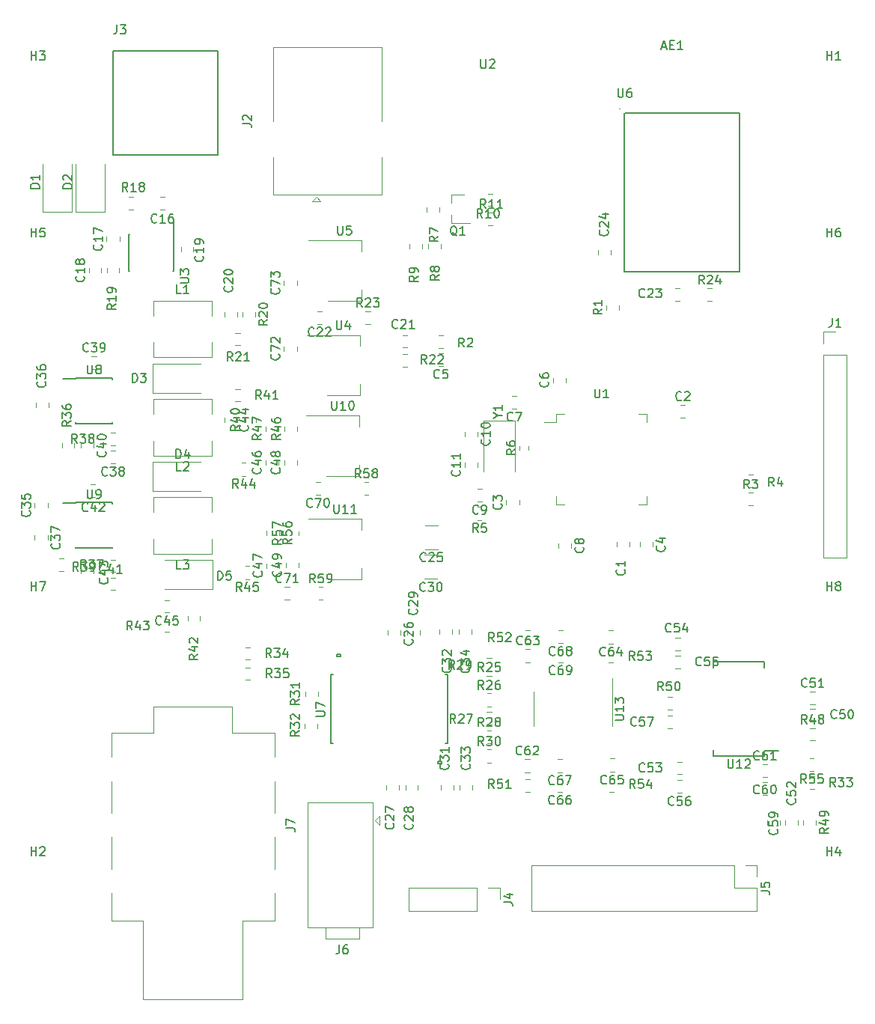
<source format=gbr>
G04 #@! TF.GenerationSoftware,KiCad,Pcbnew,5.1.9*
G04 #@! TF.CreationDate,2021-04-13T21:33:03+08:00*
G04 #@! TF.ProjectId,digital-amplifier2,64696769-7461-46c2-9d61-6d706c696669,rev?*
G04 #@! TF.SameCoordinates,Original*
G04 #@! TF.FileFunction,Legend,Top*
G04 #@! TF.FilePolarity,Positive*
%FSLAX46Y46*%
G04 Gerber Fmt 4.6, Leading zero omitted, Abs format (unit mm)*
G04 Created by KiCad (PCBNEW 5.1.9) date 2021-04-13 21:33:03*
%MOMM*%
%LPD*%
G01*
G04 APERTURE LIST*
%ADD10C,0.120000*%
%ADD11C,0.150000*%
%ADD12C,0.152400*%
G04 APERTURE END LIST*
D10*
X84301000Y-76715252D02*
X84301000Y-76192748D01*
X82831000Y-76715252D02*
X82831000Y-76192748D01*
X84301000Y-84144752D02*
X84301000Y-83622248D01*
X82831000Y-84144752D02*
X82831000Y-83622248D01*
X78150000Y-148615000D02*
X81750000Y-148615000D01*
X77000000Y-127375000D02*
X81750000Y-127375000D01*
X77000000Y-124375000D02*
X77000000Y-127375000D01*
X68100000Y-124375000D02*
X77000000Y-124375000D01*
X63310000Y-127375000D02*
X68060000Y-127375000D01*
X81750000Y-127375000D02*
X81750000Y-130095000D01*
X81750000Y-132845000D02*
X81750000Y-136445000D01*
X81750000Y-139145000D02*
X81750000Y-142745000D01*
X63310000Y-142745000D02*
X63310000Y-139145000D01*
X63310000Y-136445000D02*
X63310000Y-132845000D01*
X63310000Y-130095000D02*
X63310000Y-127375000D01*
X63310000Y-148615000D02*
X63310000Y-145495000D01*
X81750000Y-148615000D02*
X81750000Y-145495000D01*
X63310000Y-148615000D02*
X66910000Y-148615000D01*
X68060000Y-124375000D02*
X68060000Y-127375000D01*
X66910000Y-148615000D02*
X66910000Y-157465000D01*
X66910000Y-157465000D02*
X78150000Y-157465000D01*
X78150000Y-148615000D02*
X78150000Y-157465000D01*
X91635500Y-109963000D02*
X91635500Y-108703000D01*
X91635500Y-103143000D02*
X91635500Y-104403000D01*
X87875500Y-109963000D02*
X91635500Y-109963000D01*
X85625500Y-103143000D02*
X91635500Y-103143000D01*
X91381500Y-98279000D02*
X91381500Y-97019000D01*
X91381500Y-91459000D02*
X91381500Y-92719000D01*
X87621500Y-98279000D02*
X91381500Y-98279000D01*
X85371500Y-91459000D02*
X91381500Y-91459000D01*
X86767936Y-110834500D02*
X87222064Y-110834500D01*
X86767936Y-112304500D02*
X87222064Y-112304500D01*
X91911436Y-98960000D02*
X92365564Y-98960000D01*
X91911436Y-100430000D02*
X92365564Y-100430000D01*
X83021500Y-105002064D02*
X83021500Y-104547936D01*
X84491500Y-105002064D02*
X84491500Y-104547936D01*
X82332500Y-104524436D02*
X82332500Y-104978564D01*
X80862500Y-104524436D02*
X80862500Y-104978564D01*
X80735500Y-93191064D02*
X80735500Y-92736936D01*
X82205500Y-93191064D02*
X82205500Y-92736936D01*
X82894500Y-93191064D02*
X82894500Y-92736936D01*
X84364500Y-93191064D02*
X84364500Y-92736936D01*
X78903564Y-109955000D02*
X78449436Y-109955000D01*
X78903564Y-108485000D02*
X78449436Y-108485000D01*
X78522564Y-98271000D02*
X78068436Y-98271000D01*
X78522564Y-96801000D02*
X78068436Y-96801000D01*
X82923748Y-110834500D02*
X83446252Y-110834500D01*
X82923748Y-112304500D02*
X83446252Y-112304500D01*
X86938752Y-100430000D02*
X86416248Y-100430000D01*
X86938752Y-98960000D02*
X86416248Y-98960000D01*
X83021500Y-108658252D02*
X83021500Y-108135748D01*
X84491500Y-108658252D02*
X84491500Y-108135748D01*
X82894500Y-97035252D02*
X82894500Y-96512748D01*
X84364500Y-97035252D02*
X84364500Y-96512748D01*
X80862500Y-108719252D02*
X80862500Y-108196748D01*
X82332500Y-108719252D02*
X82332500Y-108196748D01*
X80735500Y-97035252D02*
X80735500Y-96512748D01*
X82205500Y-97035252D02*
X82205500Y-96512748D01*
X142784564Y-130202000D02*
X142330436Y-130202000D01*
X142784564Y-131672000D02*
X142330436Y-131672000D01*
X111103350Y-124650500D02*
X111103350Y-126600500D01*
X111103350Y-124650500D02*
X111103350Y-122700500D01*
X119973350Y-124650500D02*
X119973350Y-126600500D01*
X119973350Y-124650500D02*
X119973350Y-121200500D01*
D11*
X137177500Y-129400500D02*
X138777500Y-129400500D01*
X137177500Y-119325500D02*
X131427500Y-119325500D01*
X137177500Y-129975500D02*
X131427500Y-129975500D01*
X137177500Y-119325500D02*
X137177500Y-119975500D01*
X131427500Y-119325500D02*
X131427500Y-119975500D01*
X131427500Y-129975500D02*
X131427500Y-129325500D01*
X137177500Y-129975500D02*
X137177500Y-129400500D01*
X59266000Y-101311000D02*
X59266000Y-101361000D01*
X63416000Y-101311000D02*
X63416000Y-101456000D01*
X63416000Y-106461000D02*
X63416000Y-106316000D01*
X59266000Y-106461000D02*
X59266000Y-106316000D01*
X59266000Y-101311000D02*
X63416000Y-101311000D01*
X59266000Y-106461000D02*
X63416000Y-106461000D01*
X59266000Y-101361000D02*
X57866000Y-101361000D01*
D12*
X88138000Y-120726200D02*
X88138000Y-128574800D01*
X88138000Y-128574800D02*
X88415260Y-128574800D01*
X101346000Y-128574800D02*
X101346000Y-120726200D01*
X101346000Y-120726200D02*
X101068740Y-120726200D01*
X88415260Y-120726200D02*
X88138000Y-120726200D01*
X101068740Y-128574800D02*
X101346000Y-128574800D01*
X89217500Y-118471201D02*
X88836500Y-118471201D01*
X88836500Y-118471201D02*
X88836500Y-118725201D01*
X88836500Y-118725201D02*
X89217500Y-118725201D01*
X89217500Y-118725201D02*
X89217500Y-118471201D01*
X100647500Y-130829799D02*
X100266500Y-130829799D01*
X100266500Y-130829799D02*
X100266500Y-130575799D01*
X100266500Y-130575799D02*
X100647500Y-130575799D01*
X100647500Y-130575799D02*
X100647500Y-130829799D01*
D11*
X120850660Y-56710580D02*
X120853200Y-56713120D01*
X134348500Y-57254140D02*
X121371360Y-57254140D01*
X134348500Y-75229720D02*
X134348500Y-57254140D01*
X121356120Y-75229720D02*
X134348500Y-75229720D01*
X121356120Y-57218580D02*
X121356120Y-75229720D01*
D10*
X91572000Y-78467000D02*
X91572000Y-77207000D01*
X91572000Y-71647000D02*
X91572000Y-72907000D01*
X87812000Y-78467000D02*
X91572000Y-78467000D01*
X85562000Y-71647000D02*
X91572000Y-71647000D01*
X109459500Y-95360258D02*
X109459500Y-94885742D01*
X110504500Y-95360258D02*
X110504500Y-94885742D01*
X135408936Y-100166500D02*
X135863064Y-100166500D01*
X135408936Y-101636500D02*
X135863064Y-101636500D01*
X110811000Y-142307000D02*
X110811000Y-147507000D01*
X133731000Y-142307000D02*
X110811000Y-142307000D01*
X136331000Y-147507000D02*
X110811000Y-147507000D01*
X133731000Y-142307000D02*
X133731000Y-144907000D01*
X133731000Y-144907000D02*
X136331000Y-144907000D01*
X136331000Y-144907000D02*
X136331000Y-147507000D01*
X135001000Y-142307000D02*
X136331000Y-142307000D01*
X136331000Y-142307000D02*
X136331000Y-143637000D01*
D11*
X63492380Y-50203100D02*
X63492380Y-61965840D01*
X63492380Y-61965840D02*
X75349100Y-61965840D01*
X75349100Y-61965840D02*
X75349100Y-50208180D01*
X75349100Y-50208180D02*
X63502540Y-50208180D01*
X63500000Y-50210720D02*
X63502540Y-50208180D01*
D10*
X143831000Y-107502000D02*
X146491000Y-107502000D01*
X143831000Y-84582000D02*
X143831000Y-107502000D01*
X146491000Y-84582000D02*
X146491000Y-107502000D01*
X143831000Y-84582000D02*
X146491000Y-84582000D01*
X143831000Y-83312000D02*
X143831000Y-81982000D01*
X143831000Y-81982000D02*
X145161000Y-81982000D01*
X114370752Y-119353000D02*
X113848248Y-119353000D01*
X114370752Y-117883000D02*
X113848248Y-117883000D01*
X114370752Y-117194000D02*
X113848248Y-117194000D01*
X114370752Y-115724000D02*
X113848248Y-115724000D01*
X114307252Y-131799000D02*
X113784748Y-131799000D01*
X114307252Y-130329000D02*
X113784748Y-130329000D01*
X114307252Y-134021500D02*
X113784748Y-134021500D01*
X114307252Y-132551500D02*
X113784748Y-132551500D01*
X120212752Y-131735500D02*
X119690248Y-131735500D01*
X120212752Y-130265500D02*
X119690248Y-130265500D01*
X120085752Y-117257500D02*
X119563248Y-117257500D01*
X120085752Y-115787500D02*
X119563248Y-115787500D01*
X127832752Y-134148500D02*
X127310248Y-134148500D01*
X127832752Y-132678500D02*
X127310248Y-132678500D01*
X100152252Y-109945000D02*
X98729748Y-109945000D01*
X100152252Y-107225000D02*
X98729748Y-107225000D01*
X100215752Y-106579500D02*
X98793248Y-106579500D01*
X100215752Y-103859500D02*
X98793248Y-103859500D01*
X104748000Y-93276748D02*
X104748000Y-93799252D01*
X103278000Y-93276748D02*
X103278000Y-93799252D01*
X109106064Y-90714500D02*
X108651936Y-90714500D01*
X109106064Y-89244500D02*
X108651936Y-89244500D01*
X105226752Y-99722000D02*
X104704248Y-99722000D01*
X105226752Y-101192000D02*
X104704248Y-101192000D01*
X113882500Y-105910748D02*
X113882500Y-106433252D01*
X115352500Y-105910748D02*
X115352500Y-106433252D01*
X123090000Y-105783748D02*
X123090000Y-106306252D01*
X124560000Y-105783748D02*
X124560000Y-106306252D01*
X109447000Y-101543752D02*
X109447000Y-101021248D01*
X107977000Y-101543752D02*
X107977000Y-101021248D01*
X127691248Y-91730500D02*
X128213752Y-91730500D01*
X127691248Y-90260500D02*
X128213752Y-90260500D01*
X85244000Y-123163064D02*
X85244000Y-122708936D01*
X86714000Y-123163064D02*
X86714000Y-122708936D01*
X105817936Y-129249500D02*
X106272064Y-129249500D01*
X105817936Y-130719500D02*
X106272064Y-130719500D01*
X105817936Y-127090500D02*
X106272064Y-127090500D01*
X105817936Y-128560500D02*
X106272064Y-128560500D01*
X105817936Y-122899500D02*
X106272064Y-122899500D01*
X105817936Y-124369500D02*
X106272064Y-124369500D01*
X68074000Y-102411400D02*
X68074000Y-100711400D01*
X68074000Y-100711400D02*
X74674000Y-100711400D01*
X74674000Y-100711400D02*
X74674000Y-102411400D01*
X74674000Y-105411400D02*
X74674000Y-107111400D01*
X74674000Y-107111400D02*
X68074000Y-107111400D01*
X68074000Y-107111400D02*
X68074000Y-105411400D01*
X68074000Y-91286200D02*
X68074000Y-89586200D01*
X68074000Y-89586200D02*
X74674000Y-89586200D01*
X74674000Y-89586200D02*
X74674000Y-91286200D01*
X74674000Y-94286200D02*
X74674000Y-95986200D01*
X74674000Y-95986200D02*
X68074000Y-95986200D01*
X68074000Y-95986200D02*
X68074000Y-94286200D01*
X92848000Y-146587000D02*
X92848000Y-149387000D01*
X85548000Y-146587000D02*
X85548000Y-149387000D01*
X85548000Y-146587000D02*
X85548000Y-135187000D01*
X85548000Y-149387000D02*
X92848000Y-149387000D01*
X85548000Y-135187000D02*
X86648000Y-135187000D01*
X92848000Y-135187000D02*
X86648000Y-135187000D01*
X92848000Y-146587000D02*
X92848000Y-135187000D01*
X93148000Y-137287000D02*
X93648000Y-137787000D01*
X93648000Y-137787000D02*
X93648000Y-136787000D01*
X93648000Y-136787000D02*
X93148000Y-137287000D01*
X91313000Y-149352000D02*
X91313000Y-150622000D01*
X91313000Y-150622000D02*
X87503000Y-150622000D01*
X87503000Y-150622000D02*
X87503000Y-149352000D01*
X67974000Y-96698800D02*
X67974000Y-99998800D01*
X67974000Y-99998800D02*
X73374000Y-99998800D01*
X67974000Y-96698800D02*
X73374000Y-96698800D01*
X61079748Y-84736000D02*
X61602252Y-84736000D01*
X61079748Y-86206000D02*
X61602252Y-86206000D01*
X63761252Y-95404000D02*
X63238748Y-95404000D01*
X63761252Y-96874000D02*
X63238748Y-96874000D01*
X56107000Y-105021748D02*
X56107000Y-105544252D01*
X54637000Y-105021748D02*
X54637000Y-105544252D01*
X54637000Y-101861252D02*
X54637000Y-101338748D01*
X56107000Y-101861252D02*
X56107000Y-101338748D01*
D11*
X59266000Y-87214000D02*
X59266000Y-87264000D01*
X63416000Y-87214000D02*
X63416000Y-87359000D01*
X63416000Y-92364000D02*
X63416000Y-92219000D01*
X59266000Y-92364000D02*
X59266000Y-92219000D01*
X59266000Y-87214000D02*
X63416000Y-87214000D01*
X59266000Y-92364000D02*
X63416000Y-92364000D01*
X59266000Y-87264000D02*
X57866000Y-87264000D01*
D10*
X122905000Y-101503000D02*
X123855000Y-101503000D01*
X123855000Y-101503000D02*
X123855000Y-100553000D01*
X114585000Y-101503000D02*
X113635000Y-101503000D01*
X113635000Y-101503000D02*
X113635000Y-100553000D01*
X122905000Y-91283000D02*
X123855000Y-91283000D01*
X123855000Y-91283000D02*
X123855000Y-92233000D01*
X114585000Y-91283000D02*
X113635000Y-91283000D01*
X113635000Y-91283000D02*
X113635000Y-92233000D01*
X113635000Y-92233000D02*
X112295000Y-92233000D01*
X105192564Y-103287500D02*
X104738436Y-103287500D01*
X105192564Y-101817500D02*
X104738436Y-101817500D01*
X74674000Y-83161000D02*
X74674000Y-84861000D01*
X74674000Y-84861000D02*
X68074000Y-84861000D01*
X68074000Y-84861000D02*
X68074000Y-83161000D01*
X68074000Y-80161000D02*
X68074000Y-78461000D01*
X68074000Y-78461000D02*
X74674000Y-78461000D01*
X74674000Y-78461000D02*
X74674000Y-80161000D01*
X96968000Y-144847000D02*
X96968000Y-147507000D01*
X104648000Y-144847000D02*
X96968000Y-144847000D01*
X104648000Y-147507000D02*
X96968000Y-147507000D01*
X104648000Y-144847000D02*
X104648000Y-147507000D01*
X105918000Y-144847000D02*
X107248000Y-144847000D01*
X107248000Y-144847000D02*
X107248000Y-146177000D01*
X81577000Y-62237000D02*
X81577000Y-66497000D01*
X81577000Y-66497000D02*
X93897000Y-66497000D01*
X93897000Y-66497000D02*
X93897000Y-62237000D01*
X81577000Y-58137000D02*
X81577000Y-49777000D01*
X81577000Y-49777000D02*
X93897000Y-49777000D01*
X93897000Y-49777000D02*
X93897000Y-58137000D01*
X86487000Y-66717000D02*
X85987000Y-67217000D01*
X85987000Y-67217000D02*
X86987000Y-67217000D01*
X86987000Y-67217000D02*
X86487000Y-66717000D01*
X110165248Y-117883000D02*
X110687752Y-117883000D01*
X110165248Y-119353000D02*
X110687752Y-119353000D01*
X110101748Y-130329000D02*
X110624252Y-130329000D01*
X110101748Y-131799000D02*
X110624252Y-131799000D01*
X136962248Y-130900500D02*
X137484752Y-130900500D01*
X136962248Y-132370500D02*
X137484752Y-132370500D01*
X59844000Y-94607748D02*
X59844000Y-95130252D01*
X61314000Y-94607748D02*
X61314000Y-95130252D01*
X62765000Y-71762252D02*
X62765000Y-71239748D01*
X64235000Y-71762252D02*
X64235000Y-71239748D01*
X103278000Y-97289252D02*
X103278000Y-96766748D01*
X104748000Y-97289252D02*
X104748000Y-96766748D01*
X113247500Y-87700752D02*
X113247500Y-87178248D01*
X114717500Y-87700752D02*
X114717500Y-87178248D01*
X72592000Y-72902578D02*
X72592000Y-72385422D01*
X71172000Y-72902578D02*
X71172000Y-72385422D01*
X119772500Y-72766422D02*
X119772500Y-73283578D01*
X118352500Y-72766422D02*
X118352500Y-73283578D01*
X98182500Y-116273078D02*
X98182500Y-115755922D01*
X96762500Y-116273078D02*
X96762500Y-115755922D01*
X100572500Y-133281922D02*
X100572500Y-133799078D01*
X101992500Y-133281922D02*
X101992500Y-133799078D01*
X69854578Y-113740000D02*
X69337422Y-113740000D01*
X69854578Y-112320000D02*
X69337422Y-112320000D01*
X101865500Y-116209578D02*
X101865500Y-115692422D01*
X100445500Y-116209578D02*
X100445500Y-115692422D01*
X140981500Y-137218922D02*
X140981500Y-137736078D01*
X139561500Y-137218922D02*
X139561500Y-137736078D01*
X127830078Y-130608000D02*
X127312922Y-130608000D01*
X127830078Y-132028000D02*
X127312922Y-132028000D01*
X127639578Y-117994500D02*
X127122422Y-117994500D01*
X127639578Y-116574500D02*
X127122422Y-116574500D01*
X127639578Y-118606500D02*
X127122422Y-118606500D01*
X127639578Y-120026500D02*
X127122422Y-120026500D01*
X126750578Y-125401000D02*
X126233422Y-125401000D01*
X126750578Y-126821000D02*
X126233422Y-126821000D01*
X137529500Y-137218922D02*
X137529500Y-137736078D01*
X138949500Y-137218922D02*
X138949500Y-137736078D01*
X136964922Y-132957500D02*
X137482078Y-132957500D01*
X136964922Y-134377500D02*
X137482078Y-134377500D01*
X105786422Y-118860500D02*
X106303578Y-118860500D01*
X105786422Y-120280500D02*
X106303578Y-120280500D01*
X78481422Y-119074000D02*
X78998578Y-119074000D01*
X78481422Y-117654000D02*
X78998578Y-117654000D01*
X142298922Y-132259000D02*
X142816078Y-132259000D01*
X142298922Y-133679000D02*
X142816078Y-133679000D01*
X85205500Y-126296922D02*
X85205500Y-126814078D01*
X86625500Y-126296922D02*
X86625500Y-126814078D01*
X105786422Y-124956500D02*
X106303578Y-124956500D01*
X105786422Y-126376500D02*
X106303578Y-126376500D01*
X141593500Y-137218922D02*
X141593500Y-137736078D01*
X143013500Y-137218922D02*
X143013500Y-137736078D01*
X142362422Y-126798000D02*
X142879578Y-126798000D01*
X142362422Y-128218000D02*
X142879578Y-128218000D01*
X126750578Y-123305500D02*
X126233422Y-123305500D01*
X126750578Y-124725500D02*
X126233422Y-124725500D01*
X110152922Y-132576500D02*
X110670078Y-132576500D01*
X110152922Y-133996500D02*
X110670078Y-133996500D01*
X120146578Y-132576500D02*
X119629422Y-132576500D01*
X120146578Y-133996500D02*
X119629422Y-133996500D01*
X120083078Y-119391500D02*
X119565922Y-119391500D01*
X120083078Y-117971500D02*
X119565922Y-117971500D01*
X100842578Y-82411500D02*
X100325422Y-82411500D01*
X100842578Y-83831500D02*
X100325422Y-83831500D01*
X110167922Y-115749000D02*
X110685078Y-115749000D01*
X110167922Y-117169000D02*
X110685078Y-117169000D01*
X69854578Y-115899000D02*
X69337422Y-115899000D01*
X69854578Y-114479000D02*
X69337422Y-114479000D01*
X61472578Y-100659000D02*
X60955422Y-100659000D01*
X61472578Y-99239000D02*
X60955422Y-99239000D01*
X63758578Y-111200000D02*
X63241422Y-111200000D01*
X63758578Y-109780000D02*
X63241422Y-109780000D01*
X54789000Y-90038422D02*
X54789000Y-90555578D01*
X56209000Y-90038422D02*
X56209000Y-90555578D01*
X102604500Y-116209578D02*
X102604500Y-115692422D01*
X104024500Y-116209578D02*
X104024500Y-115692422D01*
X102731500Y-133281922D02*
X102731500Y-133799078D01*
X104151500Y-133281922D02*
X104151500Y-133799078D01*
X61289000Y-108834422D02*
X61289000Y-109351578D01*
X59869000Y-108834422D02*
X59869000Y-109351578D01*
X142362422Y-124090500D02*
X142879578Y-124090500D01*
X142362422Y-122670500D02*
X142879578Y-122670500D01*
X142362422Y-124639000D02*
X142879578Y-124639000D01*
X142362422Y-126059000D02*
X142879578Y-126059000D01*
X76125000Y-92206578D02*
X76125000Y-91689422D01*
X77545000Y-92206578D02*
X77545000Y-91689422D01*
X59246500Y-68424000D02*
X62546500Y-68424000D01*
X62546500Y-68424000D02*
X62546500Y-63024000D01*
X59246500Y-68424000D02*
X59246500Y-63024000D01*
X57710000Y-94610422D02*
X57710000Y-95127578D01*
X59130000Y-94610422D02*
X59130000Y-95127578D01*
X78481422Y-119940000D02*
X78998578Y-119940000D01*
X78481422Y-121360000D02*
X78998578Y-121360000D01*
X57916578Y-107621000D02*
X57399422Y-107621000D01*
X57916578Y-109041000D02*
X57399422Y-109041000D01*
X63758578Y-93397000D02*
X63241422Y-93397000D01*
X63758578Y-94817000D02*
X63241422Y-94817000D01*
X63758578Y-107748000D02*
X63241422Y-107748000D01*
X63758578Y-109168000D02*
X63241422Y-109168000D01*
X77855578Y-89864000D02*
X77338422Y-89864000D01*
X77855578Y-88444000D02*
X77338422Y-88444000D01*
X71934000Y-114168422D02*
X71934000Y-114685578D01*
X73354000Y-114168422D02*
X73354000Y-114685578D01*
X78284000Y-92206578D02*
X78284000Y-91689422D01*
X79704000Y-92206578D02*
X79704000Y-91689422D01*
X101729000Y-66492000D02*
X101729000Y-67422000D01*
X101729000Y-69652000D02*
X101729000Y-68722000D01*
X101729000Y-69652000D02*
X103889000Y-69652000D01*
X101729000Y-66492000D02*
X103189000Y-66492000D01*
X74774000Y-111124000D02*
X74774000Y-107824000D01*
X74774000Y-107824000D02*
X69374000Y-107824000D01*
X74774000Y-111124000D02*
X69374000Y-111124000D01*
X55563500Y-68424000D02*
X55563500Y-63024000D01*
X58863500Y-68424000D02*
X58863500Y-63024000D01*
X55563500Y-68424000D02*
X58863500Y-68424000D01*
X67974000Y-85573600D02*
X67974000Y-88873600D01*
X67974000Y-88873600D02*
X73374000Y-88873600D01*
X67974000Y-85573600D02*
X73374000Y-85573600D01*
X68829422Y-68147000D02*
X69346578Y-68147000D01*
X68829422Y-66727000D02*
X69346578Y-66727000D01*
X121931500Y-105786422D02*
X121931500Y-106303578D01*
X120511500Y-105786422D02*
X120511500Y-106303578D01*
X100842578Y-85863500D02*
X100325422Y-85863500D01*
X100842578Y-84443500D02*
X100325422Y-84443500D01*
X60758000Y-75315578D02*
X60758000Y-74798422D01*
X62178000Y-75315578D02*
X62178000Y-74798422D01*
X77545000Y-79751422D02*
X77545000Y-80268578D01*
X76125000Y-79751422D02*
X76125000Y-80268578D01*
X96778578Y-82348000D02*
X96261422Y-82348000D01*
X96778578Y-83768000D02*
X96261422Y-83768000D01*
X87126578Y-79681000D02*
X86609422Y-79681000D01*
X87126578Y-81101000D02*
X86609422Y-81101000D01*
X127576078Y-78497500D02*
X127058922Y-78497500D01*
X127576078Y-77077500D02*
X127058922Y-77077500D01*
X94603500Y-116273078D02*
X94603500Y-115755922D01*
X96023500Y-116273078D02*
X96023500Y-115755922D01*
X94413000Y-133281922D02*
X94413000Y-133799078D01*
X95833000Y-133281922D02*
X95833000Y-133799078D01*
X97992000Y-133281922D02*
X97992000Y-133799078D01*
X96572000Y-133281922D02*
X96572000Y-133799078D01*
X108988000Y-97823000D02*
X108988000Y-92073000D01*
X108988000Y-92073000D02*
X105388000Y-92073000D01*
X105388000Y-92073000D02*
X105388000Y-97823000D01*
D11*
X70343000Y-70950000D02*
X70343000Y-69550000D01*
X65243000Y-70950000D02*
X65243000Y-75100000D01*
X70393000Y-70950000D02*
X70393000Y-75100000D01*
X65243000Y-70950000D02*
X65388000Y-70950000D01*
X65243000Y-75100000D02*
X65388000Y-75100000D01*
X70393000Y-75100000D02*
X70248000Y-75100000D01*
X70393000Y-70950000D02*
X70343000Y-70950000D01*
D10*
X91445000Y-89177333D02*
X91445000Y-87917333D01*
X91445000Y-82357333D02*
X91445000Y-83617333D01*
X87685000Y-89177333D02*
X91445000Y-89177333D01*
X85435000Y-82357333D02*
X91445000Y-82357333D01*
X79577000Y-79751422D02*
X79577000Y-80268578D01*
X78157000Y-79751422D02*
X78157000Y-80268578D01*
X65790578Y-66727000D02*
X65273422Y-66727000D01*
X65790578Y-68147000D02*
X65273422Y-68147000D01*
X62790000Y-75315578D02*
X62790000Y-74798422D01*
X64210000Y-75315578D02*
X64210000Y-74798422D01*
X77855578Y-83514000D02*
X77338422Y-83514000D01*
X77855578Y-82094000D02*
X77338422Y-82094000D01*
X96778578Y-84507000D02*
X96261422Y-84507000D01*
X96778578Y-85927000D02*
X96261422Y-85927000D01*
X92070422Y-79681000D02*
X92587578Y-79681000D01*
X92070422Y-81101000D02*
X92587578Y-81101000D01*
X130741922Y-78497500D02*
X131259078Y-78497500D01*
X130741922Y-77077500D02*
X131259078Y-77077500D01*
X105786422Y-120892500D02*
X106303578Y-120892500D01*
X105786422Y-122312500D02*
X106303578Y-122312500D01*
X106430578Y-68505000D02*
X105913422Y-68505000D01*
X106430578Y-69925000D02*
X105913422Y-69925000D01*
X135377422Y-99579500D02*
X135894578Y-99579500D01*
X135377422Y-98159500D02*
X135894578Y-98159500D01*
X105913422Y-67766000D02*
X106430578Y-67766000D01*
X105913422Y-66346000D02*
X106430578Y-66346000D01*
X100595500Y-72585078D02*
X100595500Y-72067922D01*
X99175500Y-72585078D02*
X99175500Y-72067922D01*
X100405000Y-67940422D02*
X100405000Y-68457578D01*
X98985000Y-67940422D02*
X98985000Y-68457578D01*
X98436500Y-72585078D02*
X98436500Y-72067922D01*
X97016500Y-72585078D02*
X97016500Y-72067922D01*
X119305000Y-79491578D02*
X119305000Y-78974422D01*
X120725000Y-79491578D02*
X120725000Y-78974422D01*
D11*
X82243142Y-77096857D02*
X82290761Y-77144476D01*
X82338380Y-77287333D01*
X82338380Y-77382571D01*
X82290761Y-77525428D01*
X82195523Y-77620666D01*
X82100285Y-77668285D01*
X81909809Y-77715904D01*
X81766952Y-77715904D01*
X81576476Y-77668285D01*
X81481238Y-77620666D01*
X81386000Y-77525428D01*
X81338380Y-77382571D01*
X81338380Y-77287333D01*
X81386000Y-77144476D01*
X81433619Y-77096857D01*
X81338380Y-76763523D02*
X81338380Y-76096857D01*
X82338380Y-76525428D01*
X81338380Y-75811142D02*
X81338380Y-75192095D01*
X81719333Y-75525428D01*
X81719333Y-75382571D01*
X81766952Y-75287333D01*
X81814571Y-75239714D01*
X81909809Y-75192095D01*
X82147904Y-75192095D01*
X82243142Y-75239714D01*
X82290761Y-75287333D01*
X82338380Y-75382571D01*
X82338380Y-75668285D01*
X82290761Y-75763523D01*
X82243142Y-75811142D01*
X82243142Y-84526357D02*
X82290761Y-84573976D01*
X82338380Y-84716833D01*
X82338380Y-84812071D01*
X82290761Y-84954928D01*
X82195523Y-85050166D01*
X82100285Y-85097785D01*
X81909809Y-85145404D01*
X81766952Y-85145404D01*
X81576476Y-85097785D01*
X81481238Y-85050166D01*
X81386000Y-84954928D01*
X81338380Y-84812071D01*
X81338380Y-84716833D01*
X81386000Y-84573976D01*
X81433619Y-84526357D01*
X81338380Y-84193023D02*
X81338380Y-83526357D01*
X82338380Y-83954928D01*
X81433619Y-83193023D02*
X81386000Y-83145404D01*
X81338380Y-83050166D01*
X81338380Y-82812071D01*
X81386000Y-82716833D01*
X81433619Y-82669214D01*
X81528857Y-82621595D01*
X81624095Y-82621595D01*
X81766952Y-82669214D01*
X82338380Y-83240642D01*
X82338380Y-82621595D01*
X83097380Y-138128333D02*
X83811666Y-138128333D01*
X83954523Y-138175952D01*
X84049761Y-138271190D01*
X84097380Y-138414047D01*
X84097380Y-138509285D01*
X83097380Y-137747380D02*
X83097380Y-137080714D01*
X84097380Y-137509285D01*
X88487404Y-101505380D02*
X88487404Y-102314904D01*
X88535023Y-102410142D01*
X88582642Y-102457761D01*
X88677880Y-102505380D01*
X88868357Y-102505380D01*
X88963595Y-102457761D01*
X89011214Y-102410142D01*
X89058833Y-102314904D01*
X89058833Y-101505380D01*
X90058833Y-102505380D02*
X89487404Y-102505380D01*
X89773119Y-102505380D02*
X89773119Y-101505380D01*
X89677880Y-101648238D01*
X89582642Y-101743476D01*
X89487404Y-101791095D01*
X91011214Y-102505380D02*
X90439785Y-102505380D01*
X90725500Y-102505380D02*
X90725500Y-101505380D01*
X90630261Y-101648238D01*
X90535023Y-101743476D01*
X90439785Y-101791095D01*
X88233404Y-89821380D02*
X88233404Y-90630904D01*
X88281023Y-90726142D01*
X88328642Y-90773761D01*
X88423880Y-90821380D01*
X88614357Y-90821380D01*
X88709595Y-90773761D01*
X88757214Y-90726142D01*
X88804833Y-90630904D01*
X88804833Y-89821380D01*
X89804833Y-90821380D02*
X89233404Y-90821380D01*
X89519119Y-90821380D02*
X89519119Y-89821380D01*
X89423880Y-89964238D01*
X89328642Y-90059476D01*
X89233404Y-90107095D01*
X90423880Y-89821380D02*
X90519119Y-89821380D01*
X90614357Y-89869000D01*
X90661976Y-89916619D01*
X90709595Y-90011857D01*
X90757214Y-90202333D01*
X90757214Y-90440428D01*
X90709595Y-90630904D01*
X90661976Y-90726142D01*
X90614357Y-90773761D01*
X90519119Y-90821380D01*
X90423880Y-90821380D01*
X90328642Y-90773761D01*
X90281023Y-90726142D01*
X90233404Y-90630904D01*
X90185785Y-90440428D01*
X90185785Y-90202333D01*
X90233404Y-90011857D01*
X90281023Y-89916619D01*
X90328642Y-89869000D01*
X90423880Y-89821380D01*
X86352142Y-110371880D02*
X86018809Y-109895690D01*
X85780714Y-110371880D02*
X85780714Y-109371880D01*
X86161666Y-109371880D01*
X86256904Y-109419500D01*
X86304523Y-109467119D01*
X86352142Y-109562357D01*
X86352142Y-109705214D01*
X86304523Y-109800452D01*
X86256904Y-109848071D01*
X86161666Y-109895690D01*
X85780714Y-109895690D01*
X87256904Y-109371880D02*
X86780714Y-109371880D01*
X86733095Y-109848071D01*
X86780714Y-109800452D01*
X86875952Y-109752833D01*
X87114047Y-109752833D01*
X87209285Y-109800452D01*
X87256904Y-109848071D01*
X87304523Y-109943309D01*
X87304523Y-110181404D01*
X87256904Y-110276642D01*
X87209285Y-110324261D01*
X87114047Y-110371880D01*
X86875952Y-110371880D01*
X86780714Y-110324261D01*
X86733095Y-110276642D01*
X87780714Y-110371880D02*
X87971190Y-110371880D01*
X88066428Y-110324261D01*
X88114047Y-110276642D01*
X88209285Y-110133785D01*
X88256904Y-109943309D01*
X88256904Y-109562357D01*
X88209285Y-109467119D01*
X88161666Y-109419500D01*
X88066428Y-109371880D01*
X87875952Y-109371880D01*
X87780714Y-109419500D01*
X87733095Y-109467119D01*
X87685476Y-109562357D01*
X87685476Y-109800452D01*
X87733095Y-109895690D01*
X87780714Y-109943309D01*
X87875952Y-109990928D01*
X88066428Y-109990928D01*
X88161666Y-109943309D01*
X88209285Y-109895690D01*
X88256904Y-109800452D01*
X91495642Y-98497380D02*
X91162309Y-98021190D01*
X90924214Y-98497380D02*
X90924214Y-97497380D01*
X91305166Y-97497380D01*
X91400404Y-97545000D01*
X91448023Y-97592619D01*
X91495642Y-97687857D01*
X91495642Y-97830714D01*
X91448023Y-97925952D01*
X91400404Y-97973571D01*
X91305166Y-98021190D01*
X90924214Y-98021190D01*
X92400404Y-97497380D02*
X91924214Y-97497380D01*
X91876595Y-97973571D01*
X91924214Y-97925952D01*
X92019452Y-97878333D01*
X92257547Y-97878333D01*
X92352785Y-97925952D01*
X92400404Y-97973571D01*
X92448023Y-98068809D01*
X92448023Y-98306904D01*
X92400404Y-98402142D01*
X92352785Y-98449761D01*
X92257547Y-98497380D01*
X92019452Y-98497380D01*
X91924214Y-98449761D01*
X91876595Y-98402142D01*
X93019452Y-97925952D02*
X92924214Y-97878333D01*
X92876595Y-97830714D01*
X92828976Y-97735476D01*
X92828976Y-97687857D01*
X92876595Y-97592619D01*
X92924214Y-97545000D01*
X93019452Y-97497380D01*
X93209928Y-97497380D01*
X93305166Y-97545000D01*
X93352785Y-97592619D01*
X93400404Y-97687857D01*
X93400404Y-97735476D01*
X93352785Y-97830714D01*
X93305166Y-97878333D01*
X93209928Y-97925952D01*
X93019452Y-97925952D01*
X92924214Y-97973571D01*
X92876595Y-98021190D01*
X92828976Y-98116428D01*
X92828976Y-98306904D01*
X92876595Y-98402142D01*
X92924214Y-98449761D01*
X93019452Y-98497380D01*
X93209928Y-98497380D01*
X93305166Y-98449761D01*
X93352785Y-98402142D01*
X93400404Y-98306904D01*
X93400404Y-98116428D01*
X93352785Y-98021190D01*
X93305166Y-97973571D01*
X93209928Y-97925952D01*
X82558880Y-105417857D02*
X82082690Y-105751190D01*
X82558880Y-105989285D02*
X81558880Y-105989285D01*
X81558880Y-105608333D01*
X81606500Y-105513095D01*
X81654119Y-105465476D01*
X81749357Y-105417857D01*
X81892214Y-105417857D01*
X81987452Y-105465476D01*
X82035071Y-105513095D01*
X82082690Y-105608333D01*
X82082690Y-105989285D01*
X81558880Y-104513095D02*
X81558880Y-104989285D01*
X82035071Y-105036904D01*
X81987452Y-104989285D01*
X81939833Y-104894047D01*
X81939833Y-104655952D01*
X81987452Y-104560714D01*
X82035071Y-104513095D01*
X82130309Y-104465476D01*
X82368404Y-104465476D01*
X82463642Y-104513095D01*
X82511261Y-104560714D01*
X82558880Y-104655952D01*
X82558880Y-104894047D01*
X82511261Y-104989285D01*
X82463642Y-105036904D01*
X81558880Y-104132142D02*
X81558880Y-103465476D01*
X82558880Y-103894047D01*
X83699880Y-105394357D02*
X83223690Y-105727690D01*
X83699880Y-105965785D02*
X82699880Y-105965785D01*
X82699880Y-105584833D01*
X82747500Y-105489595D01*
X82795119Y-105441976D01*
X82890357Y-105394357D01*
X83033214Y-105394357D01*
X83128452Y-105441976D01*
X83176071Y-105489595D01*
X83223690Y-105584833D01*
X83223690Y-105965785D01*
X82699880Y-104489595D02*
X82699880Y-104965785D01*
X83176071Y-105013404D01*
X83128452Y-104965785D01*
X83080833Y-104870547D01*
X83080833Y-104632452D01*
X83128452Y-104537214D01*
X83176071Y-104489595D01*
X83271309Y-104441976D01*
X83509404Y-104441976D01*
X83604642Y-104489595D01*
X83652261Y-104537214D01*
X83699880Y-104632452D01*
X83699880Y-104870547D01*
X83652261Y-104965785D01*
X83604642Y-105013404D01*
X82699880Y-103584833D02*
X82699880Y-103775309D01*
X82747500Y-103870547D01*
X82795119Y-103918166D01*
X82937976Y-104013404D01*
X83128452Y-104061023D01*
X83509404Y-104061023D01*
X83604642Y-104013404D01*
X83652261Y-103965785D01*
X83699880Y-103870547D01*
X83699880Y-103680071D01*
X83652261Y-103584833D01*
X83604642Y-103537214D01*
X83509404Y-103489595D01*
X83271309Y-103489595D01*
X83176071Y-103537214D01*
X83128452Y-103584833D01*
X83080833Y-103680071D01*
X83080833Y-103870547D01*
X83128452Y-103965785D01*
X83176071Y-104013404D01*
X83271309Y-104061023D01*
X80272880Y-93606857D02*
X79796690Y-93940190D01*
X80272880Y-94178285D02*
X79272880Y-94178285D01*
X79272880Y-93797333D01*
X79320500Y-93702095D01*
X79368119Y-93654476D01*
X79463357Y-93606857D01*
X79606214Y-93606857D01*
X79701452Y-93654476D01*
X79749071Y-93702095D01*
X79796690Y-93797333D01*
X79796690Y-94178285D01*
X79606214Y-92749714D02*
X80272880Y-92749714D01*
X79225261Y-92987809D02*
X79939547Y-93225904D01*
X79939547Y-92606857D01*
X79272880Y-92321142D02*
X79272880Y-91654476D01*
X80272880Y-92083047D01*
X82431880Y-93606857D02*
X81955690Y-93940190D01*
X82431880Y-94178285D02*
X81431880Y-94178285D01*
X81431880Y-93797333D01*
X81479500Y-93702095D01*
X81527119Y-93654476D01*
X81622357Y-93606857D01*
X81765214Y-93606857D01*
X81860452Y-93654476D01*
X81908071Y-93702095D01*
X81955690Y-93797333D01*
X81955690Y-94178285D01*
X81765214Y-92749714D02*
X82431880Y-92749714D01*
X81384261Y-92987809D02*
X82098547Y-93225904D01*
X82098547Y-92606857D01*
X81431880Y-91797333D02*
X81431880Y-91987809D01*
X81479500Y-92083047D01*
X81527119Y-92130666D01*
X81669976Y-92225904D01*
X81860452Y-92273523D01*
X82241404Y-92273523D01*
X82336642Y-92225904D01*
X82384261Y-92178285D01*
X82431880Y-92083047D01*
X82431880Y-91892571D01*
X82384261Y-91797333D01*
X82336642Y-91749714D01*
X82241404Y-91702095D01*
X82003309Y-91702095D01*
X81908071Y-91749714D01*
X81860452Y-91797333D01*
X81812833Y-91892571D01*
X81812833Y-92083047D01*
X81860452Y-92178285D01*
X81908071Y-92225904D01*
X82003309Y-92273523D01*
X78033642Y-111322380D02*
X77700309Y-110846190D01*
X77462214Y-111322380D02*
X77462214Y-110322380D01*
X77843166Y-110322380D01*
X77938404Y-110370000D01*
X77986023Y-110417619D01*
X78033642Y-110512857D01*
X78033642Y-110655714D01*
X77986023Y-110750952D01*
X77938404Y-110798571D01*
X77843166Y-110846190D01*
X77462214Y-110846190D01*
X78890785Y-110655714D02*
X78890785Y-111322380D01*
X78652690Y-110274761D02*
X78414595Y-110989047D01*
X79033642Y-110989047D01*
X79890785Y-110322380D02*
X79414595Y-110322380D01*
X79366976Y-110798571D01*
X79414595Y-110750952D01*
X79509833Y-110703333D01*
X79747928Y-110703333D01*
X79843166Y-110750952D01*
X79890785Y-110798571D01*
X79938404Y-110893809D01*
X79938404Y-111131904D01*
X79890785Y-111227142D01*
X79843166Y-111274761D01*
X79747928Y-111322380D01*
X79509833Y-111322380D01*
X79414595Y-111274761D01*
X79366976Y-111227142D01*
X77652642Y-99638380D02*
X77319309Y-99162190D01*
X77081214Y-99638380D02*
X77081214Y-98638380D01*
X77462166Y-98638380D01*
X77557404Y-98686000D01*
X77605023Y-98733619D01*
X77652642Y-98828857D01*
X77652642Y-98971714D01*
X77605023Y-99066952D01*
X77557404Y-99114571D01*
X77462166Y-99162190D01*
X77081214Y-99162190D01*
X78509785Y-98971714D02*
X78509785Y-99638380D01*
X78271690Y-98590761D02*
X78033595Y-99305047D01*
X78652642Y-99305047D01*
X79462166Y-98971714D02*
X79462166Y-99638380D01*
X79224071Y-98590761D02*
X78985976Y-99305047D01*
X79605023Y-99305047D01*
X82542142Y-110246642D02*
X82494523Y-110294261D01*
X82351666Y-110341880D01*
X82256428Y-110341880D01*
X82113571Y-110294261D01*
X82018333Y-110199023D01*
X81970714Y-110103785D01*
X81923095Y-109913309D01*
X81923095Y-109770452D01*
X81970714Y-109579976D01*
X82018333Y-109484738D01*
X82113571Y-109389500D01*
X82256428Y-109341880D01*
X82351666Y-109341880D01*
X82494523Y-109389500D01*
X82542142Y-109437119D01*
X82875476Y-109341880D02*
X83542142Y-109341880D01*
X83113571Y-110341880D01*
X84446904Y-110341880D02*
X83875476Y-110341880D01*
X84161190Y-110341880D02*
X84161190Y-109341880D01*
X84065952Y-109484738D01*
X83970714Y-109579976D01*
X83875476Y-109627595D01*
X86034642Y-101732142D02*
X85987023Y-101779761D01*
X85844166Y-101827380D01*
X85748928Y-101827380D01*
X85606071Y-101779761D01*
X85510833Y-101684523D01*
X85463214Y-101589285D01*
X85415595Y-101398809D01*
X85415595Y-101255952D01*
X85463214Y-101065476D01*
X85510833Y-100970238D01*
X85606071Y-100875000D01*
X85748928Y-100827380D01*
X85844166Y-100827380D01*
X85987023Y-100875000D01*
X86034642Y-100922619D01*
X86367976Y-100827380D02*
X87034642Y-100827380D01*
X86606071Y-101827380D01*
X87606071Y-100827380D02*
X87701309Y-100827380D01*
X87796547Y-100875000D01*
X87844166Y-100922619D01*
X87891785Y-101017857D01*
X87939404Y-101208333D01*
X87939404Y-101446428D01*
X87891785Y-101636904D01*
X87844166Y-101732142D01*
X87796547Y-101779761D01*
X87701309Y-101827380D01*
X87606071Y-101827380D01*
X87510833Y-101779761D01*
X87463214Y-101732142D01*
X87415595Y-101636904D01*
X87367976Y-101446428D01*
X87367976Y-101208333D01*
X87415595Y-101017857D01*
X87463214Y-100922619D01*
X87510833Y-100875000D01*
X87606071Y-100827380D01*
X82433642Y-109039857D02*
X82481261Y-109087476D01*
X82528880Y-109230333D01*
X82528880Y-109325571D01*
X82481261Y-109468428D01*
X82386023Y-109563666D01*
X82290785Y-109611285D01*
X82100309Y-109658904D01*
X81957452Y-109658904D01*
X81766976Y-109611285D01*
X81671738Y-109563666D01*
X81576500Y-109468428D01*
X81528880Y-109325571D01*
X81528880Y-109230333D01*
X81576500Y-109087476D01*
X81624119Y-109039857D01*
X81862214Y-108182714D02*
X82528880Y-108182714D01*
X81481261Y-108420809D02*
X82195547Y-108658904D01*
X82195547Y-108039857D01*
X82528880Y-107611285D02*
X82528880Y-107420809D01*
X82481261Y-107325571D01*
X82433642Y-107277952D01*
X82290785Y-107182714D01*
X82100309Y-107135095D01*
X81719357Y-107135095D01*
X81624119Y-107182714D01*
X81576500Y-107230333D01*
X81528880Y-107325571D01*
X81528880Y-107516047D01*
X81576500Y-107611285D01*
X81624119Y-107658904D01*
X81719357Y-107706523D01*
X81957452Y-107706523D01*
X82052690Y-107658904D01*
X82100309Y-107611285D01*
X82147928Y-107516047D01*
X82147928Y-107325571D01*
X82100309Y-107230333D01*
X82052690Y-107182714D01*
X81957452Y-107135095D01*
X82306642Y-97416857D02*
X82354261Y-97464476D01*
X82401880Y-97607333D01*
X82401880Y-97702571D01*
X82354261Y-97845428D01*
X82259023Y-97940666D01*
X82163785Y-97988285D01*
X81973309Y-98035904D01*
X81830452Y-98035904D01*
X81639976Y-97988285D01*
X81544738Y-97940666D01*
X81449500Y-97845428D01*
X81401880Y-97702571D01*
X81401880Y-97607333D01*
X81449500Y-97464476D01*
X81497119Y-97416857D01*
X81735214Y-96559714D02*
X82401880Y-96559714D01*
X81354261Y-96797809D02*
X82068547Y-97035904D01*
X82068547Y-96416857D01*
X81830452Y-95893047D02*
X81782833Y-95988285D01*
X81735214Y-96035904D01*
X81639976Y-96083523D01*
X81592357Y-96083523D01*
X81497119Y-96035904D01*
X81449500Y-95988285D01*
X81401880Y-95893047D01*
X81401880Y-95702571D01*
X81449500Y-95607333D01*
X81497119Y-95559714D01*
X81592357Y-95512095D01*
X81639976Y-95512095D01*
X81735214Y-95559714D01*
X81782833Y-95607333D01*
X81830452Y-95702571D01*
X81830452Y-95893047D01*
X81878071Y-95988285D01*
X81925690Y-96035904D01*
X82020928Y-96083523D01*
X82211404Y-96083523D01*
X82306642Y-96035904D01*
X82354261Y-95988285D01*
X82401880Y-95893047D01*
X82401880Y-95702571D01*
X82354261Y-95607333D01*
X82306642Y-95559714D01*
X82211404Y-95512095D01*
X82020928Y-95512095D01*
X81925690Y-95559714D01*
X81878071Y-95607333D01*
X81830452Y-95702571D01*
X80274642Y-109100857D02*
X80322261Y-109148476D01*
X80369880Y-109291333D01*
X80369880Y-109386571D01*
X80322261Y-109529428D01*
X80227023Y-109624666D01*
X80131785Y-109672285D01*
X79941309Y-109719904D01*
X79798452Y-109719904D01*
X79607976Y-109672285D01*
X79512738Y-109624666D01*
X79417500Y-109529428D01*
X79369880Y-109386571D01*
X79369880Y-109291333D01*
X79417500Y-109148476D01*
X79465119Y-109100857D01*
X79703214Y-108243714D02*
X80369880Y-108243714D01*
X79322261Y-108481809D02*
X80036547Y-108719904D01*
X80036547Y-108100857D01*
X79369880Y-107815142D02*
X79369880Y-107148476D01*
X80369880Y-107577047D01*
X80147642Y-97416857D02*
X80195261Y-97464476D01*
X80242880Y-97607333D01*
X80242880Y-97702571D01*
X80195261Y-97845428D01*
X80100023Y-97940666D01*
X80004785Y-97988285D01*
X79814309Y-98035904D01*
X79671452Y-98035904D01*
X79480976Y-97988285D01*
X79385738Y-97940666D01*
X79290500Y-97845428D01*
X79242880Y-97702571D01*
X79242880Y-97607333D01*
X79290500Y-97464476D01*
X79338119Y-97416857D01*
X79576214Y-96559714D02*
X80242880Y-96559714D01*
X79195261Y-96797809D02*
X79909547Y-97035904D01*
X79909547Y-96416857D01*
X79242880Y-95607333D02*
X79242880Y-95797809D01*
X79290500Y-95893047D01*
X79338119Y-95940666D01*
X79480976Y-96035904D01*
X79671452Y-96083523D01*
X80052404Y-96083523D01*
X80147642Y-96035904D01*
X80195261Y-95988285D01*
X80242880Y-95893047D01*
X80242880Y-95702571D01*
X80195261Y-95607333D01*
X80147642Y-95559714D01*
X80052404Y-95512095D01*
X79814309Y-95512095D01*
X79719071Y-95559714D01*
X79671452Y-95607333D01*
X79623833Y-95702571D01*
X79623833Y-95893047D01*
X79671452Y-95988285D01*
X79719071Y-96035904D01*
X79814309Y-96083523D01*
X141914642Y-133039380D02*
X141581309Y-132563190D01*
X141343214Y-133039380D02*
X141343214Y-132039380D01*
X141724166Y-132039380D01*
X141819404Y-132087000D01*
X141867023Y-132134619D01*
X141914642Y-132229857D01*
X141914642Y-132372714D01*
X141867023Y-132467952D01*
X141819404Y-132515571D01*
X141724166Y-132563190D01*
X141343214Y-132563190D01*
X142819404Y-132039380D02*
X142343214Y-132039380D01*
X142295595Y-132515571D01*
X142343214Y-132467952D01*
X142438452Y-132420333D01*
X142676547Y-132420333D01*
X142771785Y-132467952D01*
X142819404Y-132515571D01*
X142867023Y-132610809D01*
X142867023Y-132848904D01*
X142819404Y-132944142D01*
X142771785Y-132991761D01*
X142676547Y-133039380D01*
X142438452Y-133039380D01*
X142343214Y-132991761D01*
X142295595Y-132944142D01*
X143771785Y-132039380D02*
X143295595Y-132039380D01*
X143247976Y-132515571D01*
X143295595Y-132467952D01*
X143390833Y-132420333D01*
X143628928Y-132420333D01*
X143724166Y-132467952D01*
X143771785Y-132515571D01*
X143819404Y-132610809D01*
X143819404Y-132848904D01*
X143771785Y-132944142D01*
X143724166Y-132991761D01*
X143628928Y-133039380D01*
X143390833Y-133039380D01*
X143295595Y-132991761D01*
X143247976Y-132944142D01*
X120270730Y-125888595D02*
X121080254Y-125888595D01*
X121175492Y-125840976D01*
X121223111Y-125793357D01*
X121270730Y-125698119D01*
X121270730Y-125507642D01*
X121223111Y-125412404D01*
X121175492Y-125364785D01*
X121080254Y-125317166D01*
X120270730Y-125317166D01*
X121270730Y-124317166D02*
X121270730Y-124888595D01*
X121270730Y-124602880D02*
X120270730Y-124602880D01*
X120413588Y-124698119D01*
X120508826Y-124793357D01*
X120556445Y-124888595D01*
X120270730Y-123983833D02*
X120270730Y-123364785D01*
X120651683Y-123698119D01*
X120651683Y-123555261D01*
X120699302Y-123460023D01*
X120746921Y-123412404D01*
X120842159Y-123364785D01*
X121080254Y-123364785D01*
X121175492Y-123412404D01*
X121223111Y-123460023D01*
X121270730Y-123555261D01*
X121270730Y-123840976D01*
X121223111Y-123936214D01*
X121175492Y-123983833D01*
X133064404Y-130352880D02*
X133064404Y-131162404D01*
X133112023Y-131257642D01*
X133159642Y-131305261D01*
X133254880Y-131352880D01*
X133445357Y-131352880D01*
X133540595Y-131305261D01*
X133588214Y-131257642D01*
X133635833Y-131162404D01*
X133635833Y-130352880D01*
X134635833Y-131352880D02*
X134064404Y-131352880D01*
X134350119Y-131352880D02*
X134350119Y-130352880D01*
X134254880Y-130495738D01*
X134159642Y-130590976D01*
X134064404Y-130638595D01*
X135016785Y-130448119D02*
X135064404Y-130400500D01*
X135159642Y-130352880D01*
X135397738Y-130352880D01*
X135492976Y-130400500D01*
X135540595Y-130448119D01*
X135588214Y-130543357D01*
X135588214Y-130638595D01*
X135540595Y-130781452D01*
X134969166Y-131352880D01*
X135588214Y-131352880D01*
X60579095Y-99838380D02*
X60579095Y-100647904D01*
X60626714Y-100743142D01*
X60674333Y-100790761D01*
X60769571Y-100838380D01*
X60960047Y-100838380D01*
X61055285Y-100790761D01*
X61102904Y-100743142D01*
X61150523Y-100647904D01*
X61150523Y-99838380D01*
X61674333Y-100838380D02*
X61864809Y-100838380D01*
X61960047Y-100790761D01*
X62007666Y-100743142D01*
X62102904Y-100600285D01*
X62150523Y-100409809D01*
X62150523Y-100028857D01*
X62102904Y-99933619D01*
X62055285Y-99886000D01*
X61960047Y-99838380D01*
X61769571Y-99838380D01*
X61674333Y-99886000D01*
X61626714Y-99933619D01*
X61579095Y-100028857D01*
X61579095Y-100266952D01*
X61626714Y-100362190D01*
X61674333Y-100409809D01*
X61769571Y-100457428D01*
X61960047Y-100457428D01*
X62055285Y-100409809D01*
X62102904Y-100362190D01*
X62150523Y-100266952D01*
X86452460Y-125475904D02*
X87261984Y-125475904D01*
X87357222Y-125428285D01*
X87404841Y-125380666D01*
X87452460Y-125285428D01*
X87452460Y-125094952D01*
X87404841Y-124999714D01*
X87357222Y-124952095D01*
X87261984Y-124904476D01*
X86452460Y-124904476D01*
X86452460Y-124523523D02*
X86452460Y-123856857D01*
X87452460Y-124285428D01*
X101610380Y-119710200D02*
X101848476Y-119710200D01*
X101753238Y-119948295D02*
X101848476Y-119710200D01*
X101753238Y-119472104D01*
X102038952Y-119853057D02*
X101848476Y-119710200D01*
X102038952Y-119567342D01*
X101610380Y-119710200D02*
X101848476Y-119710200D01*
X101753238Y-119948295D02*
X101848476Y-119710200D01*
X101753238Y-119472104D01*
X102038952Y-119853057D02*
X101848476Y-119710200D01*
X102038952Y-119567342D01*
X120606915Y-54468780D02*
X120606915Y-55278304D01*
X120654534Y-55373542D01*
X120702153Y-55421161D01*
X120797391Y-55468780D01*
X120987867Y-55468780D01*
X121083105Y-55421161D01*
X121130724Y-55373542D01*
X121178343Y-55278304D01*
X121178343Y-54468780D01*
X122083105Y-54468780D02*
X121892629Y-54468780D01*
X121797391Y-54516400D01*
X121749772Y-54564019D01*
X121654534Y-54706876D01*
X121606915Y-54897352D01*
X121606915Y-55278304D01*
X121654534Y-55373542D01*
X121702153Y-55421161D01*
X121797391Y-55468780D01*
X121987867Y-55468780D01*
X122083105Y-55421161D01*
X122130724Y-55373542D01*
X122178343Y-55278304D01*
X122178343Y-55040209D01*
X122130724Y-54944971D01*
X122083105Y-54897352D01*
X121987867Y-54849733D01*
X121797391Y-54849733D01*
X121702153Y-54897352D01*
X121654534Y-54944971D01*
X121606915Y-55040209D01*
X88900095Y-70009380D02*
X88900095Y-70818904D01*
X88947714Y-70914142D01*
X88995333Y-70961761D01*
X89090571Y-71009380D01*
X89281047Y-71009380D01*
X89376285Y-70961761D01*
X89423904Y-70914142D01*
X89471523Y-70818904D01*
X89471523Y-70009380D01*
X90423904Y-70009380D02*
X89947714Y-70009380D01*
X89900095Y-70485571D01*
X89947714Y-70437952D01*
X90042952Y-70390333D01*
X90281047Y-70390333D01*
X90376285Y-70437952D01*
X90423904Y-70485571D01*
X90471523Y-70580809D01*
X90471523Y-70818904D01*
X90423904Y-70914142D01*
X90376285Y-70961761D01*
X90281047Y-71009380D01*
X90042952Y-71009380D01*
X89947714Y-70961761D01*
X89900095Y-70914142D01*
X109004380Y-95289666D02*
X108528190Y-95623000D01*
X109004380Y-95861095D02*
X108004380Y-95861095D01*
X108004380Y-95480142D01*
X108052000Y-95384904D01*
X108099619Y-95337285D01*
X108194857Y-95289666D01*
X108337714Y-95289666D01*
X108432952Y-95337285D01*
X108480571Y-95384904D01*
X108528190Y-95480142D01*
X108528190Y-95861095D01*
X108004380Y-94432523D02*
X108004380Y-94623000D01*
X108052000Y-94718238D01*
X108099619Y-94765857D01*
X108242476Y-94861095D01*
X108432952Y-94908714D01*
X108813904Y-94908714D01*
X108909142Y-94861095D01*
X108956761Y-94813476D01*
X109004380Y-94718238D01*
X109004380Y-94527761D01*
X108956761Y-94432523D01*
X108909142Y-94384904D01*
X108813904Y-94337285D01*
X108575809Y-94337285D01*
X108480571Y-94384904D01*
X108432952Y-94432523D01*
X108385333Y-94527761D01*
X108385333Y-94718238D01*
X108432952Y-94813476D01*
X108480571Y-94861095D01*
X108575809Y-94908714D01*
X135469333Y-99703880D02*
X135136000Y-99227690D01*
X134897904Y-99703880D02*
X134897904Y-98703880D01*
X135278857Y-98703880D01*
X135374095Y-98751500D01*
X135421714Y-98799119D01*
X135469333Y-98894357D01*
X135469333Y-99037214D01*
X135421714Y-99132452D01*
X135374095Y-99180071D01*
X135278857Y-99227690D01*
X134897904Y-99227690D01*
X135802666Y-98703880D02*
X136421714Y-98703880D01*
X136088380Y-99084833D01*
X136231238Y-99084833D01*
X136326476Y-99132452D01*
X136374095Y-99180071D01*
X136421714Y-99275309D01*
X136421714Y-99513404D01*
X136374095Y-99608642D01*
X136326476Y-99656261D01*
X136231238Y-99703880D01*
X135945523Y-99703880D01*
X135850285Y-99656261D01*
X135802666Y-99608642D01*
X136783380Y-145240333D02*
X137497666Y-145240333D01*
X137640523Y-145287952D01*
X137735761Y-145383190D01*
X137783380Y-145526047D01*
X137783380Y-145621285D01*
X136783380Y-144287952D02*
X136783380Y-144764142D01*
X137259571Y-144811761D01*
X137211952Y-144764142D01*
X137164333Y-144668904D01*
X137164333Y-144430809D01*
X137211952Y-144335571D01*
X137259571Y-144287952D01*
X137354809Y-144240333D01*
X137592904Y-144240333D01*
X137688142Y-144287952D01*
X137735761Y-144335571D01*
X137783380Y-144430809D01*
X137783380Y-144668904D01*
X137735761Y-144764142D01*
X137688142Y-144811761D01*
X63923586Y-47288200D02*
X63923586Y-48002486D01*
X63875967Y-48145343D01*
X63780729Y-48240581D01*
X63637872Y-48288200D01*
X63542634Y-48288200D01*
X64304539Y-47288200D02*
X64923586Y-47288200D01*
X64590253Y-47669153D01*
X64733110Y-47669153D01*
X64828348Y-47716772D01*
X64875967Y-47764391D01*
X64923586Y-47859629D01*
X64923586Y-48097724D01*
X64875967Y-48192962D01*
X64828348Y-48240581D01*
X64733110Y-48288200D01*
X64447396Y-48288200D01*
X64352158Y-48240581D01*
X64304539Y-48192962D01*
X144827666Y-80434380D02*
X144827666Y-81148666D01*
X144780047Y-81291523D01*
X144684809Y-81386761D01*
X144541952Y-81434380D01*
X144446714Y-81434380D01*
X145827666Y-81434380D02*
X145256238Y-81434380D01*
X145541952Y-81434380D02*
X145541952Y-80434380D01*
X145446714Y-80577238D01*
X145351476Y-80672476D01*
X145256238Y-80720095D01*
X144238095Y-111252380D02*
X144238095Y-110252380D01*
X144238095Y-110728571D02*
X144809523Y-110728571D01*
X144809523Y-111252380D02*
X144809523Y-110252380D01*
X145428571Y-110680952D02*
X145333333Y-110633333D01*
X145285714Y-110585714D01*
X145238095Y-110490476D01*
X145238095Y-110442857D01*
X145285714Y-110347619D01*
X145333333Y-110300000D01*
X145428571Y-110252380D01*
X145619047Y-110252380D01*
X145714285Y-110300000D01*
X145761904Y-110347619D01*
X145809523Y-110442857D01*
X145809523Y-110490476D01*
X145761904Y-110585714D01*
X145714285Y-110633333D01*
X145619047Y-110680952D01*
X145428571Y-110680952D01*
X145333333Y-110728571D01*
X145285714Y-110776190D01*
X145238095Y-110871428D01*
X145238095Y-111061904D01*
X145285714Y-111157142D01*
X145333333Y-111204761D01*
X145428571Y-111252380D01*
X145619047Y-111252380D01*
X145714285Y-111204761D01*
X145761904Y-111157142D01*
X145809523Y-111061904D01*
X145809523Y-110871428D01*
X145761904Y-110776190D01*
X145714285Y-110728571D01*
X145619047Y-110680952D01*
X54238095Y-111252380D02*
X54238095Y-110252380D01*
X54238095Y-110728571D02*
X54809523Y-110728571D01*
X54809523Y-111252380D02*
X54809523Y-110252380D01*
X55190476Y-110252380D02*
X55857142Y-110252380D01*
X55428571Y-111252380D01*
X113466642Y-120655142D02*
X113419023Y-120702761D01*
X113276166Y-120750380D01*
X113180928Y-120750380D01*
X113038071Y-120702761D01*
X112942833Y-120607523D01*
X112895214Y-120512285D01*
X112847595Y-120321809D01*
X112847595Y-120178952D01*
X112895214Y-119988476D01*
X112942833Y-119893238D01*
X113038071Y-119798000D01*
X113180928Y-119750380D01*
X113276166Y-119750380D01*
X113419023Y-119798000D01*
X113466642Y-119845619D01*
X114323785Y-119750380D02*
X114133309Y-119750380D01*
X114038071Y-119798000D01*
X113990452Y-119845619D01*
X113895214Y-119988476D01*
X113847595Y-120178952D01*
X113847595Y-120559904D01*
X113895214Y-120655142D01*
X113942833Y-120702761D01*
X114038071Y-120750380D01*
X114228547Y-120750380D01*
X114323785Y-120702761D01*
X114371404Y-120655142D01*
X114419023Y-120559904D01*
X114419023Y-120321809D01*
X114371404Y-120226571D01*
X114323785Y-120178952D01*
X114228547Y-120131333D01*
X114038071Y-120131333D01*
X113942833Y-120178952D01*
X113895214Y-120226571D01*
X113847595Y-120321809D01*
X114895214Y-120750380D02*
X115085690Y-120750380D01*
X115180928Y-120702761D01*
X115228547Y-120655142D01*
X115323785Y-120512285D01*
X115371404Y-120321809D01*
X115371404Y-119940857D01*
X115323785Y-119845619D01*
X115276166Y-119798000D01*
X115180928Y-119750380D01*
X114990452Y-119750380D01*
X114895214Y-119798000D01*
X114847595Y-119845619D01*
X114799976Y-119940857D01*
X114799976Y-120178952D01*
X114847595Y-120274190D01*
X114895214Y-120321809D01*
X114990452Y-120369428D01*
X115180928Y-120369428D01*
X115276166Y-120321809D01*
X115323785Y-120274190D01*
X115371404Y-120178952D01*
X113466642Y-118496142D02*
X113419023Y-118543761D01*
X113276166Y-118591380D01*
X113180928Y-118591380D01*
X113038071Y-118543761D01*
X112942833Y-118448523D01*
X112895214Y-118353285D01*
X112847595Y-118162809D01*
X112847595Y-118019952D01*
X112895214Y-117829476D01*
X112942833Y-117734238D01*
X113038071Y-117639000D01*
X113180928Y-117591380D01*
X113276166Y-117591380D01*
X113419023Y-117639000D01*
X113466642Y-117686619D01*
X114323785Y-117591380D02*
X114133309Y-117591380D01*
X114038071Y-117639000D01*
X113990452Y-117686619D01*
X113895214Y-117829476D01*
X113847595Y-118019952D01*
X113847595Y-118400904D01*
X113895214Y-118496142D01*
X113942833Y-118543761D01*
X114038071Y-118591380D01*
X114228547Y-118591380D01*
X114323785Y-118543761D01*
X114371404Y-118496142D01*
X114419023Y-118400904D01*
X114419023Y-118162809D01*
X114371404Y-118067571D01*
X114323785Y-118019952D01*
X114228547Y-117972333D01*
X114038071Y-117972333D01*
X113942833Y-118019952D01*
X113895214Y-118067571D01*
X113847595Y-118162809D01*
X114990452Y-118019952D02*
X114895214Y-117972333D01*
X114847595Y-117924714D01*
X114799976Y-117829476D01*
X114799976Y-117781857D01*
X114847595Y-117686619D01*
X114895214Y-117639000D01*
X114990452Y-117591380D01*
X115180928Y-117591380D01*
X115276166Y-117639000D01*
X115323785Y-117686619D01*
X115371404Y-117781857D01*
X115371404Y-117829476D01*
X115323785Y-117924714D01*
X115276166Y-117972333D01*
X115180928Y-118019952D01*
X114990452Y-118019952D01*
X114895214Y-118067571D01*
X114847595Y-118115190D01*
X114799976Y-118210428D01*
X114799976Y-118400904D01*
X114847595Y-118496142D01*
X114895214Y-118543761D01*
X114990452Y-118591380D01*
X115180928Y-118591380D01*
X115276166Y-118543761D01*
X115323785Y-118496142D01*
X115371404Y-118400904D01*
X115371404Y-118210428D01*
X115323785Y-118115190D01*
X115276166Y-118067571D01*
X115180928Y-118019952D01*
X113403142Y-133101142D02*
X113355523Y-133148761D01*
X113212666Y-133196380D01*
X113117428Y-133196380D01*
X112974571Y-133148761D01*
X112879333Y-133053523D01*
X112831714Y-132958285D01*
X112784095Y-132767809D01*
X112784095Y-132624952D01*
X112831714Y-132434476D01*
X112879333Y-132339238D01*
X112974571Y-132244000D01*
X113117428Y-132196380D01*
X113212666Y-132196380D01*
X113355523Y-132244000D01*
X113403142Y-132291619D01*
X114260285Y-132196380D02*
X114069809Y-132196380D01*
X113974571Y-132244000D01*
X113926952Y-132291619D01*
X113831714Y-132434476D01*
X113784095Y-132624952D01*
X113784095Y-133005904D01*
X113831714Y-133101142D01*
X113879333Y-133148761D01*
X113974571Y-133196380D01*
X114165047Y-133196380D01*
X114260285Y-133148761D01*
X114307904Y-133101142D01*
X114355523Y-133005904D01*
X114355523Y-132767809D01*
X114307904Y-132672571D01*
X114260285Y-132624952D01*
X114165047Y-132577333D01*
X113974571Y-132577333D01*
X113879333Y-132624952D01*
X113831714Y-132672571D01*
X113784095Y-132767809D01*
X114688857Y-132196380D02*
X115355523Y-132196380D01*
X114926952Y-133196380D01*
X113403142Y-135323642D02*
X113355523Y-135371261D01*
X113212666Y-135418880D01*
X113117428Y-135418880D01*
X112974571Y-135371261D01*
X112879333Y-135276023D01*
X112831714Y-135180785D01*
X112784095Y-134990309D01*
X112784095Y-134847452D01*
X112831714Y-134656976D01*
X112879333Y-134561738D01*
X112974571Y-134466500D01*
X113117428Y-134418880D01*
X113212666Y-134418880D01*
X113355523Y-134466500D01*
X113403142Y-134514119D01*
X114260285Y-134418880D02*
X114069809Y-134418880D01*
X113974571Y-134466500D01*
X113926952Y-134514119D01*
X113831714Y-134656976D01*
X113784095Y-134847452D01*
X113784095Y-135228404D01*
X113831714Y-135323642D01*
X113879333Y-135371261D01*
X113974571Y-135418880D01*
X114165047Y-135418880D01*
X114260285Y-135371261D01*
X114307904Y-135323642D01*
X114355523Y-135228404D01*
X114355523Y-134990309D01*
X114307904Y-134895071D01*
X114260285Y-134847452D01*
X114165047Y-134799833D01*
X113974571Y-134799833D01*
X113879333Y-134847452D01*
X113831714Y-134895071D01*
X113784095Y-134990309D01*
X115212666Y-134418880D02*
X115022190Y-134418880D01*
X114926952Y-134466500D01*
X114879333Y-134514119D01*
X114784095Y-134656976D01*
X114736476Y-134847452D01*
X114736476Y-135228404D01*
X114784095Y-135323642D01*
X114831714Y-135371261D01*
X114926952Y-135418880D01*
X115117428Y-135418880D01*
X115212666Y-135371261D01*
X115260285Y-135323642D01*
X115307904Y-135228404D01*
X115307904Y-134990309D01*
X115260285Y-134895071D01*
X115212666Y-134847452D01*
X115117428Y-134799833D01*
X114926952Y-134799833D01*
X114831714Y-134847452D01*
X114784095Y-134895071D01*
X114736476Y-134990309D01*
X119308642Y-133037642D02*
X119261023Y-133085261D01*
X119118166Y-133132880D01*
X119022928Y-133132880D01*
X118880071Y-133085261D01*
X118784833Y-132990023D01*
X118737214Y-132894785D01*
X118689595Y-132704309D01*
X118689595Y-132561452D01*
X118737214Y-132370976D01*
X118784833Y-132275738D01*
X118880071Y-132180500D01*
X119022928Y-132132880D01*
X119118166Y-132132880D01*
X119261023Y-132180500D01*
X119308642Y-132228119D01*
X120165785Y-132132880D02*
X119975309Y-132132880D01*
X119880071Y-132180500D01*
X119832452Y-132228119D01*
X119737214Y-132370976D01*
X119689595Y-132561452D01*
X119689595Y-132942404D01*
X119737214Y-133037642D01*
X119784833Y-133085261D01*
X119880071Y-133132880D01*
X120070547Y-133132880D01*
X120165785Y-133085261D01*
X120213404Y-133037642D01*
X120261023Y-132942404D01*
X120261023Y-132704309D01*
X120213404Y-132609071D01*
X120165785Y-132561452D01*
X120070547Y-132513833D01*
X119880071Y-132513833D01*
X119784833Y-132561452D01*
X119737214Y-132609071D01*
X119689595Y-132704309D01*
X121165785Y-132132880D02*
X120689595Y-132132880D01*
X120641976Y-132609071D01*
X120689595Y-132561452D01*
X120784833Y-132513833D01*
X121022928Y-132513833D01*
X121118166Y-132561452D01*
X121165785Y-132609071D01*
X121213404Y-132704309D01*
X121213404Y-132942404D01*
X121165785Y-133037642D01*
X121118166Y-133085261D01*
X121022928Y-133132880D01*
X120784833Y-133132880D01*
X120689595Y-133085261D01*
X120641976Y-133037642D01*
X119181642Y-118559642D02*
X119134023Y-118607261D01*
X118991166Y-118654880D01*
X118895928Y-118654880D01*
X118753071Y-118607261D01*
X118657833Y-118512023D01*
X118610214Y-118416785D01*
X118562595Y-118226309D01*
X118562595Y-118083452D01*
X118610214Y-117892976D01*
X118657833Y-117797738D01*
X118753071Y-117702500D01*
X118895928Y-117654880D01*
X118991166Y-117654880D01*
X119134023Y-117702500D01*
X119181642Y-117750119D01*
X120038785Y-117654880D02*
X119848309Y-117654880D01*
X119753071Y-117702500D01*
X119705452Y-117750119D01*
X119610214Y-117892976D01*
X119562595Y-118083452D01*
X119562595Y-118464404D01*
X119610214Y-118559642D01*
X119657833Y-118607261D01*
X119753071Y-118654880D01*
X119943547Y-118654880D01*
X120038785Y-118607261D01*
X120086404Y-118559642D01*
X120134023Y-118464404D01*
X120134023Y-118226309D01*
X120086404Y-118131071D01*
X120038785Y-118083452D01*
X119943547Y-118035833D01*
X119753071Y-118035833D01*
X119657833Y-118083452D01*
X119610214Y-118131071D01*
X119562595Y-118226309D01*
X120991166Y-117988214D02*
X120991166Y-118654880D01*
X120753071Y-117607261D02*
X120514976Y-118321547D01*
X121134023Y-118321547D01*
X126928642Y-135450642D02*
X126881023Y-135498261D01*
X126738166Y-135545880D01*
X126642928Y-135545880D01*
X126500071Y-135498261D01*
X126404833Y-135403023D01*
X126357214Y-135307785D01*
X126309595Y-135117309D01*
X126309595Y-134974452D01*
X126357214Y-134783976D01*
X126404833Y-134688738D01*
X126500071Y-134593500D01*
X126642928Y-134545880D01*
X126738166Y-134545880D01*
X126881023Y-134593500D01*
X126928642Y-134641119D01*
X127833404Y-134545880D02*
X127357214Y-134545880D01*
X127309595Y-135022071D01*
X127357214Y-134974452D01*
X127452452Y-134926833D01*
X127690547Y-134926833D01*
X127785785Y-134974452D01*
X127833404Y-135022071D01*
X127881023Y-135117309D01*
X127881023Y-135355404D01*
X127833404Y-135450642D01*
X127785785Y-135498261D01*
X127690547Y-135545880D01*
X127452452Y-135545880D01*
X127357214Y-135498261D01*
X127309595Y-135450642D01*
X128738166Y-134545880D02*
X128547690Y-134545880D01*
X128452452Y-134593500D01*
X128404833Y-134641119D01*
X128309595Y-134783976D01*
X128261976Y-134974452D01*
X128261976Y-135355404D01*
X128309595Y-135450642D01*
X128357214Y-135498261D01*
X128452452Y-135545880D01*
X128642928Y-135545880D01*
X128738166Y-135498261D01*
X128785785Y-135450642D01*
X128833404Y-135355404D01*
X128833404Y-135117309D01*
X128785785Y-135022071D01*
X128738166Y-134974452D01*
X128642928Y-134926833D01*
X128452452Y-134926833D01*
X128357214Y-134974452D01*
X128309595Y-135022071D01*
X128261976Y-135117309D01*
X98798142Y-111242142D02*
X98750523Y-111289761D01*
X98607666Y-111337380D01*
X98512428Y-111337380D01*
X98369571Y-111289761D01*
X98274333Y-111194523D01*
X98226714Y-111099285D01*
X98179095Y-110908809D01*
X98179095Y-110765952D01*
X98226714Y-110575476D01*
X98274333Y-110480238D01*
X98369571Y-110385000D01*
X98512428Y-110337380D01*
X98607666Y-110337380D01*
X98750523Y-110385000D01*
X98798142Y-110432619D01*
X99131476Y-110337380D02*
X99750523Y-110337380D01*
X99417190Y-110718333D01*
X99560047Y-110718333D01*
X99655285Y-110765952D01*
X99702904Y-110813571D01*
X99750523Y-110908809D01*
X99750523Y-111146904D01*
X99702904Y-111242142D01*
X99655285Y-111289761D01*
X99560047Y-111337380D01*
X99274333Y-111337380D01*
X99179095Y-111289761D01*
X99131476Y-111242142D01*
X100369571Y-110337380D02*
X100464809Y-110337380D01*
X100560047Y-110385000D01*
X100607666Y-110432619D01*
X100655285Y-110527857D01*
X100702904Y-110718333D01*
X100702904Y-110956428D01*
X100655285Y-111146904D01*
X100607666Y-111242142D01*
X100560047Y-111289761D01*
X100464809Y-111337380D01*
X100369571Y-111337380D01*
X100274333Y-111289761D01*
X100226714Y-111242142D01*
X100179095Y-111146904D01*
X100131476Y-110956428D01*
X100131476Y-110718333D01*
X100179095Y-110527857D01*
X100226714Y-110432619D01*
X100274333Y-110385000D01*
X100369571Y-110337380D01*
X98861642Y-107876642D02*
X98814023Y-107924261D01*
X98671166Y-107971880D01*
X98575928Y-107971880D01*
X98433071Y-107924261D01*
X98337833Y-107829023D01*
X98290214Y-107733785D01*
X98242595Y-107543309D01*
X98242595Y-107400452D01*
X98290214Y-107209976D01*
X98337833Y-107114738D01*
X98433071Y-107019500D01*
X98575928Y-106971880D01*
X98671166Y-106971880D01*
X98814023Y-107019500D01*
X98861642Y-107067119D01*
X99242595Y-107067119D02*
X99290214Y-107019500D01*
X99385452Y-106971880D01*
X99623547Y-106971880D01*
X99718785Y-107019500D01*
X99766404Y-107067119D01*
X99814023Y-107162357D01*
X99814023Y-107257595D01*
X99766404Y-107400452D01*
X99194976Y-107971880D01*
X99814023Y-107971880D01*
X100718785Y-106971880D02*
X100242595Y-106971880D01*
X100194976Y-107448071D01*
X100242595Y-107400452D01*
X100337833Y-107352833D01*
X100575928Y-107352833D01*
X100671166Y-107400452D01*
X100718785Y-107448071D01*
X100766404Y-107543309D01*
X100766404Y-107781404D01*
X100718785Y-107876642D01*
X100671166Y-107924261D01*
X100575928Y-107971880D01*
X100337833Y-107971880D01*
X100242595Y-107924261D01*
X100194976Y-107876642D01*
X106050142Y-94180857D02*
X106097761Y-94228476D01*
X106145380Y-94371333D01*
X106145380Y-94466571D01*
X106097761Y-94609428D01*
X106002523Y-94704666D01*
X105907285Y-94752285D01*
X105716809Y-94799904D01*
X105573952Y-94799904D01*
X105383476Y-94752285D01*
X105288238Y-94704666D01*
X105193000Y-94609428D01*
X105145380Y-94466571D01*
X105145380Y-94371333D01*
X105193000Y-94228476D01*
X105240619Y-94180857D01*
X106145380Y-93228476D02*
X106145380Y-93799904D01*
X106145380Y-93514190D02*
X105145380Y-93514190D01*
X105288238Y-93609428D01*
X105383476Y-93704666D01*
X105431095Y-93799904D01*
X105145380Y-92609428D02*
X105145380Y-92514190D01*
X105193000Y-92418952D01*
X105240619Y-92371333D01*
X105335857Y-92323714D01*
X105526333Y-92276095D01*
X105764428Y-92276095D01*
X105954904Y-92323714D01*
X106050142Y-92371333D01*
X106097761Y-92418952D01*
X106145380Y-92514190D01*
X106145380Y-92609428D01*
X106097761Y-92704666D01*
X106050142Y-92752285D01*
X105954904Y-92799904D01*
X105764428Y-92847523D01*
X105526333Y-92847523D01*
X105335857Y-92799904D01*
X105240619Y-92752285D01*
X105193000Y-92704666D01*
X105145380Y-92609428D01*
X108712333Y-91986642D02*
X108664714Y-92034261D01*
X108521857Y-92081880D01*
X108426619Y-92081880D01*
X108283761Y-92034261D01*
X108188523Y-91939023D01*
X108140904Y-91843785D01*
X108093285Y-91653309D01*
X108093285Y-91510452D01*
X108140904Y-91319976D01*
X108188523Y-91224738D01*
X108283761Y-91129500D01*
X108426619Y-91081880D01*
X108521857Y-91081880D01*
X108664714Y-91129500D01*
X108712333Y-91177119D01*
X109045666Y-91081880D02*
X109712333Y-91081880D01*
X109283761Y-92081880D01*
X104798833Y-102494142D02*
X104751214Y-102541761D01*
X104608357Y-102589380D01*
X104513119Y-102589380D01*
X104370261Y-102541761D01*
X104275023Y-102446523D01*
X104227404Y-102351285D01*
X104179785Y-102160809D01*
X104179785Y-102017952D01*
X104227404Y-101827476D01*
X104275023Y-101732238D01*
X104370261Y-101637000D01*
X104513119Y-101589380D01*
X104608357Y-101589380D01*
X104751214Y-101637000D01*
X104798833Y-101684619D01*
X105275023Y-102589380D02*
X105465500Y-102589380D01*
X105560738Y-102541761D01*
X105608357Y-102494142D01*
X105703595Y-102351285D01*
X105751214Y-102160809D01*
X105751214Y-101779857D01*
X105703595Y-101684619D01*
X105655976Y-101637000D01*
X105560738Y-101589380D01*
X105370261Y-101589380D01*
X105275023Y-101637000D01*
X105227404Y-101684619D01*
X105179785Y-101779857D01*
X105179785Y-102017952D01*
X105227404Y-102113190D01*
X105275023Y-102160809D01*
X105370261Y-102208428D01*
X105560738Y-102208428D01*
X105655976Y-102160809D01*
X105703595Y-102113190D01*
X105751214Y-102017952D01*
X116654642Y-106338666D02*
X116702261Y-106386285D01*
X116749880Y-106529142D01*
X116749880Y-106624380D01*
X116702261Y-106767238D01*
X116607023Y-106862476D01*
X116511785Y-106910095D01*
X116321309Y-106957714D01*
X116178452Y-106957714D01*
X115987976Y-106910095D01*
X115892738Y-106862476D01*
X115797500Y-106767238D01*
X115749880Y-106624380D01*
X115749880Y-106529142D01*
X115797500Y-106386285D01*
X115845119Y-106338666D01*
X116178452Y-105767238D02*
X116130833Y-105862476D01*
X116083214Y-105910095D01*
X115987976Y-105957714D01*
X115940357Y-105957714D01*
X115845119Y-105910095D01*
X115797500Y-105862476D01*
X115749880Y-105767238D01*
X115749880Y-105576761D01*
X115797500Y-105481523D01*
X115845119Y-105433904D01*
X115940357Y-105386285D01*
X115987976Y-105386285D01*
X116083214Y-105433904D01*
X116130833Y-105481523D01*
X116178452Y-105576761D01*
X116178452Y-105767238D01*
X116226071Y-105862476D01*
X116273690Y-105910095D01*
X116368928Y-105957714D01*
X116559404Y-105957714D01*
X116654642Y-105910095D01*
X116702261Y-105862476D01*
X116749880Y-105767238D01*
X116749880Y-105576761D01*
X116702261Y-105481523D01*
X116654642Y-105433904D01*
X116559404Y-105386285D01*
X116368928Y-105386285D01*
X116273690Y-105433904D01*
X116226071Y-105481523D01*
X116178452Y-105576761D01*
X125862142Y-106211666D02*
X125909761Y-106259285D01*
X125957380Y-106402142D01*
X125957380Y-106497380D01*
X125909761Y-106640238D01*
X125814523Y-106735476D01*
X125719285Y-106783095D01*
X125528809Y-106830714D01*
X125385952Y-106830714D01*
X125195476Y-106783095D01*
X125100238Y-106735476D01*
X125005000Y-106640238D01*
X124957380Y-106497380D01*
X124957380Y-106402142D01*
X125005000Y-106259285D01*
X125052619Y-106211666D01*
X125290714Y-105354523D02*
X125957380Y-105354523D01*
X124909761Y-105592619D02*
X125624047Y-105830714D01*
X125624047Y-105211666D01*
X107389142Y-101449166D02*
X107436761Y-101496785D01*
X107484380Y-101639642D01*
X107484380Y-101734880D01*
X107436761Y-101877738D01*
X107341523Y-101972976D01*
X107246285Y-102020595D01*
X107055809Y-102068214D01*
X106912952Y-102068214D01*
X106722476Y-102020595D01*
X106627238Y-101972976D01*
X106532000Y-101877738D01*
X106484380Y-101734880D01*
X106484380Y-101639642D01*
X106532000Y-101496785D01*
X106579619Y-101449166D01*
X106484380Y-101115833D02*
X106484380Y-100496785D01*
X106865333Y-100830119D01*
X106865333Y-100687261D01*
X106912952Y-100592023D01*
X106960571Y-100544404D01*
X107055809Y-100496785D01*
X107293904Y-100496785D01*
X107389142Y-100544404D01*
X107436761Y-100592023D01*
X107484380Y-100687261D01*
X107484380Y-100972976D01*
X107436761Y-101068214D01*
X107389142Y-101115833D01*
X127785833Y-89672642D02*
X127738214Y-89720261D01*
X127595357Y-89767880D01*
X127500119Y-89767880D01*
X127357261Y-89720261D01*
X127262023Y-89625023D01*
X127214404Y-89529785D01*
X127166785Y-89339309D01*
X127166785Y-89196452D01*
X127214404Y-89005976D01*
X127262023Y-88910738D01*
X127357261Y-88815500D01*
X127500119Y-88767880D01*
X127595357Y-88767880D01*
X127738214Y-88815500D01*
X127785833Y-88863119D01*
X128166785Y-88863119D02*
X128214404Y-88815500D01*
X128309642Y-88767880D01*
X128547738Y-88767880D01*
X128642976Y-88815500D01*
X128690595Y-88863119D01*
X128738214Y-88958357D01*
X128738214Y-89053595D01*
X128690595Y-89196452D01*
X128119166Y-89767880D01*
X128738214Y-89767880D01*
X144238095Y-71252380D02*
X144238095Y-70252380D01*
X144238095Y-70728571D02*
X144809523Y-70728571D01*
X144809523Y-71252380D02*
X144809523Y-70252380D01*
X145714285Y-70252380D02*
X145523809Y-70252380D01*
X145428571Y-70300000D01*
X145380952Y-70347619D01*
X145285714Y-70490476D01*
X145238095Y-70680952D01*
X145238095Y-71061904D01*
X145285714Y-71157142D01*
X145333333Y-71204761D01*
X145428571Y-71252380D01*
X145619047Y-71252380D01*
X145714285Y-71204761D01*
X145761904Y-71157142D01*
X145809523Y-71061904D01*
X145809523Y-70823809D01*
X145761904Y-70728571D01*
X145714285Y-70680952D01*
X145619047Y-70633333D01*
X145428571Y-70633333D01*
X145333333Y-70680952D01*
X145285714Y-70728571D01*
X145238095Y-70823809D01*
X54238095Y-71252380D02*
X54238095Y-70252380D01*
X54238095Y-70728571D02*
X54809523Y-70728571D01*
X54809523Y-71252380D02*
X54809523Y-70252380D01*
X55761904Y-70252380D02*
X55285714Y-70252380D01*
X55238095Y-70728571D01*
X55285714Y-70680952D01*
X55380952Y-70633333D01*
X55619047Y-70633333D01*
X55714285Y-70680952D01*
X55761904Y-70728571D01*
X55809523Y-70823809D01*
X55809523Y-71061904D01*
X55761904Y-71157142D01*
X55714285Y-71204761D01*
X55619047Y-71252380D01*
X55380952Y-71252380D01*
X55285714Y-71204761D01*
X55238095Y-71157142D01*
X84589880Y-123578857D02*
X84113690Y-123912190D01*
X84589880Y-124150285D02*
X83589880Y-124150285D01*
X83589880Y-123769333D01*
X83637500Y-123674095D01*
X83685119Y-123626476D01*
X83780357Y-123578857D01*
X83923214Y-123578857D01*
X84018452Y-123626476D01*
X84066071Y-123674095D01*
X84113690Y-123769333D01*
X84113690Y-124150285D01*
X83589880Y-123245523D02*
X83589880Y-122626476D01*
X83970833Y-122959809D01*
X83970833Y-122816952D01*
X84018452Y-122721714D01*
X84066071Y-122674095D01*
X84161309Y-122626476D01*
X84399404Y-122626476D01*
X84494642Y-122674095D01*
X84542261Y-122721714D01*
X84589880Y-122816952D01*
X84589880Y-123102666D01*
X84542261Y-123197904D01*
X84494642Y-123245523D01*
X84589880Y-121674095D02*
X84589880Y-122245523D01*
X84589880Y-121959809D02*
X83589880Y-121959809D01*
X83732738Y-122055047D01*
X83827976Y-122150285D01*
X83875595Y-122245523D01*
X105402142Y-128786880D02*
X105068809Y-128310690D01*
X104830714Y-128786880D02*
X104830714Y-127786880D01*
X105211666Y-127786880D01*
X105306904Y-127834500D01*
X105354523Y-127882119D01*
X105402142Y-127977357D01*
X105402142Y-128120214D01*
X105354523Y-128215452D01*
X105306904Y-128263071D01*
X105211666Y-128310690D01*
X104830714Y-128310690D01*
X105735476Y-127786880D02*
X106354523Y-127786880D01*
X106021190Y-128167833D01*
X106164047Y-128167833D01*
X106259285Y-128215452D01*
X106306904Y-128263071D01*
X106354523Y-128358309D01*
X106354523Y-128596404D01*
X106306904Y-128691642D01*
X106259285Y-128739261D01*
X106164047Y-128786880D01*
X105878333Y-128786880D01*
X105783095Y-128739261D01*
X105735476Y-128691642D01*
X106973571Y-127786880D02*
X107068809Y-127786880D01*
X107164047Y-127834500D01*
X107211666Y-127882119D01*
X107259285Y-127977357D01*
X107306904Y-128167833D01*
X107306904Y-128405928D01*
X107259285Y-128596404D01*
X107211666Y-128691642D01*
X107164047Y-128739261D01*
X107068809Y-128786880D01*
X106973571Y-128786880D01*
X106878333Y-128739261D01*
X106830714Y-128691642D01*
X106783095Y-128596404D01*
X106735476Y-128405928D01*
X106735476Y-128167833D01*
X106783095Y-127977357D01*
X106830714Y-127882119D01*
X106878333Y-127834500D01*
X106973571Y-127786880D01*
X105402142Y-126627880D02*
X105068809Y-126151690D01*
X104830714Y-126627880D02*
X104830714Y-125627880D01*
X105211666Y-125627880D01*
X105306904Y-125675500D01*
X105354523Y-125723119D01*
X105402142Y-125818357D01*
X105402142Y-125961214D01*
X105354523Y-126056452D01*
X105306904Y-126104071D01*
X105211666Y-126151690D01*
X104830714Y-126151690D01*
X105783095Y-125723119D02*
X105830714Y-125675500D01*
X105925952Y-125627880D01*
X106164047Y-125627880D01*
X106259285Y-125675500D01*
X106306904Y-125723119D01*
X106354523Y-125818357D01*
X106354523Y-125913595D01*
X106306904Y-126056452D01*
X105735476Y-126627880D01*
X106354523Y-126627880D01*
X106925952Y-126056452D02*
X106830714Y-126008833D01*
X106783095Y-125961214D01*
X106735476Y-125865976D01*
X106735476Y-125818357D01*
X106783095Y-125723119D01*
X106830714Y-125675500D01*
X106925952Y-125627880D01*
X107116428Y-125627880D01*
X107211666Y-125675500D01*
X107259285Y-125723119D01*
X107306904Y-125818357D01*
X107306904Y-125865976D01*
X107259285Y-125961214D01*
X107211666Y-126008833D01*
X107116428Y-126056452D01*
X106925952Y-126056452D01*
X106830714Y-126104071D01*
X106783095Y-126151690D01*
X106735476Y-126246928D01*
X106735476Y-126437404D01*
X106783095Y-126532642D01*
X106830714Y-126580261D01*
X106925952Y-126627880D01*
X107116428Y-126627880D01*
X107211666Y-126580261D01*
X107259285Y-126532642D01*
X107306904Y-126437404D01*
X107306904Y-126246928D01*
X107259285Y-126151690D01*
X107211666Y-126104071D01*
X107116428Y-126056452D01*
X105402142Y-122436880D02*
X105068809Y-121960690D01*
X104830714Y-122436880D02*
X104830714Y-121436880D01*
X105211666Y-121436880D01*
X105306904Y-121484500D01*
X105354523Y-121532119D01*
X105402142Y-121627357D01*
X105402142Y-121770214D01*
X105354523Y-121865452D01*
X105306904Y-121913071D01*
X105211666Y-121960690D01*
X104830714Y-121960690D01*
X105783095Y-121532119D02*
X105830714Y-121484500D01*
X105925952Y-121436880D01*
X106164047Y-121436880D01*
X106259285Y-121484500D01*
X106306904Y-121532119D01*
X106354523Y-121627357D01*
X106354523Y-121722595D01*
X106306904Y-121865452D01*
X105735476Y-122436880D01*
X106354523Y-122436880D01*
X107211666Y-121436880D02*
X107021190Y-121436880D01*
X106925952Y-121484500D01*
X106878333Y-121532119D01*
X106783095Y-121674976D01*
X106735476Y-121865452D01*
X106735476Y-122246404D01*
X106783095Y-122341642D01*
X106830714Y-122389261D01*
X106925952Y-122436880D01*
X107116428Y-122436880D01*
X107211666Y-122389261D01*
X107259285Y-122341642D01*
X107306904Y-122246404D01*
X107306904Y-122008309D01*
X107259285Y-121913071D01*
X107211666Y-121865452D01*
X107116428Y-121817833D01*
X106925952Y-121817833D01*
X106830714Y-121865452D01*
X106783095Y-121913071D01*
X106735476Y-122008309D01*
X71207333Y-108813780D02*
X70731142Y-108813780D01*
X70731142Y-107813780D01*
X71445428Y-107813780D02*
X72064476Y-107813780D01*
X71731142Y-108194733D01*
X71874000Y-108194733D01*
X71969238Y-108242352D01*
X72016857Y-108289971D01*
X72064476Y-108385209D01*
X72064476Y-108623304D01*
X72016857Y-108718542D01*
X71969238Y-108766161D01*
X71874000Y-108813780D01*
X71588285Y-108813780D01*
X71493047Y-108766161D01*
X71445428Y-108718542D01*
X71207333Y-97688580D02*
X70731142Y-97688580D01*
X70731142Y-96688580D01*
X71493047Y-96783819D02*
X71540666Y-96736200D01*
X71635904Y-96688580D01*
X71874000Y-96688580D01*
X71969238Y-96736200D01*
X72016857Y-96783819D01*
X72064476Y-96879057D01*
X72064476Y-96974295D01*
X72016857Y-97117152D01*
X71445428Y-97688580D01*
X72064476Y-97688580D01*
X89074666Y-151344380D02*
X89074666Y-152058666D01*
X89027047Y-152201523D01*
X88931809Y-152296761D01*
X88788952Y-152344380D01*
X88693714Y-152344380D01*
X89979428Y-151344380D02*
X89788952Y-151344380D01*
X89693714Y-151392000D01*
X89646095Y-151439619D01*
X89550857Y-151582476D01*
X89503238Y-151772952D01*
X89503238Y-152153904D01*
X89550857Y-152249142D01*
X89598476Y-152296761D01*
X89693714Y-152344380D01*
X89884190Y-152344380D01*
X89979428Y-152296761D01*
X90027047Y-152249142D01*
X90074666Y-152153904D01*
X90074666Y-151915809D01*
X90027047Y-151820571D01*
X89979428Y-151772952D01*
X89884190Y-151725333D01*
X89693714Y-151725333D01*
X89598476Y-151772952D01*
X89550857Y-151820571D01*
X89503238Y-151915809D01*
X70635904Y-96301180D02*
X70635904Y-95301180D01*
X70874000Y-95301180D01*
X71016857Y-95348800D01*
X71112095Y-95444038D01*
X71159714Y-95539276D01*
X71207333Y-95729752D01*
X71207333Y-95872609D01*
X71159714Y-96063085D01*
X71112095Y-96158323D01*
X71016857Y-96253561D01*
X70874000Y-96301180D01*
X70635904Y-96301180D01*
X72064476Y-95634514D02*
X72064476Y-96301180D01*
X71826380Y-95253561D02*
X71588285Y-95967847D01*
X72207333Y-95967847D01*
X60698142Y-84148142D02*
X60650523Y-84195761D01*
X60507666Y-84243380D01*
X60412428Y-84243380D01*
X60269571Y-84195761D01*
X60174333Y-84100523D01*
X60126714Y-84005285D01*
X60079095Y-83814809D01*
X60079095Y-83671952D01*
X60126714Y-83481476D01*
X60174333Y-83386238D01*
X60269571Y-83291000D01*
X60412428Y-83243380D01*
X60507666Y-83243380D01*
X60650523Y-83291000D01*
X60698142Y-83338619D01*
X61031476Y-83243380D02*
X61650523Y-83243380D01*
X61317190Y-83624333D01*
X61460047Y-83624333D01*
X61555285Y-83671952D01*
X61602904Y-83719571D01*
X61650523Y-83814809D01*
X61650523Y-84052904D01*
X61602904Y-84148142D01*
X61555285Y-84195761D01*
X61460047Y-84243380D01*
X61174333Y-84243380D01*
X61079095Y-84195761D01*
X61031476Y-84148142D01*
X62126714Y-84243380D02*
X62317190Y-84243380D01*
X62412428Y-84195761D01*
X62460047Y-84148142D01*
X62555285Y-84005285D01*
X62602904Y-83814809D01*
X62602904Y-83433857D01*
X62555285Y-83338619D01*
X62507666Y-83291000D01*
X62412428Y-83243380D01*
X62221952Y-83243380D01*
X62126714Y-83291000D01*
X62079095Y-83338619D01*
X62031476Y-83433857D01*
X62031476Y-83671952D01*
X62079095Y-83767190D01*
X62126714Y-83814809D01*
X62221952Y-83862428D01*
X62412428Y-83862428D01*
X62507666Y-83814809D01*
X62555285Y-83767190D01*
X62602904Y-83671952D01*
X62857142Y-98176142D02*
X62809523Y-98223761D01*
X62666666Y-98271380D01*
X62571428Y-98271380D01*
X62428571Y-98223761D01*
X62333333Y-98128523D01*
X62285714Y-98033285D01*
X62238095Y-97842809D01*
X62238095Y-97699952D01*
X62285714Y-97509476D01*
X62333333Y-97414238D01*
X62428571Y-97319000D01*
X62571428Y-97271380D01*
X62666666Y-97271380D01*
X62809523Y-97319000D01*
X62857142Y-97366619D01*
X63190476Y-97271380D02*
X63809523Y-97271380D01*
X63476190Y-97652333D01*
X63619047Y-97652333D01*
X63714285Y-97699952D01*
X63761904Y-97747571D01*
X63809523Y-97842809D01*
X63809523Y-98080904D01*
X63761904Y-98176142D01*
X63714285Y-98223761D01*
X63619047Y-98271380D01*
X63333333Y-98271380D01*
X63238095Y-98223761D01*
X63190476Y-98176142D01*
X64380952Y-97699952D02*
X64285714Y-97652333D01*
X64238095Y-97604714D01*
X64190476Y-97509476D01*
X64190476Y-97461857D01*
X64238095Y-97366619D01*
X64285714Y-97319000D01*
X64380952Y-97271380D01*
X64571428Y-97271380D01*
X64666666Y-97319000D01*
X64714285Y-97366619D01*
X64761904Y-97461857D01*
X64761904Y-97509476D01*
X64714285Y-97604714D01*
X64666666Y-97652333D01*
X64571428Y-97699952D01*
X64380952Y-97699952D01*
X64285714Y-97747571D01*
X64238095Y-97795190D01*
X64190476Y-97890428D01*
X64190476Y-98080904D01*
X64238095Y-98176142D01*
X64285714Y-98223761D01*
X64380952Y-98271380D01*
X64571428Y-98271380D01*
X64666666Y-98223761D01*
X64714285Y-98176142D01*
X64761904Y-98080904D01*
X64761904Y-97890428D01*
X64714285Y-97795190D01*
X64666666Y-97747571D01*
X64571428Y-97699952D01*
X57409142Y-105925857D02*
X57456761Y-105973476D01*
X57504380Y-106116333D01*
X57504380Y-106211571D01*
X57456761Y-106354428D01*
X57361523Y-106449666D01*
X57266285Y-106497285D01*
X57075809Y-106544904D01*
X56932952Y-106544904D01*
X56742476Y-106497285D01*
X56647238Y-106449666D01*
X56552000Y-106354428D01*
X56504380Y-106211571D01*
X56504380Y-106116333D01*
X56552000Y-105973476D01*
X56599619Y-105925857D01*
X56504380Y-105592523D02*
X56504380Y-104973476D01*
X56885333Y-105306809D01*
X56885333Y-105163952D01*
X56932952Y-105068714D01*
X56980571Y-105021095D01*
X57075809Y-104973476D01*
X57313904Y-104973476D01*
X57409142Y-105021095D01*
X57456761Y-105068714D01*
X57504380Y-105163952D01*
X57504380Y-105449666D01*
X57456761Y-105544904D01*
X57409142Y-105592523D01*
X56504380Y-104640142D02*
X56504380Y-103973476D01*
X57504380Y-104402047D01*
X54049142Y-102242857D02*
X54096761Y-102290476D01*
X54144380Y-102433333D01*
X54144380Y-102528571D01*
X54096761Y-102671428D01*
X54001523Y-102766666D01*
X53906285Y-102814285D01*
X53715809Y-102861904D01*
X53572952Y-102861904D01*
X53382476Y-102814285D01*
X53287238Y-102766666D01*
X53192000Y-102671428D01*
X53144380Y-102528571D01*
X53144380Y-102433333D01*
X53192000Y-102290476D01*
X53239619Y-102242857D01*
X53144380Y-101909523D02*
X53144380Y-101290476D01*
X53525333Y-101623809D01*
X53525333Y-101480952D01*
X53572952Y-101385714D01*
X53620571Y-101338095D01*
X53715809Y-101290476D01*
X53953904Y-101290476D01*
X54049142Y-101338095D01*
X54096761Y-101385714D01*
X54144380Y-101480952D01*
X54144380Y-101766666D01*
X54096761Y-101861904D01*
X54049142Y-101909523D01*
X53144380Y-100385714D02*
X53144380Y-100861904D01*
X53620571Y-100909523D01*
X53572952Y-100861904D01*
X53525333Y-100766666D01*
X53525333Y-100528571D01*
X53572952Y-100433333D01*
X53620571Y-100385714D01*
X53715809Y-100338095D01*
X53953904Y-100338095D01*
X54049142Y-100385714D01*
X54096761Y-100433333D01*
X54144380Y-100528571D01*
X54144380Y-100766666D01*
X54096761Y-100861904D01*
X54049142Y-100909523D01*
X60579095Y-85741380D02*
X60579095Y-86550904D01*
X60626714Y-86646142D01*
X60674333Y-86693761D01*
X60769571Y-86741380D01*
X60960047Y-86741380D01*
X61055285Y-86693761D01*
X61102904Y-86646142D01*
X61150523Y-86550904D01*
X61150523Y-85741380D01*
X61769571Y-86169952D02*
X61674333Y-86122333D01*
X61626714Y-86074714D01*
X61579095Y-85979476D01*
X61579095Y-85931857D01*
X61626714Y-85836619D01*
X61674333Y-85789000D01*
X61769571Y-85741380D01*
X61960047Y-85741380D01*
X62055285Y-85789000D01*
X62102904Y-85836619D01*
X62150523Y-85931857D01*
X62150523Y-85979476D01*
X62102904Y-86074714D01*
X62055285Y-86122333D01*
X61960047Y-86169952D01*
X61769571Y-86169952D01*
X61674333Y-86217571D01*
X61626714Y-86265190D01*
X61579095Y-86360428D01*
X61579095Y-86550904D01*
X61626714Y-86646142D01*
X61674333Y-86693761D01*
X61769571Y-86741380D01*
X61960047Y-86741380D01*
X62055285Y-86693761D01*
X62102904Y-86646142D01*
X62150523Y-86550904D01*
X62150523Y-86360428D01*
X62102904Y-86265190D01*
X62055285Y-86217571D01*
X61960047Y-86169952D01*
X105098195Y-51176570D02*
X105098195Y-51986094D01*
X105145814Y-52081332D01*
X105193433Y-52128951D01*
X105288671Y-52176570D01*
X105479147Y-52176570D01*
X105574385Y-52128951D01*
X105622004Y-52081332D01*
X105669623Y-51986094D01*
X105669623Y-51176570D01*
X106098195Y-51271809D02*
X106145814Y-51224190D01*
X106241052Y-51176570D01*
X106479147Y-51176570D01*
X106574385Y-51224190D01*
X106622004Y-51271809D01*
X106669623Y-51367047D01*
X106669623Y-51462285D01*
X106622004Y-51605142D01*
X106050576Y-52176570D01*
X106669623Y-52176570D01*
X117983095Y-88445380D02*
X117983095Y-89254904D01*
X118030714Y-89350142D01*
X118078333Y-89397761D01*
X118173571Y-89445380D01*
X118364047Y-89445380D01*
X118459285Y-89397761D01*
X118506904Y-89350142D01*
X118554523Y-89254904D01*
X118554523Y-88445380D01*
X119554523Y-89445380D02*
X118983095Y-89445380D01*
X119268809Y-89445380D02*
X119268809Y-88445380D01*
X119173571Y-88588238D01*
X119078333Y-88683476D01*
X118983095Y-88731095D01*
X104798833Y-104654880D02*
X104465500Y-104178690D01*
X104227404Y-104654880D02*
X104227404Y-103654880D01*
X104608357Y-103654880D01*
X104703595Y-103702500D01*
X104751214Y-103750119D01*
X104798833Y-103845357D01*
X104798833Y-103988214D01*
X104751214Y-104083452D01*
X104703595Y-104131071D01*
X104608357Y-104178690D01*
X104227404Y-104178690D01*
X105703595Y-103654880D02*
X105227404Y-103654880D01*
X105179785Y-104131071D01*
X105227404Y-104083452D01*
X105322642Y-104035833D01*
X105560738Y-104035833D01*
X105655976Y-104083452D01*
X105703595Y-104131071D01*
X105751214Y-104226309D01*
X105751214Y-104464404D01*
X105703595Y-104559642D01*
X105655976Y-104607261D01*
X105560738Y-104654880D01*
X105322642Y-104654880D01*
X105227404Y-104607261D01*
X105179785Y-104559642D01*
X71207333Y-77663380D02*
X70731142Y-77663380D01*
X70731142Y-76663380D01*
X72064476Y-77663380D02*
X71493047Y-77663380D01*
X71778761Y-77663380D02*
X71778761Y-76663380D01*
X71683523Y-76806238D01*
X71588285Y-76901476D01*
X71493047Y-76949095D01*
X107700380Y-146510333D02*
X108414666Y-146510333D01*
X108557523Y-146557952D01*
X108652761Y-146653190D01*
X108700380Y-146796047D01*
X108700380Y-146891285D01*
X108033714Y-145605571D02*
X108700380Y-145605571D01*
X107652761Y-145843666D02*
X108367047Y-146081761D01*
X108367047Y-145462714D01*
X78169380Y-58470333D02*
X78883666Y-58470333D01*
X79026523Y-58517952D01*
X79121761Y-58613190D01*
X79169380Y-58756047D01*
X79169380Y-58851285D01*
X78264619Y-58041761D02*
X78217000Y-57994142D01*
X78169380Y-57898904D01*
X78169380Y-57660809D01*
X78217000Y-57565571D01*
X78264619Y-57517952D01*
X78359857Y-57470333D01*
X78455095Y-57470333D01*
X78597952Y-57517952D01*
X79169380Y-58089380D01*
X79169380Y-57470333D01*
X109783642Y-117295142D02*
X109736023Y-117342761D01*
X109593166Y-117390380D01*
X109497928Y-117390380D01*
X109355071Y-117342761D01*
X109259833Y-117247523D01*
X109212214Y-117152285D01*
X109164595Y-116961809D01*
X109164595Y-116818952D01*
X109212214Y-116628476D01*
X109259833Y-116533238D01*
X109355071Y-116438000D01*
X109497928Y-116390380D01*
X109593166Y-116390380D01*
X109736023Y-116438000D01*
X109783642Y-116485619D01*
X110640785Y-116390380D02*
X110450309Y-116390380D01*
X110355071Y-116438000D01*
X110307452Y-116485619D01*
X110212214Y-116628476D01*
X110164595Y-116818952D01*
X110164595Y-117199904D01*
X110212214Y-117295142D01*
X110259833Y-117342761D01*
X110355071Y-117390380D01*
X110545547Y-117390380D01*
X110640785Y-117342761D01*
X110688404Y-117295142D01*
X110736023Y-117199904D01*
X110736023Y-116961809D01*
X110688404Y-116866571D01*
X110640785Y-116818952D01*
X110545547Y-116771333D01*
X110355071Y-116771333D01*
X110259833Y-116818952D01*
X110212214Y-116866571D01*
X110164595Y-116961809D01*
X111069357Y-116390380D02*
X111688404Y-116390380D01*
X111355071Y-116771333D01*
X111497928Y-116771333D01*
X111593166Y-116818952D01*
X111640785Y-116866571D01*
X111688404Y-116961809D01*
X111688404Y-117199904D01*
X111640785Y-117295142D01*
X111593166Y-117342761D01*
X111497928Y-117390380D01*
X111212214Y-117390380D01*
X111116976Y-117342761D01*
X111069357Y-117295142D01*
X109720142Y-129741142D02*
X109672523Y-129788761D01*
X109529666Y-129836380D01*
X109434428Y-129836380D01*
X109291571Y-129788761D01*
X109196333Y-129693523D01*
X109148714Y-129598285D01*
X109101095Y-129407809D01*
X109101095Y-129264952D01*
X109148714Y-129074476D01*
X109196333Y-128979238D01*
X109291571Y-128884000D01*
X109434428Y-128836380D01*
X109529666Y-128836380D01*
X109672523Y-128884000D01*
X109720142Y-128931619D01*
X110577285Y-128836380D02*
X110386809Y-128836380D01*
X110291571Y-128884000D01*
X110243952Y-128931619D01*
X110148714Y-129074476D01*
X110101095Y-129264952D01*
X110101095Y-129645904D01*
X110148714Y-129741142D01*
X110196333Y-129788761D01*
X110291571Y-129836380D01*
X110482047Y-129836380D01*
X110577285Y-129788761D01*
X110624904Y-129741142D01*
X110672523Y-129645904D01*
X110672523Y-129407809D01*
X110624904Y-129312571D01*
X110577285Y-129264952D01*
X110482047Y-129217333D01*
X110291571Y-129217333D01*
X110196333Y-129264952D01*
X110148714Y-129312571D01*
X110101095Y-129407809D01*
X111053476Y-128931619D02*
X111101095Y-128884000D01*
X111196333Y-128836380D01*
X111434428Y-128836380D01*
X111529666Y-128884000D01*
X111577285Y-128931619D01*
X111624904Y-129026857D01*
X111624904Y-129122095D01*
X111577285Y-129264952D01*
X111005857Y-129836380D01*
X111624904Y-129836380D01*
X136580642Y-130312642D02*
X136533023Y-130360261D01*
X136390166Y-130407880D01*
X136294928Y-130407880D01*
X136152071Y-130360261D01*
X136056833Y-130265023D01*
X136009214Y-130169785D01*
X135961595Y-129979309D01*
X135961595Y-129836452D01*
X136009214Y-129645976D01*
X136056833Y-129550738D01*
X136152071Y-129455500D01*
X136294928Y-129407880D01*
X136390166Y-129407880D01*
X136533023Y-129455500D01*
X136580642Y-129503119D01*
X137437785Y-129407880D02*
X137247309Y-129407880D01*
X137152071Y-129455500D01*
X137104452Y-129503119D01*
X137009214Y-129645976D01*
X136961595Y-129836452D01*
X136961595Y-130217404D01*
X137009214Y-130312642D01*
X137056833Y-130360261D01*
X137152071Y-130407880D01*
X137342547Y-130407880D01*
X137437785Y-130360261D01*
X137485404Y-130312642D01*
X137533023Y-130217404D01*
X137533023Y-129979309D01*
X137485404Y-129884071D01*
X137437785Y-129836452D01*
X137342547Y-129788833D01*
X137152071Y-129788833D01*
X137056833Y-129836452D01*
X137009214Y-129884071D01*
X136961595Y-129979309D01*
X138485404Y-130407880D02*
X137913976Y-130407880D01*
X138199690Y-130407880D02*
X138199690Y-129407880D01*
X138104452Y-129550738D01*
X138009214Y-129645976D01*
X137913976Y-129693595D01*
X62616142Y-95511857D02*
X62663761Y-95559476D01*
X62711380Y-95702333D01*
X62711380Y-95797571D01*
X62663761Y-95940428D01*
X62568523Y-96035666D01*
X62473285Y-96083285D01*
X62282809Y-96130904D01*
X62139952Y-96130904D01*
X61949476Y-96083285D01*
X61854238Y-96035666D01*
X61759000Y-95940428D01*
X61711380Y-95797571D01*
X61711380Y-95702333D01*
X61759000Y-95559476D01*
X61806619Y-95511857D01*
X62044714Y-94654714D02*
X62711380Y-94654714D01*
X61663761Y-94892809D02*
X62378047Y-95130904D01*
X62378047Y-94511857D01*
X61711380Y-93940428D02*
X61711380Y-93845190D01*
X61759000Y-93749952D01*
X61806619Y-93702333D01*
X61901857Y-93654714D01*
X62092333Y-93607095D01*
X62330428Y-93607095D01*
X62520904Y-93654714D01*
X62616142Y-93702333D01*
X62663761Y-93749952D01*
X62711380Y-93845190D01*
X62711380Y-93940428D01*
X62663761Y-94035666D01*
X62616142Y-94083285D01*
X62520904Y-94130904D01*
X62330428Y-94178523D01*
X62092333Y-94178523D01*
X61901857Y-94130904D01*
X61806619Y-94083285D01*
X61759000Y-94035666D01*
X61711380Y-93940428D01*
X62177142Y-72143857D02*
X62224761Y-72191476D01*
X62272380Y-72334333D01*
X62272380Y-72429571D01*
X62224761Y-72572428D01*
X62129523Y-72667666D01*
X62034285Y-72715285D01*
X61843809Y-72762904D01*
X61700952Y-72762904D01*
X61510476Y-72715285D01*
X61415238Y-72667666D01*
X61320000Y-72572428D01*
X61272380Y-72429571D01*
X61272380Y-72334333D01*
X61320000Y-72191476D01*
X61367619Y-72143857D01*
X62272380Y-71191476D02*
X62272380Y-71762904D01*
X62272380Y-71477190D02*
X61272380Y-71477190D01*
X61415238Y-71572428D01*
X61510476Y-71667666D01*
X61558095Y-71762904D01*
X61272380Y-70858142D02*
X61272380Y-70191476D01*
X62272380Y-70620047D01*
X102690142Y-97670857D02*
X102737761Y-97718476D01*
X102785380Y-97861333D01*
X102785380Y-97956571D01*
X102737761Y-98099428D01*
X102642523Y-98194666D01*
X102547285Y-98242285D01*
X102356809Y-98289904D01*
X102213952Y-98289904D01*
X102023476Y-98242285D01*
X101928238Y-98194666D01*
X101833000Y-98099428D01*
X101785380Y-97956571D01*
X101785380Y-97861333D01*
X101833000Y-97718476D01*
X101880619Y-97670857D01*
X102785380Y-96718476D02*
X102785380Y-97289904D01*
X102785380Y-97004190D02*
X101785380Y-97004190D01*
X101928238Y-97099428D01*
X102023476Y-97194666D01*
X102071095Y-97289904D01*
X102785380Y-95766095D02*
X102785380Y-96337523D01*
X102785380Y-96051809D02*
X101785380Y-96051809D01*
X101928238Y-96147047D01*
X102023476Y-96242285D01*
X102071095Y-96337523D01*
X112659642Y-87606166D02*
X112707261Y-87653785D01*
X112754880Y-87796642D01*
X112754880Y-87891880D01*
X112707261Y-88034738D01*
X112612023Y-88129976D01*
X112516785Y-88177595D01*
X112326309Y-88225214D01*
X112183452Y-88225214D01*
X111992976Y-88177595D01*
X111897738Y-88129976D01*
X111802500Y-88034738D01*
X111754880Y-87891880D01*
X111754880Y-87796642D01*
X111802500Y-87653785D01*
X111850119Y-87606166D01*
X111754880Y-86749023D02*
X111754880Y-86939500D01*
X111802500Y-87034738D01*
X111850119Y-87082357D01*
X111992976Y-87177595D01*
X112183452Y-87225214D01*
X112564404Y-87225214D01*
X112659642Y-87177595D01*
X112707261Y-87129976D01*
X112754880Y-87034738D01*
X112754880Y-86844261D01*
X112707261Y-86749023D01*
X112659642Y-86701404D01*
X112564404Y-86653785D01*
X112326309Y-86653785D01*
X112231071Y-86701404D01*
X112183452Y-86749023D01*
X112135833Y-86844261D01*
X112135833Y-87034738D01*
X112183452Y-87129976D01*
X112231071Y-87177595D01*
X112326309Y-87225214D01*
X125601333Y-49763666D02*
X126077523Y-49763666D01*
X125506095Y-50049380D02*
X125839428Y-49049380D01*
X126172761Y-50049380D01*
X126506095Y-49525571D02*
X126839428Y-49525571D01*
X126982285Y-50049380D02*
X126506095Y-50049380D01*
X126506095Y-49049380D01*
X126982285Y-49049380D01*
X127934666Y-50049380D02*
X127363238Y-50049380D01*
X127648952Y-50049380D02*
X127648952Y-49049380D01*
X127553714Y-49192238D01*
X127458476Y-49287476D01*
X127363238Y-49335095D01*
X73636142Y-73413857D02*
X73683761Y-73461476D01*
X73731380Y-73604333D01*
X73731380Y-73699571D01*
X73683761Y-73842428D01*
X73588523Y-73937666D01*
X73493285Y-73985285D01*
X73302809Y-74032904D01*
X73159952Y-74032904D01*
X72969476Y-73985285D01*
X72874238Y-73937666D01*
X72779000Y-73842428D01*
X72731380Y-73699571D01*
X72731380Y-73604333D01*
X72779000Y-73461476D01*
X72826619Y-73413857D01*
X73731380Y-72461476D02*
X73731380Y-73032904D01*
X73731380Y-72747190D02*
X72731380Y-72747190D01*
X72874238Y-72842428D01*
X72969476Y-72937666D01*
X73017095Y-73032904D01*
X73731380Y-71985285D02*
X73731380Y-71794809D01*
X73683761Y-71699571D01*
X73636142Y-71651952D01*
X73493285Y-71556714D01*
X73302809Y-71509095D01*
X72921857Y-71509095D01*
X72826619Y-71556714D01*
X72779000Y-71604333D01*
X72731380Y-71699571D01*
X72731380Y-71890047D01*
X72779000Y-71985285D01*
X72826619Y-72032904D01*
X72921857Y-72080523D01*
X73159952Y-72080523D01*
X73255190Y-72032904D01*
X73302809Y-71985285D01*
X73350428Y-71890047D01*
X73350428Y-71699571D01*
X73302809Y-71604333D01*
X73255190Y-71556714D01*
X73159952Y-71509095D01*
X119419642Y-70492857D02*
X119467261Y-70540476D01*
X119514880Y-70683333D01*
X119514880Y-70778571D01*
X119467261Y-70921428D01*
X119372023Y-71016666D01*
X119276785Y-71064285D01*
X119086309Y-71111904D01*
X118943452Y-71111904D01*
X118752976Y-71064285D01*
X118657738Y-71016666D01*
X118562500Y-70921428D01*
X118514880Y-70778571D01*
X118514880Y-70683333D01*
X118562500Y-70540476D01*
X118610119Y-70492857D01*
X118610119Y-70111904D02*
X118562500Y-70064285D01*
X118514880Y-69969047D01*
X118514880Y-69730952D01*
X118562500Y-69635714D01*
X118610119Y-69588095D01*
X118705357Y-69540476D01*
X118800595Y-69540476D01*
X118943452Y-69588095D01*
X119514880Y-70159523D01*
X119514880Y-69540476D01*
X118848214Y-68683333D02*
X119514880Y-68683333D01*
X118467261Y-68921428D02*
X119181547Y-69159523D01*
X119181547Y-68540476D01*
X97829642Y-113355357D02*
X97877261Y-113402976D01*
X97924880Y-113545833D01*
X97924880Y-113641071D01*
X97877261Y-113783928D01*
X97782023Y-113879166D01*
X97686785Y-113926785D01*
X97496309Y-113974404D01*
X97353452Y-113974404D01*
X97162976Y-113926785D01*
X97067738Y-113879166D01*
X96972500Y-113783928D01*
X96924880Y-113641071D01*
X96924880Y-113545833D01*
X96972500Y-113402976D01*
X97020119Y-113355357D01*
X97020119Y-112974404D02*
X96972500Y-112926785D01*
X96924880Y-112831547D01*
X96924880Y-112593452D01*
X96972500Y-112498214D01*
X97020119Y-112450595D01*
X97115357Y-112402976D01*
X97210595Y-112402976D01*
X97353452Y-112450595D01*
X97924880Y-113022023D01*
X97924880Y-112402976D01*
X97924880Y-111926785D02*
X97924880Y-111736309D01*
X97877261Y-111641071D01*
X97829642Y-111593452D01*
X97686785Y-111498214D01*
X97496309Y-111450595D01*
X97115357Y-111450595D01*
X97020119Y-111498214D01*
X96972500Y-111545833D01*
X96924880Y-111641071D01*
X96924880Y-111831547D01*
X96972500Y-111926785D01*
X97020119Y-111974404D01*
X97115357Y-112022023D01*
X97353452Y-112022023D01*
X97448690Y-111974404D01*
X97496309Y-111926785D01*
X97543928Y-111831547D01*
X97543928Y-111641071D01*
X97496309Y-111545833D01*
X97448690Y-111498214D01*
X97353452Y-111450595D01*
X101385642Y-130881357D02*
X101433261Y-130928976D01*
X101480880Y-131071833D01*
X101480880Y-131167071D01*
X101433261Y-131309928D01*
X101338023Y-131405166D01*
X101242785Y-131452785D01*
X101052309Y-131500404D01*
X100909452Y-131500404D01*
X100718976Y-131452785D01*
X100623738Y-131405166D01*
X100528500Y-131309928D01*
X100480880Y-131167071D01*
X100480880Y-131071833D01*
X100528500Y-130928976D01*
X100576119Y-130881357D01*
X100480880Y-130548023D02*
X100480880Y-129928976D01*
X100861833Y-130262309D01*
X100861833Y-130119452D01*
X100909452Y-130024214D01*
X100957071Y-129976595D01*
X101052309Y-129928976D01*
X101290404Y-129928976D01*
X101385642Y-129976595D01*
X101433261Y-130024214D01*
X101480880Y-130119452D01*
X101480880Y-130405166D01*
X101433261Y-130500404D01*
X101385642Y-130548023D01*
X101480880Y-128976595D02*
X101480880Y-129548023D01*
X101480880Y-129262309D02*
X100480880Y-129262309D01*
X100623738Y-129357547D01*
X100718976Y-129452785D01*
X100766595Y-129548023D01*
X68953142Y-115037142D02*
X68905523Y-115084761D01*
X68762666Y-115132380D01*
X68667428Y-115132380D01*
X68524571Y-115084761D01*
X68429333Y-114989523D01*
X68381714Y-114894285D01*
X68334095Y-114703809D01*
X68334095Y-114560952D01*
X68381714Y-114370476D01*
X68429333Y-114275238D01*
X68524571Y-114180000D01*
X68667428Y-114132380D01*
X68762666Y-114132380D01*
X68905523Y-114180000D01*
X68953142Y-114227619D01*
X69810285Y-114465714D02*
X69810285Y-115132380D01*
X69572190Y-114084761D02*
X69334095Y-114799047D01*
X69953142Y-114799047D01*
X70810285Y-114132380D02*
X70334095Y-114132380D01*
X70286476Y-114608571D01*
X70334095Y-114560952D01*
X70429333Y-114513333D01*
X70667428Y-114513333D01*
X70762666Y-114560952D01*
X70810285Y-114608571D01*
X70857904Y-114703809D01*
X70857904Y-114941904D01*
X70810285Y-115037142D01*
X70762666Y-115084761D01*
X70667428Y-115132380D01*
X70429333Y-115132380D01*
X70334095Y-115084761D01*
X70286476Y-115037142D01*
X101639642Y-119895857D02*
X101687261Y-119943476D01*
X101734880Y-120086333D01*
X101734880Y-120181571D01*
X101687261Y-120324428D01*
X101592023Y-120419666D01*
X101496785Y-120467285D01*
X101306309Y-120514904D01*
X101163452Y-120514904D01*
X100972976Y-120467285D01*
X100877738Y-120419666D01*
X100782500Y-120324428D01*
X100734880Y-120181571D01*
X100734880Y-120086333D01*
X100782500Y-119943476D01*
X100830119Y-119895857D01*
X100734880Y-119562523D02*
X100734880Y-118943476D01*
X101115833Y-119276809D01*
X101115833Y-119133952D01*
X101163452Y-119038714D01*
X101211071Y-118991095D01*
X101306309Y-118943476D01*
X101544404Y-118943476D01*
X101639642Y-118991095D01*
X101687261Y-119038714D01*
X101734880Y-119133952D01*
X101734880Y-119419666D01*
X101687261Y-119514904D01*
X101639642Y-119562523D01*
X100830119Y-118562523D02*
X100782500Y-118514904D01*
X100734880Y-118419666D01*
X100734880Y-118181571D01*
X100782500Y-118086333D01*
X100830119Y-118038714D01*
X100925357Y-117991095D01*
X101020595Y-117991095D01*
X101163452Y-118038714D01*
X101734880Y-118610142D01*
X101734880Y-117991095D01*
X140628642Y-134818357D02*
X140676261Y-134865976D01*
X140723880Y-135008833D01*
X140723880Y-135104071D01*
X140676261Y-135246928D01*
X140581023Y-135342166D01*
X140485785Y-135389785D01*
X140295309Y-135437404D01*
X140152452Y-135437404D01*
X139961976Y-135389785D01*
X139866738Y-135342166D01*
X139771500Y-135246928D01*
X139723880Y-135104071D01*
X139723880Y-135008833D01*
X139771500Y-134865976D01*
X139819119Y-134818357D01*
X139723880Y-133913595D02*
X139723880Y-134389785D01*
X140200071Y-134437404D01*
X140152452Y-134389785D01*
X140104833Y-134294547D01*
X140104833Y-134056452D01*
X140152452Y-133961214D01*
X140200071Y-133913595D01*
X140295309Y-133865976D01*
X140533404Y-133865976D01*
X140628642Y-133913595D01*
X140676261Y-133961214D01*
X140723880Y-134056452D01*
X140723880Y-134294547D01*
X140676261Y-134389785D01*
X140628642Y-134437404D01*
X139819119Y-133485023D02*
X139771500Y-133437404D01*
X139723880Y-133342166D01*
X139723880Y-133104071D01*
X139771500Y-133008833D01*
X139819119Y-132961214D01*
X139914357Y-132913595D01*
X140009595Y-132913595D01*
X140152452Y-132961214D01*
X140723880Y-133532642D01*
X140723880Y-132913595D01*
X123626642Y-131675142D02*
X123579023Y-131722761D01*
X123436166Y-131770380D01*
X123340928Y-131770380D01*
X123198071Y-131722761D01*
X123102833Y-131627523D01*
X123055214Y-131532285D01*
X123007595Y-131341809D01*
X123007595Y-131198952D01*
X123055214Y-131008476D01*
X123102833Y-130913238D01*
X123198071Y-130818000D01*
X123340928Y-130770380D01*
X123436166Y-130770380D01*
X123579023Y-130818000D01*
X123626642Y-130865619D01*
X124531404Y-130770380D02*
X124055214Y-130770380D01*
X124007595Y-131246571D01*
X124055214Y-131198952D01*
X124150452Y-131151333D01*
X124388547Y-131151333D01*
X124483785Y-131198952D01*
X124531404Y-131246571D01*
X124579023Y-131341809D01*
X124579023Y-131579904D01*
X124531404Y-131675142D01*
X124483785Y-131722761D01*
X124388547Y-131770380D01*
X124150452Y-131770380D01*
X124055214Y-131722761D01*
X124007595Y-131675142D01*
X124912357Y-130770380D02*
X125531404Y-130770380D01*
X125198071Y-131151333D01*
X125340928Y-131151333D01*
X125436166Y-131198952D01*
X125483785Y-131246571D01*
X125531404Y-131341809D01*
X125531404Y-131579904D01*
X125483785Y-131675142D01*
X125436166Y-131722761D01*
X125340928Y-131770380D01*
X125055214Y-131770380D01*
X124959976Y-131722761D01*
X124912357Y-131675142D01*
X126611142Y-115863642D02*
X126563523Y-115911261D01*
X126420666Y-115958880D01*
X126325428Y-115958880D01*
X126182571Y-115911261D01*
X126087333Y-115816023D01*
X126039714Y-115720785D01*
X125992095Y-115530309D01*
X125992095Y-115387452D01*
X126039714Y-115196976D01*
X126087333Y-115101738D01*
X126182571Y-115006500D01*
X126325428Y-114958880D01*
X126420666Y-114958880D01*
X126563523Y-115006500D01*
X126611142Y-115054119D01*
X127515904Y-114958880D02*
X127039714Y-114958880D01*
X126992095Y-115435071D01*
X127039714Y-115387452D01*
X127134952Y-115339833D01*
X127373047Y-115339833D01*
X127468285Y-115387452D01*
X127515904Y-115435071D01*
X127563523Y-115530309D01*
X127563523Y-115768404D01*
X127515904Y-115863642D01*
X127468285Y-115911261D01*
X127373047Y-115958880D01*
X127134952Y-115958880D01*
X127039714Y-115911261D01*
X126992095Y-115863642D01*
X128420666Y-115292214D02*
X128420666Y-115958880D01*
X128182571Y-114911261D02*
X127944476Y-115625547D01*
X128563523Y-115625547D01*
X130040142Y-119673642D02*
X129992523Y-119721261D01*
X129849666Y-119768880D01*
X129754428Y-119768880D01*
X129611571Y-119721261D01*
X129516333Y-119626023D01*
X129468714Y-119530785D01*
X129421095Y-119340309D01*
X129421095Y-119197452D01*
X129468714Y-119006976D01*
X129516333Y-118911738D01*
X129611571Y-118816500D01*
X129754428Y-118768880D01*
X129849666Y-118768880D01*
X129992523Y-118816500D01*
X130040142Y-118864119D01*
X130944904Y-118768880D02*
X130468714Y-118768880D01*
X130421095Y-119245071D01*
X130468714Y-119197452D01*
X130563952Y-119149833D01*
X130802047Y-119149833D01*
X130897285Y-119197452D01*
X130944904Y-119245071D01*
X130992523Y-119340309D01*
X130992523Y-119578404D01*
X130944904Y-119673642D01*
X130897285Y-119721261D01*
X130802047Y-119768880D01*
X130563952Y-119768880D01*
X130468714Y-119721261D01*
X130421095Y-119673642D01*
X131897285Y-118768880D02*
X131421095Y-118768880D01*
X131373476Y-119245071D01*
X131421095Y-119197452D01*
X131516333Y-119149833D01*
X131754428Y-119149833D01*
X131849666Y-119197452D01*
X131897285Y-119245071D01*
X131944904Y-119340309D01*
X131944904Y-119578404D01*
X131897285Y-119673642D01*
X131849666Y-119721261D01*
X131754428Y-119768880D01*
X131516333Y-119768880D01*
X131421095Y-119721261D01*
X131373476Y-119673642D01*
X122674142Y-126468142D02*
X122626523Y-126515761D01*
X122483666Y-126563380D01*
X122388428Y-126563380D01*
X122245571Y-126515761D01*
X122150333Y-126420523D01*
X122102714Y-126325285D01*
X122055095Y-126134809D01*
X122055095Y-125991952D01*
X122102714Y-125801476D01*
X122150333Y-125706238D01*
X122245571Y-125611000D01*
X122388428Y-125563380D01*
X122483666Y-125563380D01*
X122626523Y-125611000D01*
X122674142Y-125658619D01*
X123578904Y-125563380D02*
X123102714Y-125563380D01*
X123055095Y-126039571D01*
X123102714Y-125991952D01*
X123197952Y-125944333D01*
X123436047Y-125944333D01*
X123531285Y-125991952D01*
X123578904Y-126039571D01*
X123626523Y-126134809D01*
X123626523Y-126372904D01*
X123578904Y-126468142D01*
X123531285Y-126515761D01*
X123436047Y-126563380D01*
X123197952Y-126563380D01*
X123102714Y-126515761D01*
X123055095Y-126468142D01*
X123959857Y-125563380D02*
X124626523Y-125563380D01*
X124197952Y-126563380D01*
X138596642Y-138247357D02*
X138644261Y-138294976D01*
X138691880Y-138437833D01*
X138691880Y-138533071D01*
X138644261Y-138675928D01*
X138549023Y-138771166D01*
X138453785Y-138818785D01*
X138263309Y-138866404D01*
X138120452Y-138866404D01*
X137929976Y-138818785D01*
X137834738Y-138771166D01*
X137739500Y-138675928D01*
X137691880Y-138533071D01*
X137691880Y-138437833D01*
X137739500Y-138294976D01*
X137787119Y-138247357D01*
X137691880Y-137342595D02*
X137691880Y-137818785D01*
X138168071Y-137866404D01*
X138120452Y-137818785D01*
X138072833Y-137723547D01*
X138072833Y-137485452D01*
X138120452Y-137390214D01*
X138168071Y-137342595D01*
X138263309Y-137294976D01*
X138501404Y-137294976D01*
X138596642Y-137342595D01*
X138644261Y-137390214D01*
X138691880Y-137485452D01*
X138691880Y-137723547D01*
X138644261Y-137818785D01*
X138596642Y-137866404D01*
X138691880Y-136818785D02*
X138691880Y-136628309D01*
X138644261Y-136533071D01*
X138596642Y-136485452D01*
X138453785Y-136390214D01*
X138263309Y-136342595D01*
X137882357Y-136342595D01*
X137787119Y-136390214D01*
X137739500Y-136437833D01*
X137691880Y-136533071D01*
X137691880Y-136723547D01*
X137739500Y-136818785D01*
X137787119Y-136866404D01*
X137882357Y-136914023D01*
X138120452Y-136914023D01*
X138215690Y-136866404D01*
X138263309Y-136818785D01*
X138310928Y-136723547D01*
X138310928Y-136533071D01*
X138263309Y-136437833D01*
X138215690Y-136390214D01*
X138120452Y-136342595D01*
X136580642Y-134151642D02*
X136533023Y-134199261D01*
X136390166Y-134246880D01*
X136294928Y-134246880D01*
X136152071Y-134199261D01*
X136056833Y-134104023D01*
X136009214Y-134008785D01*
X135961595Y-133818309D01*
X135961595Y-133675452D01*
X136009214Y-133484976D01*
X136056833Y-133389738D01*
X136152071Y-133294500D01*
X136294928Y-133246880D01*
X136390166Y-133246880D01*
X136533023Y-133294500D01*
X136580642Y-133342119D01*
X137437785Y-133246880D02*
X137247309Y-133246880D01*
X137152071Y-133294500D01*
X137104452Y-133342119D01*
X137009214Y-133484976D01*
X136961595Y-133675452D01*
X136961595Y-134056404D01*
X137009214Y-134151642D01*
X137056833Y-134199261D01*
X137152071Y-134246880D01*
X137342547Y-134246880D01*
X137437785Y-134199261D01*
X137485404Y-134151642D01*
X137533023Y-134056404D01*
X137533023Y-133818309D01*
X137485404Y-133723071D01*
X137437785Y-133675452D01*
X137342547Y-133627833D01*
X137152071Y-133627833D01*
X137056833Y-133675452D01*
X137009214Y-133723071D01*
X136961595Y-133818309D01*
X138152071Y-133246880D02*
X138247309Y-133246880D01*
X138342547Y-133294500D01*
X138390166Y-133342119D01*
X138437785Y-133437357D01*
X138485404Y-133627833D01*
X138485404Y-133865928D01*
X138437785Y-134056404D01*
X138390166Y-134151642D01*
X138342547Y-134199261D01*
X138247309Y-134246880D01*
X138152071Y-134246880D01*
X138056833Y-134199261D01*
X138009214Y-134151642D01*
X137961595Y-134056404D01*
X137913976Y-133865928D01*
X137913976Y-133627833D01*
X137961595Y-133437357D01*
X138009214Y-133342119D01*
X138056833Y-133294500D01*
X138152071Y-133246880D01*
X144238095Y-141252380D02*
X144238095Y-140252380D01*
X144238095Y-140728571D02*
X144809523Y-140728571D01*
X144809523Y-141252380D02*
X144809523Y-140252380D01*
X145714285Y-140585714D02*
X145714285Y-141252380D01*
X145476190Y-140204761D02*
X145238095Y-140919047D01*
X145857142Y-140919047D01*
X54238095Y-51252380D02*
X54238095Y-50252380D01*
X54238095Y-50728571D02*
X54809523Y-50728571D01*
X54809523Y-51252380D02*
X54809523Y-50252380D01*
X55190476Y-50252380D02*
X55809523Y-50252380D01*
X55476190Y-50633333D01*
X55619047Y-50633333D01*
X55714285Y-50680952D01*
X55761904Y-50728571D01*
X55809523Y-50823809D01*
X55809523Y-51061904D01*
X55761904Y-51157142D01*
X55714285Y-51204761D01*
X55619047Y-51252380D01*
X55333333Y-51252380D01*
X55238095Y-51204761D01*
X55190476Y-51157142D01*
X54238095Y-141252380D02*
X54238095Y-140252380D01*
X54238095Y-140728571D02*
X54809523Y-140728571D01*
X54809523Y-141252380D02*
X54809523Y-140252380D01*
X55238095Y-140347619D02*
X55285714Y-140300000D01*
X55380952Y-140252380D01*
X55619047Y-140252380D01*
X55714285Y-140300000D01*
X55761904Y-140347619D01*
X55809523Y-140442857D01*
X55809523Y-140538095D01*
X55761904Y-140680952D01*
X55190476Y-141252380D01*
X55809523Y-141252380D01*
X144238095Y-51252380D02*
X144238095Y-50252380D01*
X144238095Y-50728571D02*
X144809523Y-50728571D01*
X144809523Y-51252380D02*
X144809523Y-50252380D01*
X145809523Y-51252380D02*
X145238095Y-51252380D01*
X145523809Y-51252380D02*
X145523809Y-50252380D01*
X145428571Y-50395238D01*
X145333333Y-50490476D01*
X145238095Y-50538095D01*
X102100142Y-120149880D02*
X101766809Y-119673690D01*
X101528714Y-120149880D02*
X101528714Y-119149880D01*
X101909666Y-119149880D01*
X102004904Y-119197500D01*
X102052523Y-119245119D01*
X102100142Y-119340357D01*
X102100142Y-119483214D01*
X102052523Y-119578452D01*
X102004904Y-119626071D01*
X101909666Y-119673690D01*
X101528714Y-119673690D01*
X102481095Y-119245119D02*
X102528714Y-119197500D01*
X102623952Y-119149880D01*
X102862047Y-119149880D01*
X102957285Y-119197500D01*
X103004904Y-119245119D01*
X103052523Y-119340357D01*
X103052523Y-119435595D01*
X103004904Y-119578452D01*
X102433476Y-120149880D01*
X103052523Y-120149880D01*
X103528714Y-120149880D02*
X103719190Y-120149880D01*
X103814428Y-120102261D01*
X103862047Y-120054642D01*
X103957285Y-119911785D01*
X104004904Y-119721309D01*
X104004904Y-119340357D01*
X103957285Y-119245119D01*
X103909666Y-119197500D01*
X103814428Y-119149880D01*
X103623952Y-119149880D01*
X103528714Y-119197500D01*
X103481095Y-119245119D01*
X103433476Y-119340357D01*
X103433476Y-119578452D01*
X103481095Y-119673690D01*
X103528714Y-119721309D01*
X103623952Y-119768928D01*
X103814428Y-119768928D01*
X103909666Y-119721309D01*
X103957285Y-119673690D01*
X104004904Y-119578452D01*
X81399142Y-118816380D02*
X81065809Y-118340190D01*
X80827714Y-118816380D02*
X80827714Y-117816380D01*
X81208666Y-117816380D01*
X81303904Y-117864000D01*
X81351523Y-117911619D01*
X81399142Y-118006857D01*
X81399142Y-118149714D01*
X81351523Y-118244952D01*
X81303904Y-118292571D01*
X81208666Y-118340190D01*
X80827714Y-118340190D01*
X81732476Y-117816380D02*
X82351523Y-117816380D01*
X82018190Y-118197333D01*
X82161047Y-118197333D01*
X82256285Y-118244952D01*
X82303904Y-118292571D01*
X82351523Y-118387809D01*
X82351523Y-118625904D01*
X82303904Y-118721142D01*
X82256285Y-118768761D01*
X82161047Y-118816380D01*
X81875333Y-118816380D01*
X81780095Y-118768761D01*
X81732476Y-118721142D01*
X83208666Y-118149714D02*
X83208666Y-118816380D01*
X82970571Y-117768761D02*
X82732476Y-118483047D01*
X83351523Y-118483047D01*
X145216642Y-133421380D02*
X144883309Y-132945190D01*
X144645214Y-133421380D02*
X144645214Y-132421380D01*
X145026166Y-132421380D01*
X145121404Y-132469000D01*
X145169023Y-132516619D01*
X145216642Y-132611857D01*
X145216642Y-132754714D01*
X145169023Y-132849952D01*
X145121404Y-132897571D01*
X145026166Y-132945190D01*
X144645214Y-132945190D01*
X145549976Y-132421380D02*
X146169023Y-132421380D01*
X145835690Y-132802333D01*
X145978547Y-132802333D01*
X146073785Y-132849952D01*
X146121404Y-132897571D01*
X146169023Y-132992809D01*
X146169023Y-133230904D01*
X146121404Y-133326142D01*
X146073785Y-133373761D01*
X145978547Y-133421380D01*
X145692833Y-133421380D01*
X145597595Y-133373761D01*
X145549976Y-133326142D01*
X146502357Y-132421380D02*
X147121404Y-132421380D01*
X146788071Y-132802333D01*
X146930928Y-132802333D01*
X147026166Y-132849952D01*
X147073785Y-132897571D01*
X147121404Y-132992809D01*
X147121404Y-133230904D01*
X147073785Y-133326142D01*
X147026166Y-133373761D01*
X146930928Y-133421380D01*
X146645214Y-133421380D01*
X146549976Y-133373761D01*
X146502357Y-133326142D01*
X84589880Y-127134857D02*
X84113690Y-127468190D01*
X84589880Y-127706285D02*
X83589880Y-127706285D01*
X83589880Y-127325333D01*
X83637500Y-127230095D01*
X83685119Y-127182476D01*
X83780357Y-127134857D01*
X83923214Y-127134857D01*
X84018452Y-127182476D01*
X84066071Y-127230095D01*
X84113690Y-127325333D01*
X84113690Y-127706285D01*
X83589880Y-126801523D02*
X83589880Y-126182476D01*
X83970833Y-126515809D01*
X83970833Y-126372952D01*
X84018452Y-126277714D01*
X84066071Y-126230095D01*
X84161309Y-126182476D01*
X84399404Y-126182476D01*
X84494642Y-126230095D01*
X84542261Y-126277714D01*
X84589880Y-126372952D01*
X84589880Y-126658666D01*
X84542261Y-126753904D01*
X84494642Y-126801523D01*
X83685119Y-125801523D02*
X83637500Y-125753904D01*
X83589880Y-125658666D01*
X83589880Y-125420571D01*
X83637500Y-125325333D01*
X83685119Y-125277714D01*
X83780357Y-125230095D01*
X83875595Y-125230095D01*
X84018452Y-125277714D01*
X84589880Y-125849142D01*
X84589880Y-125230095D01*
X102227142Y-126245880D02*
X101893809Y-125769690D01*
X101655714Y-126245880D02*
X101655714Y-125245880D01*
X102036666Y-125245880D01*
X102131904Y-125293500D01*
X102179523Y-125341119D01*
X102227142Y-125436357D01*
X102227142Y-125579214D01*
X102179523Y-125674452D01*
X102131904Y-125722071D01*
X102036666Y-125769690D01*
X101655714Y-125769690D01*
X102608095Y-125341119D02*
X102655714Y-125293500D01*
X102750952Y-125245880D01*
X102989047Y-125245880D01*
X103084285Y-125293500D01*
X103131904Y-125341119D01*
X103179523Y-125436357D01*
X103179523Y-125531595D01*
X103131904Y-125674452D01*
X102560476Y-126245880D01*
X103179523Y-126245880D01*
X103512857Y-125245880D02*
X104179523Y-125245880D01*
X103750952Y-126245880D01*
X144405880Y-138120357D02*
X143929690Y-138453690D01*
X144405880Y-138691785D02*
X143405880Y-138691785D01*
X143405880Y-138310833D01*
X143453500Y-138215595D01*
X143501119Y-138167976D01*
X143596357Y-138120357D01*
X143739214Y-138120357D01*
X143834452Y-138167976D01*
X143882071Y-138215595D01*
X143929690Y-138310833D01*
X143929690Y-138691785D01*
X143739214Y-137263214D02*
X144405880Y-137263214D01*
X143358261Y-137501309D02*
X144072547Y-137739404D01*
X144072547Y-137120357D01*
X144405880Y-136691785D02*
X144405880Y-136501309D01*
X144358261Y-136406071D01*
X144310642Y-136358452D01*
X144167785Y-136263214D01*
X143977309Y-136215595D01*
X143596357Y-136215595D01*
X143501119Y-136263214D01*
X143453500Y-136310833D01*
X143405880Y-136406071D01*
X143405880Y-136596547D01*
X143453500Y-136691785D01*
X143501119Y-136739404D01*
X143596357Y-136787023D01*
X143834452Y-136787023D01*
X143929690Y-136739404D01*
X143977309Y-136691785D01*
X144024928Y-136596547D01*
X144024928Y-136406071D01*
X143977309Y-136310833D01*
X143929690Y-136263214D01*
X143834452Y-136215595D01*
X141978142Y-126310380D02*
X141644809Y-125834190D01*
X141406714Y-126310380D02*
X141406714Y-125310380D01*
X141787666Y-125310380D01*
X141882904Y-125358000D01*
X141930523Y-125405619D01*
X141978142Y-125500857D01*
X141978142Y-125643714D01*
X141930523Y-125738952D01*
X141882904Y-125786571D01*
X141787666Y-125834190D01*
X141406714Y-125834190D01*
X142835285Y-125643714D02*
X142835285Y-126310380D01*
X142597190Y-125262761D02*
X142359095Y-125977047D01*
X142978142Y-125977047D01*
X143501952Y-125738952D02*
X143406714Y-125691333D01*
X143359095Y-125643714D01*
X143311476Y-125548476D01*
X143311476Y-125500857D01*
X143359095Y-125405619D01*
X143406714Y-125358000D01*
X143501952Y-125310380D01*
X143692428Y-125310380D01*
X143787666Y-125358000D01*
X143835285Y-125405619D01*
X143882904Y-125500857D01*
X143882904Y-125548476D01*
X143835285Y-125643714D01*
X143787666Y-125691333D01*
X143692428Y-125738952D01*
X143501952Y-125738952D01*
X143406714Y-125786571D01*
X143359095Y-125834190D01*
X143311476Y-125929428D01*
X143311476Y-126119904D01*
X143359095Y-126215142D01*
X143406714Y-126262761D01*
X143501952Y-126310380D01*
X143692428Y-126310380D01*
X143787666Y-126262761D01*
X143835285Y-126215142D01*
X143882904Y-126119904D01*
X143882904Y-125929428D01*
X143835285Y-125834190D01*
X143787666Y-125786571D01*
X143692428Y-125738952D01*
X125722142Y-122562880D02*
X125388809Y-122086690D01*
X125150714Y-122562880D02*
X125150714Y-121562880D01*
X125531666Y-121562880D01*
X125626904Y-121610500D01*
X125674523Y-121658119D01*
X125722142Y-121753357D01*
X125722142Y-121896214D01*
X125674523Y-121991452D01*
X125626904Y-122039071D01*
X125531666Y-122086690D01*
X125150714Y-122086690D01*
X126626904Y-121562880D02*
X126150714Y-121562880D01*
X126103095Y-122039071D01*
X126150714Y-121991452D01*
X126245952Y-121943833D01*
X126484047Y-121943833D01*
X126579285Y-121991452D01*
X126626904Y-122039071D01*
X126674523Y-122134309D01*
X126674523Y-122372404D01*
X126626904Y-122467642D01*
X126579285Y-122515261D01*
X126484047Y-122562880D01*
X126245952Y-122562880D01*
X126150714Y-122515261D01*
X126103095Y-122467642D01*
X127293571Y-121562880D02*
X127388809Y-121562880D01*
X127484047Y-121610500D01*
X127531666Y-121658119D01*
X127579285Y-121753357D01*
X127626904Y-121943833D01*
X127626904Y-122181928D01*
X127579285Y-122372404D01*
X127531666Y-122467642D01*
X127484047Y-122515261D01*
X127388809Y-122562880D01*
X127293571Y-122562880D01*
X127198333Y-122515261D01*
X127150714Y-122467642D01*
X127103095Y-122372404D01*
X127055476Y-122181928D01*
X127055476Y-121943833D01*
X127103095Y-121753357D01*
X127150714Y-121658119D01*
X127198333Y-121610500D01*
X127293571Y-121562880D01*
X106593642Y-133611880D02*
X106260309Y-133135690D01*
X106022214Y-133611880D02*
X106022214Y-132611880D01*
X106403166Y-132611880D01*
X106498404Y-132659500D01*
X106546023Y-132707119D01*
X106593642Y-132802357D01*
X106593642Y-132945214D01*
X106546023Y-133040452D01*
X106498404Y-133088071D01*
X106403166Y-133135690D01*
X106022214Y-133135690D01*
X107498404Y-132611880D02*
X107022214Y-132611880D01*
X106974595Y-133088071D01*
X107022214Y-133040452D01*
X107117452Y-132992833D01*
X107355547Y-132992833D01*
X107450785Y-133040452D01*
X107498404Y-133088071D01*
X107546023Y-133183309D01*
X107546023Y-133421404D01*
X107498404Y-133516642D01*
X107450785Y-133564261D01*
X107355547Y-133611880D01*
X107117452Y-133611880D01*
X107022214Y-133564261D01*
X106974595Y-133516642D01*
X108498404Y-133611880D02*
X107926976Y-133611880D01*
X108212690Y-133611880D02*
X108212690Y-132611880D01*
X108117452Y-132754738D01*
X108022214Y-132849976D01*
X107926976Y-132897595D01*
X122547142Y-133611880D02*
X122213809Y-133135690D01*
X121975714Y-133611880D02*
X121975714Y-132611880D01*
X122356666Y-132611880D01*
X122451904Y-132659500D01*
X122499523Y-132707119D01*
X122547142Y-132802357D01*
X122547142Y-132945214D01*
X122499523Y-133040452D01*
X122451904Y-133088071D01*
X122356666Y-133135690D01*
X121975714Y-133135690D01*
X123451904Y-132611880D02*
X122975714Y-132611880D01*
X122928095Y-133088071D01*
X122975714Y-133040452D01*
X123070952Y-132992833D01*
X123309047Y-132992833D01*
X123404285Y-133040452D01*
X123451904Y-133088071D01*
X123499523Y-133183309D01*
X123499523Y-133421404D01*
X123451904Y-133516642D01*
X123404285Y-133564261D01*
X123309047Y-133611880D01*
X123070952Y-133611880D01*
X122975714Y-133564261D01*
X122928095Y-133516642D01*
X124356666Y-132945214D02*
X124356666Y-133611880D01*
X124118571Y-132564261D02*
X123880476Y-133278547D01*
X124499523Y-133278547D01*
X122483642Y-119133880D02*
X122150309Y-118657690D01*
X121912214Y-119133880D02*
X121912214Y-118133880D01*
X122293166Y-118133880D01*
X122388404Y-118181500D01*
X122436023Y-118229119D01*
X122483642Y-118324357D01*
X122483642Y-118467214D01*
X122436023Y-118562452D01*
X122388404Y-118610071D01*
X122293166Y-118657690D01*
X121912214Y-118657690D01*
X123388404Y-118133880D02*
X122912214Y-118133880D01*
X122864595Y-118610071D01*
X122912214Y-118562452D01*
X123007452Y-118514833D01*
X123245547Y-118514833D01*
X123340785Y-118562452D01*
X123388404Y-118610071D01*
X123436023Y-118705309D01*
X123436023Y-118943404D01*
X123388404Y-119038642D01*
X123340785Y-119086261D01*
X123245547Y-119133880D01*
X123007452Y-119133880D01*
X122912214Y-119086261D01*
X122864595Y-119038642D01*
X123769357Y-118133880D02*
X124388404Y-118133880D01*
X124055071Y-118514833D01*
X124197928Y-118514833D01*
X124293166Y-118562452D01*
X124340785Y-118610071D01*
X124388404Y-118705309D01*
X124388404Y-118943404D01*
X124340785Y-119038642D01*
X124293166Y-119086261D01*
X124197928Y-119133880D01*
X123912214Y-119133880D01*
X123816976Y-119086261D01*
X123769357Y-119038642D01*
X103211333Y-83700880D02*
X102878000Y-83224690D01*
X102639904Y-83700880D02*
X102639904Y-82700880D01*
X103020857Y-82700880D01*
X103116095Y-82748500D01*
X103163714Y-82796119D01*
X103211333Y-82891357D01*
X103211333Y-83034214D01*
X103163714Y-83129452D01*
X103116095Y-83177071D01*
X103020857Y-83224690D01*
X102639904Y-83224690D01*
X103592285Y-82796119D02*
X103639904Y-82748500D01*
X103735142Y-82700880D01*
X103973238Y-82700880D01*
X104068476Y-82748500D01*
X104116095Y-82796119D01*
X104163714Y-82891357D01*
X104163714Y-82986595D01*
X104116095Y-83129452D01*
X103544666Y-83700880D01*
X104163714Y-83700880D01*
X106608642Y-117038380D02*
X106275309Y-116562190D01*
X106037214Y-117038380D02*
X106037214Y-116038380D01*
X106418166Y-116038380D01*
X106513404Y-116086000D01*
X106561023Y-116133619D01*
X106608642Y-116228857D01*
X106608642Y-116371714D01*
X106561023Y-116466952D01*
X106513404Y-116514571D01*
X106418166Y-116562190D01*
X106037214Y-116562190D01*
X107513404Y-116038380D02*
X107037214Y-116038380D01*
X106989595Y-116514571D01*
X107037214Y-116466952D01*
X107132452Y-116419333D01*
X107370547Y-116419333D01*
X107465785Y-116466952D01*
X107513404Y-116514571D01*
X107561023Y-116609809D01*
X107561023Y-116847904D01*
X107513404Y-116943142D01*
X107465785Y-116990761D01*
X107370547Y-117038380D01*
X107132452Y-117038380D01*
X107037214Y-116990761D01*
X106989595Y-116943142D01*
X107941976Y-116133619D02*
X107989595Y-116086000D01*
X108084833Y-116038380D01*
X108322928Y-116038380D01*
X108418166Y-116086000D01*
X108465785Y-116133619D01*
X108513404Y-116228857D01*
X108513404Y-116324095D01*
X108465785Y-116466952D01*
X107894357Y-117038380D01*
X108513404Y-117038380D01*
X65651142Y-115704880D02*
X65317809Y-115228690D01*
X65079714Y-115704880D02*
X65079714Y-114704880D01*
X65460666Y-114704880D01*
X65555904Y-114752500D01*
X65603523Y-114800119D01*
X65651142Y-114895357D01*
X65651142Y-115038214D01*
X65603523Y-115133452D01*
X65555904Y-115181071D01*
X65460666Y-115228690D01*
X65079714Y-115228690D01*
X66508285Y-115038214D02*
X66508285Y-115704880D01*
X66270190Y-114657261D02*
X66032095Y-115371547D01*
X66651142Y-115371547D01*
X66936857Y-114704880D02*
X67555904Y-114704880D01*
X67222571Y-115085833D01*
X67365428Y-115085833D01*
X67460666Y-115133452D01*
X67508285Y-115181071D01*
X67555904Y-115276309D01*
X67555904Y-115514404D01*
X67508285Y-115609642D01*
X67460666Y-115657261D01*
X67365428Y-115704880D01*
X67079714Y-115704880D01*
X66984476Y-115657261D01*
X66936857Y-115609642D01*
X60634642Y-102211142D02*
X60587023Y-102258761D01*
X60444166Y-102306380D01*
X60348928Y-102306380D01*
X60206071Y-102258761D01*
X60110833Y-102163523D01*
X60063214Y-102068285D01*
X60015595Y-101877809D01*
X60015595Y-101734952D01*
X60063214Y-101544476D01*
X60110833Y-101449238D01*
X60206071Y-101354000D01*
X60348928Y-101306380D01*
X60444166Y-101306380D01*
X60587023Y-101354000D01*
X60634642Y-101401619D01*
X61491785Y-101639714D02*
X61491785Y-102306380D01*
X61253690Y-101258761D02*
X61015595Y-101973047D01*
X61634642Y-101973047D01*
X61967976Y-101401619D02*
X62015595Y-101354000D01*
X62110833Y-101306380D01*
X62348928Y-101306380D01*
X62444166Y-101354000D01*
X62491785Y-101401619D01*
X62539404Y-101496857D01*
X62539404Y-101592095D01*
X62491785Y-101734952D01*
X61920357Y-102306380D01*
X62539404Y-102306380D01*
X62603142Y-109196142D02*
X62555523Y-109243761D01*
X62412666Y-109291380D01*
X62317428Y-109291380D01*
X62174571Y-109243761D01*
X62079333Y-109148523D01*
X62031714Y-109053285D01*
X61984095Y-108862809D01*
X61984095Y-108719952D01*
X62031714Y-108529476D01*
X62079333Y-108434238D01*
X62174571Y-108339000D01*
X62317428Y-108291380D01*
X62412666Y-108291380D01*
X62555523Y-108339000D01*
X62603142Y-108386619D01*
X63460285Y-108624714D02*
X63460285Y-109291380D01*
X63222190Y-108243761D02*
X62984095Y-108958047D01*
X63603142Y-108958047D01*
X64507904Y-109291380D02*
X63936476Y-109291380D01*
X64222190Y-109291380D02*
X64222190Y-108291380D01*
X64126952Y-108434238D01*
X64031714Y-108529476D01*
X63936476Y-108577095D01*
X55792642Y-87637857D02*
X55840261Y-87685476D01*
X55887880Y-87828333D01*
X55887880Y-87923571D01*
X55840261Y-88066428D01*
X55745023Y-88161666D01*
X55649785Y-88209285D01*
X55459309Y-88256904D01*
X55316452Y-88256904D01*
X55125976Y-88209285D01*
X55030738Y-88161666D01*
X54935500Y-88066428D01*
X54887880Y-87923571D01*
X54887880Y-87828333D01*
X54935500Y-87685476D01*
X54983119Y-87637857D01*
X54887880Y-87304523D02*
X54887880Y-86685476D01*
X55268833Y-87018809D01*
X55268833Y-86875952D01*
X55316452Y-86780714D01*
X55364071Y-86733095D01*
X55459309Y-86685476D01*
X55697404Y-86685476D01*
X55792642Y-86733095D01*
X55840261Y-86780714D01*
X55887880Y-86875952D01*
X55887880Y-87161666D01*
X55840261Y-87256904D01*
X55792642Y-87304523D01*
X54887880Y-85828333D02*
X54887880Y-86018809D01*
X54935500Y-86114047D01*
X54983119Y-86161666D01*
X55125976Y-86256904D01*
X55316452Y-86304523D01*
X55697404Y-86304523D01*
X55792642Y-86256904D01*
X55840261Y-86209285D01*
X55887880Y-86114047D01*
X55887880Y-85923571D01*
X55840261Y-85828333D01*
X55792642Y-85780714D01*
X55697404Y-85733095D01*
X55459309Y-85733095D01*
X55364071Y-85780714D01*
X55316452Y-85828333D01*
X55268833Y-85923571D01*
X55268833Y-86114047D01*
X55316452Y-86209285D01*
X55364071Y-86256904D01*
X55459309Y-86304523D01*
X103735142Y-119895857D02*
X103782761Y-119943476D01*
X103830380Y-120086333D01*
X103830380Y-120181571D01*
X103782761Y-120324428D01*
X103687523Y-120419666D01*
X103592285Y-120467285D01*
X103401809Y-120514904D01*
X103258952Y-120514904D01*
X103068476Y-120467285D01*
X102973238Y-120419666D01*
X102878000Y-120324428D01*
X102830380Y-120181571D01*
X102830380Y-120086333D01*
X102878000Y-119943476D01*
X102925619Y-119895857D01*
X102830380Y-119562523D02*
X102830380Y-118943476D01*
X103211333Y-119276809D01*
X103211333Y-119133952D01*
X103258952Y-119038714D01*
X103306571Y-118991095D01*
X103401809Y-118943476D01*
X103639904Y-118943476D01*
X103735142Y-118991095D01*
X103782761Y-119038714D01*
X103830380Y-119133952D01*
X103830380Y-119419666D01*
X103782761Y-119514904D01*
X103735142Y-119562523D01*
X103163714Y-118086333D02*
X103830380Y-118086333D01*
X102782761Y-118324428D02*
X103497047Y-118562523D01*
X103497047Y-117943476D01*
X103798642Y-130881357D02*
X103846261Y-130928976D01*
X103893880Y-131071833D01*
X103893880Y-131167071D01*
X103846261Y-131309928D01*
X103751023Y-131405166D01*
X103655785Y-131452785D01*
X103465309Y-131500404D01*
X103322452Y-131500404D01*
X103131976Y-131452785D01*
X103036738Y-131405166D01*
X102941500Y-131309928D01*
X102893880Y-131167071D01*
X102893880Y-131071833D01*
X102941500Y-130928976D01*
X102989119Y-130881357D01*
X102893880Y-130548023D02*
X102893880Y-129928976D01*
X103274833Y-130262309D01*
X103274833Y-130119452D01*
X103322452Y-130024214D01*
X103370071Y-129976595D01*
X103465309Y-129928976D01*
X103703404Y-129928976D01*
X103798642Y-129976595D01*
X103846261Y-130024214D01*
X103893880Y-130119452D01*
X103893880Y-130405166D01*
X103846261Y-130500404D01*
X103798642Y-130548023D01*
X102893880Y-129595642D02*
X102893880Y-128976595D01*
X103274833Y-129309928D01*
X103274833Y-129167071D01*
X103322452Y-129071833D01*
X103370071Y-129024214D01*
X103465309Y-128976595D01*
X103703404Y-128976595D01*
X103798642Y-129024214D01*
X103846261Y-129071833D01*
X103893880Y-129167071D01*
X103893880Y-129452785D01*
X103846261Y-129548023D01*
X103798642Y-129595642D01*
X62841142Y-109862857D02*
X62888761Y-109910476D01*
X62936380Y-110053333D01*
X62936380Y-110148571D01*
X62888761Y-110291428D01*
X62793523Y-110386666D01*
X62698285Y-110434285D01*
X62507809Y-110481904D01*
X62364952Y-110481904D01*
X62174476Y-110434285D01*
X62079238Y-110386666D01*
X61984000Y-110291428D01*
X61936380Y-110148571D01*
X61936380Y-110053333D01*
X61984000Y-109910476D01*
X62031619Y-109862857D01*
X62269714Y-109005714D02*
X62936380Y-109005714D01*
X61888761Y-109243809D02*
X62603047Y-109481904D01*
X62603047Y-108862857D01*
X61936380Y-108577142D02*
X61936380Y-107958095D01*
X62317333Y-108291428D01*
X62317333Y-108148571D01*
X62364952Y-108053333D01*
X62412571Y-108005714D01*
X62507809Y-107958095D01*
X62745904Y-107958095D01*
X62841142Y-108005714D01*
X62888761Y-108053333D01*
X62936380Y-108148571D01*
X62936380Y-108434285D01*
X62888761Y-108529523D01*
X62841142Y-108577142D01*
X141978142Y-122087642D02*
X141930523Y-122135261D01*
X141787666Y-122182880D01*
X141692428Y-122182880D01*
X141549571Y-122135261D01*
X141454333Y-122040023D01*
X141406714Y-121944785D01*
X141359095Y-121754309D01*
X141359095Y-121611452D01*
X141406714Y-121420976D01*
X141454333Y-121325738D01*
X141549571Y-121230500D01*
X141692428Y-121182880D01*
X141787666Y-121182880D01*
X141930523Y-121230500D01*
X141978142Y-121278119D01*
X142882904Y-121182880D02*
X142406714Y-121182880D01*
X142359095Y-121659071D01*
X142406714Y-121611452D01*
X142501952Y-121563833D01*
X142740047Y-121563833D01*
X142835285Y-121611452D01*
X142882904Y-121659071D01*
X142930523Y-121754309D01*
X142930523Y-121992404D01*
X142882904Y-122087642D01*
X142835285Y-122135261D01*
X142740047Y-122182880D01*
X142501952Y-122182880D01*
X142406714Y-122135261D01*
X142359095Y-122087642D01*
X143882904Y-122182880D02*
X143311476Y-122182880D01*
X143597190Y-122182880D02*
X143597190Y-121182880D01*
X143501952Y-121325738D01*
X143406714Y-121420976D01*
X143311476Y-121468595D01*
X145328642Y-125642642D02*
X145281023Y-125690261D01*
X145138166Y-125737880D01*
X145042928Y-125737880D01*
X144900071Y-125690261D01*
X144804833Y-125595023D01*
X144757214Y-125499785D01*
X144709595Y-125309309D01*
X144709595Y-125166452D01*
X144757214Y-124975976D01*
X144804833Y-124880738D01*
X144900071Y-124785500D01*
X145042928Y-124737880D01*
X145138166Y-124737880D01*
X145281023Y-124785500D01*
X145328642Y-124833119D01*
X146233404Y-124737880D02*
X145757214Y-124737880D01*
X145709595Y-125214071D01*
X145757214Y-125166452D01*
X145852452Y-125118833D01*
X146090547Y-125118833D01*
X146185785Y-125166452D01*
X146233404Y-125214071D01*
X146281023Y-125309309D01*
X146281023Y-125547404D01*
X146233404Y-125642642D01*
X146185785Y-125690261D01*
X146090547Y-125737880D01*
X145852452Y-125737880D01*
X145757214Y-125690261D01*
X145709595Y-125642642D01*
X146900071Y-124737880D02*
X146995309Y-124737880D01*
X147090547Y-124785500D01*
X147138166Y-124833119D01*
X147185785Y-124928357D01*
X147233404Y-125118833D01*
X147233404Y-125356928D01*
X147185785Y-125547404D01*
X147138166Y-125642642D01*
X147090547Y-125690261D01*
X146995309Y-125737880D01*
X146900071Y-125737880D01*
X146804833Y-125690261D01*
X146757214Y-125642642D01*
X146709595Y-125547404D01*
X146661976Y-125356928D01*
X146661976Y-125118833D01*
X146709595Y-124928357D01*
X146757214Y-124833119D01*
X146804833Y-124785500D01*
X146900071Y-124737880D01*
X78716142Y-92590857D02*
X78763761Y-92638476D01*
X78811380Y-92781333D01*
X78811380Y-92876571D01*
X78763761Y-93019428D01*
X78668523Y-93114666D01*
X78573285Y-93162285D01*
X78382809Y-93209904D01*
X78239952Y-93209904D01*
X78049476Y-93162285D01*
X77954238Y-93114666D01*
X77859000Y-93019428D01*
X77811380Y-92876571D01*
X77811380Y-92781333D01*
X77859000Y-92638476D01*
X77906619Y-92590857D01*
X78144714Y-91733714D02*
X78811380Y-91733714D01*
X77763761Y-91971809D02*
X78478047Y-92209904D01*
X78478047Y-91590857D01*
X78144714Y-90781333D02*
X78811380Y-90781333D01*
X77763761Y-91019428D02*
X78478047Y-91257523D01*
X78478047Y-90638476D01*
X58848880Y-65762095D02*
X57848880Y-65762095D01*
X57848880Y-65524000D01*
X57896500Y-65381142D01*
X57991738Y-65285904D01*
X58086976Y-65238285D01*
X58277452Y-65190666D01*
X58420309Y-65190666D01*
X58610785Y-65238285D01*
X58706023Y-65285904D01*
X58801261Y-65381142D01*
X58848880Y-65524000D01*
X58848880Y-65762095D01*
X57944119Y-64809714D02*
X57896500Y-64762095D01*
X57848880Y-64666857D01*
X57848880Y-64428761D01*
X57896500Y-64333523D01*
X57944119Y-64285904D01*
X58039357Y-64238285D01*
X58134595Y-64238285D01*
X58277452Y-64285904D01*
X58848880Y-64857333D01*
X58848880Y-64238285D01*
X58745380Y-92082857D02*
X58269190Y-92416190D01*
X58745380Y-92654285D02*
X57745380Y-92654285D01*
X57745380Y-92273333D01*
X57793000Y-92178095D01*
X57840619Y-92130476D01*
X57935857Y-92082857D01*
X58078714Y-92082857D01*
X58173952Y-92130476D01*
X58221571Y-92178095D01*
X58269190Y-92273333D01*
X58269190Y-92654285D01*
X57745380Y-91749523D02*
X57745380Y-91130476D01*
X58126333Y-91463809D01*
X58126333Y-91320952D01*
X58173952Y-91225714D01*
X58221571Y-91178095D01*
X58316809Y-91130476D01*
X58554904Y-91130476D01*
X58650142Y-91178095D01*
X58697761Y-91225714D01*
X58745380Y-91320952D01*
X58745380Y-91606666D01*
X58697761Y-91701904D01*
X58650142Y-91749523D01*
X57745380Y-90273333D02*
X57745380Y-90463809D01*
X57793000Y-90559047D01*
X57840619Y-90606666D01*
X57983476Y-90701904D01*
X58173952Y-90749523D01*
X58554904Y-90749523D01*
X58650142Y-90701904D01*
X58697761Y-90654285D01*
X58745380Y-90559047D01*
X58745380Y-90368571D01*
X58697761Y-90273333D01*
X58650142Y-90225714D01*
X58554904Y-90178095D01*
X58316809Y-90178095D01*
X58221571Y-90225714D01*
X58173952Y-90273333D01*
X58126333Y-90368571D01*
X58126333Y-90559047D01*
X58173952Y-90654285D01*
X58221571Y-90701904D01*
X58316809Y-90749523D01*
X81462642Y-121102380D02*
X81129309Y-120626190D01*
X80891214Y-121102380D02*
X80891214Y-120102380D01*
X81272166Y-120102380D01*
X81367404Y-120150000D01*
X81415023Y-120197619D01*
X81462642Y-120292857D01*
X81462642Y-120435714D01*
X81415023Y-120530952D01*
X81367404Y-120578571D01*
X81272166Y-120626190D01*
X80891214Y-120626190D01*
X81795976Y-120102380D02*
X82415023Y-120102380D01*
X82081690Y-120483333D01*
X82224547Y-120483333D01*
X82319785Y-120530952D01*
X82367404Y-120578571D01*
X82415023Y-120673809D01*
X82415023Y-120911904D01*
X82367404Y-121007142D01*
X82319785Y-121054761D01*
X82224547Y-121102380D01*
X81938833Y-121102380D01*
X81843595Y-121054761D01*
X81795976Y-121007142D01*
X83319785Y-120102380D02*
X82843595Y-120102380D01*
X82795976Y-120578571D01*
X82843595Y-120530952D01*
X82938833Y-120483333D01*
X83176928Y-120483333D01*
X83272166Y-120530952D01*
X83319785Y-120578571D01*
X83367404Y-120673809D01*
X83367404Y-120911904D01*
X83319785Y-121007142D01*
X83272166Y-121054761D01*
X83176928Y-121102380D01*
X82938833Y-121102380D01*
X82843595Y-121054761D01*
X82795976Y-121007142D01*
X60444142Y-108783380D02*
X60110809Y-108307190D01*
X59872714Y-108783380D02*
X59872714Y-107783380D01*
X60253666Y-107783380D01*
X60348904Y-107831000D01*
X60396523Y-107878619D01*
X60444142Y-107973857D01*
X60444142Y-108116714D01*
X60396523Y-108211952D01*
X60348904Y-108259571D01*
X60253666Y-108307190D01*
X59872714Y-108307190D01*
X60777476Y-107783380D02*
X61396523Y-107783380D01*
X61063190Y-108164333D01*
X61206047Y-108164333D01*
X61301285Y-108211952D01*
X61348904Y-108259571D01*
X61396523Y-108354809D01*
X61396523Y-108592904D01*
X61348904Y-108688142D01*
X61301285Y-108735761D01*
X61206047Y-108783380D01*
X60920333Y-108783380D01*
X60825095Y-108735761D01*
X60777476Y-108688142D01*
X61729857Y-107783380D02*
X62396523Y-107783380D01*
X61967952Y-108783380D01*
X59428142Y-94559380D02*
X59094809Y-94083190D01*
X58856714Y-94559380D02*
X58856714Y-93559380D01*
X59237666Y-93559380D01*
X59332904Y-93607000D01*
X59380523Y-93654619D01*
X59428142Y-93749857D01*
X59428142Y-93892714D01*
X59380523Y-93987952D01*
X59332904Y-94035571D01*
X59237666Y-94083190D01*
X58856714Y-94083190D01*
X59761476Y-93559380D02*
X60380523Y-93559380D01*
X60047190Y-93940333D01*
X60190047Y-93940333D01*
X60285285Y-93987952D01*
X60332904Y-94035571D01*
X60380523Y-94130809D01*
X60380523Y-94368904D01*
X60332904Y-94464142D01*
X60285285Y-94511761D01*
X60190047Y-94559380D01*
X59904333Y-94559380D01*
X59809095Y-94511761D01*
X59761476Y-94464142D01*
X60951952Y-93987952D02*
X60856714Y-93940333D01*
X60809095Y-93892714D01*
X60761476Y-93797476D01*
X60761476Y-93749857D01*
X60809095Y-93654619D01*
X60856714Y-93607000D01*
X60951952Y-93559380D01*
X61142428Y-93559380D01*
X61237666Y-93607000D01*
X61285285Y-93654619D01*
X61332904Y-93749857D01*
X61332904Y-93797476D01*
X61285285Y-93892714D01*
X61237666Y-93940333D01*
X61142428Y-93987952D01*
X60951952Y-93987952D01*
X60856714Y-94035571D01*
X60809095Y-94083190D01*
X60761476Y-94178428D01*
X60761476Y-94368904D01*
X60809095Y-94464142D01*
X60856714Y-94511761D01*
X60951952Y-94559380D01*
X61142428Y-94559380D01*
X61237666Y-94511761D01*
X61285285Y-94464142D01*
X61332904Y-94368904D01*
X61332904Y-94178428D01*
X61285285Y-94083190D01*
X61237666Y-94035571D01*
X61142428Y-93987952D01*
X59555142Y-109037380D02*
X59221809Y-108561190D01*
X58983714Y-109037380D02*
X58983714Y-108037380D01*
X59364666Y-108037380D01*
X59459904Y-108085000D01*
X59507523Y-108132619D01*
X59555142Y-108227857D01*
X59555142Y-108370714D01*
X59507523Y-108465952D01*
X59459904Y-108513571D01*
X59364666Y-108561190D01*
X58983714Y-108561190D01*
X59888476Y-108037380D02*
X60507523Y-108037380D01*
X60174190Y-108418333D01*
X60317047Y-108418333D01*
X60412285Y-108465952D01*
X60459904Y-108513571D01*
X60507523Y-108608809D01*
X60507523Y-108846904D01*
X60459904Y-108942142D01*
X60412285Y-108989761D01*
X60317047Y-109037380D01*
X60031333Y-109037380D01*
X59936095Y-108989761D01*
X59888476Y-108942142D01*
X60983714Y-109037380D02*
X61174190Y-109037380D01*
X61269428Y-108989761D01*
X61317047Y-108942142D01*
X61412285Y-108799285D01*
X61459904Y-108608809D01*
X61459904Y-108227857D01*
X61412285Y-108132619D01*
X61364666Y-108085000D01*
X61269428Y-108037380D01*
X61078952Y-108037380D01*
X60983714Y-108085000D01*
X60936095Y-108132619D01*
X60888476Y-108227857D01*
X60888476Y-108465952D01*
X60936095Y-108561190D01*
X60983714Y-108608809D01*
X61078952Y-108656428D01*
X61269428Y-108656428D01*
X61364666Y-108608809D01*
X61412285Y-108561190D01*
X61459904Y-108465952D01*
X80256142Y-89606380D02*
X79922809Y-89130190D01*
X79684714Y-89606380D02*
X79684714Y-88606380D01*
X80065666Y-88606380D01*
X80160904Y-88654000D01*
X80208523Y-88701619D01*
X80256142Y-88796857D01*
X80256142Y-88939714D01*
X80208523Y-89034952D01*
X80160904Y-89082571D01*
X80065666Y-89130190D01*
X79684714Y-89130190D01*
X81113285Y-88939714D02*
X81113285Y-89606380D01*
X80875190Y-88558761D02*
X80637095Y-89273047D01*
X81256142Y-89273047D01*
X82160904Y-89606380D02*
X81589476Y-89606380D01*
X81875190Y-89606380D02*
X81875190Y-88606380D01*
X81779952Y-88749238D01*
X81684714Y-88844476D01*
X81589476Y-88892095D01*
X73096380Y-118498857D02*
X72620190Y-118832190D01*
X73096380Y-119070285D02*
X72096380Y-119070285D01*
X72096380Y-118689333D01*
X72144000Y-118594095D01*
X72191619Y-118546476D01*
X72286857Y-118498857D01*
X72429714Y-118498857D01*
X72524952Y-118546476D01*
X72572571Y-118594095D01*
X72620190Y-118689333D01*
X72620190Y-119070285D01*
X72429714Y-117641714D02*
X73096380Y-117641714D01*
X72048761Y-117879809D02*
X72763047Y-118117904D01*
X72763047Y-117498857D01*
X72191619Y-117165523D02*
X72144000Y-117117904D01*
X72096380Y-117022666D01*
X72096380Y-116784571D01*
X72144000Y-116689333D01*
X72191619Y-116641714D01*
X72286857Y-116594095D01*
X72382095Y-116594095D01*
X72524952Y-116641714D01*
X73096380Y-117213142D01*
X73096380Y-116594095D01*
X77796380Y-92590857D02*
X77320190Y-92924190D01*
X77796380Y-93162285D02*
X76796380Y-93162285D01*
X76796380Y-92781333D01*
X76844000Y-92686095D01*
X76891619Y-92638476D01*
X76986857Y-92590857D01*
X77129714Y-92590857D01*
X77224952Y-92638476D01*
X77272571Y-92686095D01*
X77320190Y-92781333D01*
X77320190Y-93162285D01*
X77129714Y-91733714D02*
X77796380Y-91733714D01*
X76748761Y-91971809D02*
X77463047Y-92209904D01*
X77463047Y-91590857D01*
X76796380Y-91019428D02*
X76796380Y-90924190D01*
X76844000Y-90828952D01*
X76891619Y-90781333D01*
X76986857Y-90733714D01*
X77177333Y-90686095D01*
X77415428Y-90686095D01*
X77605904Y-90733714D01*
X77701142Y-90781333D01*
X77748761Y-90828952D01*
X77796380Y-90924190D01*
X77796380Y-91019428D01*
X77748761Y-91114666D01*
X77701142Y-91162285D01*
X77605904Y-91209904D01*
X77415428Y-91257523D01*
X77177333Y-91257523D01*
X76986857Y-91209904D01*
X76891619Y-91162285D01*
X76844000Y-91114666D01*
X76796380Y-91019428D01*
X102393761Y-71119619D02*
X102298523Y-71072000D01*
X102203285Y-70976761D01*
X102060428Y-70833904D01*
X101965190Y-70786285D01*
X101869952Y-70786285D01*
X101917571Y-71024380D02*
X101822333Y-70976761D01*
X101727095Y-70881523D01*
X101679476Y-70691047D01*
X101679476Y-70357714D01*
X101727095Y-70167238D01*
X101822333Y-70072000D01*
X101917571Y-70024380D01*
X102108047Y-70024380D01*
X102203285Y-70072000D01*
X102298523Y-70167238D01*
X102346142Y-70357714D01*
X102346142Y-70691047D01*
X102298523Y-70881523D01*
X102203285Y-70976761D01*
X102108047Y-71024380D01*
X101917571Y-71024380D01*
X103298523Y-71024380D02*
X102727095Y-71024380D01*
X103012809Y-71024380D02*
X103012809Y-70024380D01*
X102917571Y-70167238D01*
X102822333Y-70262476D01*
X102727095Y-70310095D01*
X75334904Y-110053380D02*
X75334904Y-109053380D01*
X75573000Y-109053380D01*
X75715857Y-109101000D01*
X75811095Y-109196238D01*
X75858714Y-109291476D01*
X75906333Y-109481952D01*
X75906333Y-109624809D01*
X75858714Y-109815285D01*
X75811095Y-109910523D01*
X75715857Y-110005761D01*
X75573000Y-110053380D01*
X75334904Y-110053380D01*
X76811095Y-109053380D02*
X76334904Y-109053380D01*
X76287285Y-109529571D01*
X76334904Y-109481952D01*
X76430142Y-109434333D01*
X76668238Y-109434333D01*
X76763476Y-109481952D01*
X76811095Y-109529571D01*
X76858714Y-109624809D01*
X76858714Y-109862904D01*
X76811095Y-109958142D01*
X76763476Y-110005761D01*
X76668238Y-110053380D01*
X76430142Y-110053380D01*
X76334904Y-110005761D01*
X76287285Y-109958142D01*
X55165880Y-65762095D02*
X54165880Y-65762095D01*
X54165880Y-65524000D01*
X54213500Y-65381142D01*
X54308738Y-65285904D01*
X54403976Y-65238285D01*
X54594452Y-65190666D01*
X54737309Y-65190666D01*
X54927785Y-65238285D01*
X55023023Y-65285904D01*
X55118261Y-65381142D01*
X55165880Y-65524000D01*
X55165880Y-65762095D01*
X55165880Y-64238285D02*
X55165880Y-64809714D01*
X55165880Y-64524000D02*
X54165880Y-64524000D01*
X54308738Y-64619238D01*
X54403976Y-64714476D01*
X54451595Y-64809714D01*
X65691945Y-87686032D02*
X65691945Y-86686032D01*
X65930041Y-86686032D01*
X66072898Y-86733652D01*
X66168136Y-86828890D01*
X66215755Y-86924128D01*
X66263374Y-87114604D01*
X66263374Y-87257461D01*
X66215755Y-87447937D01*
X66168136Y-87543175D01*
X66072898Y-87638413D01*
X65930041Y-87686032D01*
X65691945Y-87686032D01*
X66596707Y-86686032D02*
X67215755Y-86686032D01*
X66882421Y-87066985D01*
X67025279Y-87066985D01*
X67120517Y-87114604D01*
X67168136Y-87162223D01*
X67215755Y-87257461D01*
X67215755Y-87495556D01*
X67168136Y-87590794D01*
X67120517Y-87638413D01*
X67025279Y-87686032D01*
X66739564Y-87686032D01*
X66644326Y-87638413D01*
X66596707Y-87590794D01*
X68445142Y-69572142D02*
X68397523Y-69619761D01*
X68254666Y-69667380D01*
X68159428Y-69667380D01*
X68016571Y-69619761D01*
X67921333Y-69524523D01*
X67873714Y-69429285D01*
X67826095Y-69238809D01*
X67826095Y-69095952D01*
X67873714Y-68905476D01*
X67921333Y-68810238D01*
X68016571Y-68715000D01*
X68159428Y-68667380D01*
X68254666Y-68667380D01*
X68397523Y-68715000D01*
X68445142Y-68762619D01*
X69397523Y-69667380D02*
X68826095Y-69667380D01*
X69111809Y-69667380D02*
X69111809Y-68667380D01*
X69016571Y-68810238D01*
X68921333Y-68905476D01*
X68826095Y-68953095D01*
X70254666Y-68667380D02*
X70064190Y-68667380D01*
X69968952Y-68715000D01*
X69921333Y-68762619D01*
X69826095Y-68905476D01*
X69778476Y-69095952D01*
X69778476Y-69476904D01*
X69826095Y-69572142D01*
X69873714Y-69619761D01*
X69968952Y-69667380D01*
X70159428Y-69667380D01*
X70254666Y-69619761D01*
X70302285Y-69572142D01*
X70349904Y-69476904D01*
X70349904Y-69238809D01*
X70302285Y-69143571D01*
X70254666Y-69095952D01*
X70159428Y-69048333D01*
X69968952Y-69048333D01*
X69873714Y-69095952D01*
X69826095Y-69143571D01*
X69778476Y-69238809D01*
X121324642Y-108878666D02*
X121372261Y-108926285D01*
X121419880Y-109069142D01*
X121419880Y-109164380D01*
X121372261Y-109307238D01*
X121277023Y-109402476D01*
X121181785Y-109450095D01*
X120991309Y-109497714D01*
X120848452Y-109497714D01*
X120657976Y-109450095D01*
X120562738Y-109402476D01*
X120467500Y-109307238D01*
X120419880Y-109164380D01*
X120419880Y-109069142D01*
X120467500Y-108926285D01*
X120515119Y-108878666D01*
X121419880Y-107926285D02*
X121419880Y-108497714D01*
X121419880Y-108212000D02*
X120419880Y-108212000D01*
X120562738Y-108307238D01*
X120657976Y-108402476D01*
X120705595Y-108497714D01*
X100417333Y-87160642D02*
X100369714Y-87208261D01*
X100226857Y-87255880D01*
X100131619Y-87255880D01*
X99988761Y-87208261D01*
X99893523Y-87113023D01*
X99845904Y-87017785D01*
X99798285Y-86827309D01*
X99798285Y-86684452D01*
X99845904Y-86493976D01*
X99893523Y-86398738D01*
X99988761Y-86303500D01*
X100131619Y-86255880D01*
X100226857Y-86255880D01*
X100369714Y-86303500D01*
X100417333Y-86351119D01*
X101322095Y-86255880D02*
X100845904Y-86255880D01*
X100798285Y-86732071D01*
X100845904Y-86684452D01*
X100941142Y-86636833D01*
X101179238Y-86636833D01*
X101274476Y-86684452D01*
X101322095Y-86732071D01*
X101369714Y-86827309D01*
X101369714Y-87065404D01*
X101322095Y-87160642D01*
X101274476Y-87208261D01*
X101179238Y-87255880D01*
X100941142Y-87255880D01*
X100845904Y-87208261D01*
X100798285Y-87160642D01*
X60175142Y-75699857D02*
X60222761Y-75747476D01*
X60270380Y-75890333D01*
X60270380Y-75985571D01*
X60222761Y-76128428D01*
X60127523Y-76223666D01*
X60032285Y-76271285D01*
X59841809Y-76318904D01*
X59698952Y-76318904D01*
X59508476Y-76271285D01*
X59413238Y-76223666D01*
X59318000Y-76128428D01*
X59270380Y-75985571D01*
X59270380Y-75890333D01*
X59318000Y-75747476D01*
X59365619Y-75699857D01*
X60270380Y-74747476D02*
X60270380Y-75318904D01*
X60270380Y-75033190D02*
X59270380Y-75033190D01*
X59413238Y-75128428D01*
X59508476Y-75223666D01*
X59556095Y-75318904D01*
X59698952Y-74176047D02*
X59651333Y-74271285D01*
X59603714Y-74318904D01*
X59508476Y-74366523D01*
X59460857Y-74366523D01*
X59365619Y-74318904D01*
X59318000Y-74271285D01*
X59270380Y-74176047D01*
X59270380Y-73985571D01*
X59318000Y-73890333D01*
X59365619Y-73842714D01*
X59460857Y-73795095D01*
X59508476Y-73795095D01*
X59603714Y-73842714D01*
X59651333Y-73890333D01*
X59698952Y-73985571D01*
X59698952Y-74176047D01*
X59746571Y-74271285D01*
X59794190Y-74318904D01*
X59889428Y-74366523D01*
X60079904Y-74366523D01*
X60175142Y-74318904D01*
X60222761Y-74271285D01*
X60270380Y-74176047D01*
X60270380Y-73985571D01*
X60222761Y-73890333D01*
X60175142Y-73842714D01*
X60079904Y-73795095D01*
X59889428Y-73795095D01*
X59794190Y-73842714D01*
X59746571Y-73890333D01*
X59698952Y-73985571D01*
X76938142Y-76842857D02*
X76985761Y-76890476D01*
X77033380Y-77033333D01*
X77033380Y-77128571D01*
X76985761Y-77271428D01*
X76890523Y-77366666D01*
X76795285Y-77414285D01*
X76604809Y-77461904D01*
X76461952Y-77461904D01*
X76271476Y-77414285D01*
X76176238Y-77366666D01*
X76081000Y-77271428D01*
X76033380Y-77128571D01*
X76033380Y-77033333D01*
X76081000Y-76890476D01*
X76128619Y-76842857D01*
X76128619Y-76461904D02*
X76081000Y-76414285D01*
X76033380Y-76319047D01*
X76033380Y-76080952D01*
X76081000Y-75985714D01*
X76128619Y-75938095D01*
X76223857Y-75890476D01*
X76319095Y-75890476D01*
X76461952Y-75938095D01*
X77033380Y-76509523D01*
X77033380Y-75890476D01*
X76033380Y-75271428D02*
X76033380Y-75176190D01*
X76081000Y-75080952D01*
X76128619Y-75033333D01*
X76223857Y-74985714D01*
X76414333Y-74938095D01*
X76652428Y-74938095D01*
X76842904Y-74985714D01*
X76938142Y-75033333D01*
X76985761Y-75080952D01*
X77033380Y-75176190D01*
X77033380Y-75271428D01*
X76985761Y-75366666D01*
X76938142Y-75414285D01*
X76842904Y-75461904D01*
X76652428Y-75509523D01*
X76414333Y-75509523D01*
X76223857Y-75461904D01*
X76128619Y-75414285D01*
X76081000Y-75366666D01*
X76033380Y-75271428D01*
X95686642Y-81510142D02*
X95639023Y-81557761D01*
X95496166Y-81605380D01*
X95400928Y-81605380D01*
X95258071Y-81557761D01*
X95162833Y-81462523D01*
X95115214Y-81367285D01*
X95067595Y-81176809D01*
X95067595Y-81033952D01*
X95115214Y-80843476D01*
X95162833Y-80748238D01*
X95258071Y-80653000D01*
X95400928Y-80605380D01*
X95496166Y-80605380D01*
X95639023Y-80653000D01*
X95686642Y-80700619D01*
X96067595Y-80700619D02*
X96115214Y-80653000D01*
X96210452Y-80605380D01*
X96448547Y-80605380D01*
X96543785Y-80653000D01*
X96591404Y-80700619D01*
X96639023Y-80795857D01*
X96639023Y-80891095D01*
X96591404Y-81033952D01*
X96019976Y-81605380D01*
X96639023Y-81605380D01*
X97591404Y-81605380D02*
X97019976Y-81605380D01*
X97305690Y-81605380D02*
X97305690Y-80605380D01*
X97210452Y-80748238D01*
X97115214Y-80843476D01*
X97019976Y-80891095D01*
X86225142Y-82398142D02*
X86177523Y-82445761D01*
X86034666Y-82493380D01*
X85939428Y-82493380D01*
X85796571Y-82445761D01*
X85701333Y-82350523D01*
X85653714Y-82255285D01*
X85606095Y-82064809D01*
X85606095Y-81921952D01*
X85653714Y-81731476D01*
X85701333Y-81636238D01*
X85796571Y-81541000D01*
X85939428Y-81493380D01*
X86034666Y-81493380D01*
X86177523Y-81541000D01*
X86225142Y-81588619D01*
X86606095Y-81588619D02*
X86653714Y-81541000D01*
X86748952Y-81493380D01*
X86987047Y-81493380D01*
X87082285Y-81541000D01*
X87129904Y-81588619D01*
X87177523Y-81683857D01*
X87177523Y-81779095D01*
X87129904Y-81921952D01*
X86558476Y-82493380D01*
X87177523Y-82493380D01*
X87558476Y-81588619D02*
X87606095Y-81541000D01*
X87701333Y-81493380D01*
X87939428Y-81493380D01*
X88034666Y-81541000D01*
X88082285Y-81588619D01*
X88129904Y-81683857D01*
X88129904Y-81779095D01*
X88082285Y-81921952D01*
X87510857Y-82493380D01*
X88129904Y-82493380D01*
X123626642Y-78017642D02*
X123579023Y-78065261D01*
X123436166Y-78112880D01*
X123340928Y-78112880D01*
X123198071Y-78065261D01*
X123102833Y-77970023D01*
X123055214Y-77874785D01*
X123007595Y-77684309D01*
X123007595Y-77541452D01*
X123055214Y-77350976D01*
X123102833Y-77255738D01*
X123198071Y-77160500D01*
X123340928Y-77112880D01*
X123436166Y-77112880D01*
X123579023Y-77160500D01*
X123626642Y-77208119D01*
X124007595Y-77208119D02*
X124055214Y-77160500D01*
X124150452Y-77112880D01*
X124388547Y-77112880D01*
X124483785Y-77160500D01*
X124531404Y-77208119D01*
X124579023Y-77303357D01*
X124579023Y-77398595D01*
X124531404Y-77541452D01*
X123959976Y-78112880D01*
X124579023Y-78112880D01*
X124912357Y-77112880D02*
X125531404Y-77112880D01*
X125198071Y-77493833D01*
X125340928Y-77493833D01*
X125436166Y-77541452D01*
X125483785Y-77589071D01*
X125531404Y-77684309D01*
X125531404Y-77922404D01*
X125483785Y-78017642D01*
X125436166Y-78065261D01*
X125340928Y-78112880D01*
X125055214Y-78112880D01*
X124959976Y-78065261D01*
X124912357Y-78017642D01*
X97321642Y-116784357D02*
X97369261Y-116831976D01*
X97416880Y-116974833D01*
X97416880Y-117070071D01*
X97369261Y-117212928D01*
X97274023Y-117308166D01*
X97178785Y-117355785D01*
X96988309Y-117403404D01*
X96845452Y-117403404D01*
X96654976Y-117355785D01*
X96559738Y-117308166D01*
X96464500Y-117212928D01*
X96416880Y-117070071D01*
X96416880Y-116974833D01*
X96464500Y-116831976D01*
X96512119Y-116784357D01*
X96512119Y-116403404D02*
X96464500Y-116355785D01*
X96416880Y-116260547D01*
X96416880Y-116022452D01*
X96464500Y-115927214D01*
X96512119Y-115879595D01*
X96607357Y-115831976D01*
X96702595Y-115831976D01*
X96845452Y-115879595D01*
X97416880Y-116451023D01*
X97416880Y-115831976D01*
X96416880Y-114974833D02*
X96416880Y-115165309D01*
X96464500Y-115260547D01*
X96512119Y-115308166D01*
X96654976Y-115403404D01*
X96845452Y-115451023D01*
X97226404Y-115451023D01*
X97321642Y-115403404D01*
X97369261Y-115355785D01*
X97416880Y-115260547D01*
X97416880Y-115070071D01*
X97369261Y-114974833D01*
X97321642Y-114927214D01*
X97226404Y-114879595D01*
X96988309Y-114879595D01*
X96893071Y-114927214D01*
X96845452Y-114974833D01*
X96797833Y-115070071D01*
X96797833Y-115260547D01*
X96845452Y-115355785D01*
X96893071Y-115403404D01*
X96988309Y-115451023D01*
X95188084Y-137582137D02*
X95235703Y-137629756D01*
X95283322Y-137772613D01*
X95283322Y-137867851D01*
X95235703Y-138010708D01*
X95140465Y-138105946D01*
X95045227Y-138153565D01*
X94854751Y-138201184D01*
X94711894Y-138201184D01*
X94521418Y-138153565D01*
X94426180Y-138105946D01*
X94330942Y-138010708D01*
X94283322Y-137867851D01*
X94283322Y-137772613D01*
X94330942Y-137629756D01*
X94378561Y-137582137D01*
X94378561Y-137201184D02*
X94330942Y-137153565D01*
X94283322Y-137058327D01*
X94283322Y-136820232D01*
X94330942Y-136724994D01*
X94378561Y-136677375D01*
X94473799Y-136629756D01*
X94569037Y-136629756D01*
X94711894Y-136677375D01*
X95283322Y-137248803D01*
X95283322Y-136629756D01*
X94283322Y-136296422D02*
X94283322Y-135629756D01*
X95283322Y-136058327D01*
X97347084Y-137645637D02*
X97394703Y-137693256D01*
X97442322Y-137836113D01*
X97442322Y-137931351D01*
X97394703Y-138074208D01*
X97299465Y-138169446D01*
X97204227Y-138217065D01*
X97013751Y-138264684D01*
X96870894Y-138264684D01*
X96680418Y-138217065D01*
X96585180Y-138169446D01*
X96489942Y-138074208D01*
X96442322Y-137931351D01*
X96442322Y-137836113D01*
X96489942Y-137693256D01*
X96537561Y-137645637D01*
X96537561Y-137264684D02*
X96489942Y-137217065D01*
X96442322Y-137121827D01*
X96442322Y-136883732D01*
X96489942Y-136788494D01*
X96537561Y-136740875D01*
X96632799Y-136693256D01*
X96728037Y-136693256D01*
X96870894Y-136740875D01*
X97442322Y-137312303D01*
X97442322Y-136693256D01*
X96870894Y-136121827D02*
X96823275Y-136217065D01*
X96775656Y-136264684D01*
X96680418Y-136312303D01*
X96632799Y-136312303D01*
X96537561Y-136264684D01*
X96489942Y-136217065D01*
X96442322Y-136121827D01*
X96442322Y-135931351D01*
X96489942Y-135836113D01*
X96537561Y-135788494D01*
X96632799Y-135740875D01*
X96680418Y-135740875D01*
X96775656Y-135788494D01*
X96823275Y-135836113D01*
X96870894Y-135931351D01*
X96870894Y-136121827D01*
X96918513Y-136217065D01*
X96966132Y-136264684D01*
X97061370Y-136312303D01*
X97251846Y-136312303D01*
X97347084Y-136264684D01*
X97394703Y-136217065D01*
X97442322Y-136121827D01*
X97442322Y-135931351D01*
X97394703Y-135836113D01*
X97347084Y-135788494D01*
X97251846Y-135740875D01*
X97061370Y-135740875D01*
X96966132Y-135788494D01*
X96918513Y-135836113D01*
X96870894Y-135931351D01*
X107037190Y-91484390D02*
X107513380Y-91484390D01*
X106513380Y-91817723D02*
X107037190Y-91484390D01*
X106513380Y-91151057D01*
X107513380Y-90293914D02*
X107513380Y-90865342D01*
X107513380Y-90579628D02*
X106513380Y-90579628D01*
X106656238Y-90674866D01*
X106751476Y-90770104D01*
X106799095Y-90865342D01*
X71080380Y-76453904D02*
X71889904Y-76453904D01*
X71985142Y-76406285D01*
X72032761Y-76358666D01*
X72080380Y-76263428D01*
X72080380Y-76072952D01*
X72032761Y-75977714D01*
X71985142Y-75930095D01*
X71889904Y-75882476D01*
X71080380Y-75882476D01*
X71080380Y-75501523D02*
X71080380Y-74882476D01*
X71461333Y-75215809D01*
X71461333Y-75072952D01*
X71508952Y-74977714D01*
X71556571Y-74930095D01*
X71651809Y-74882476D01*
X71889904Y-74882476D01*
X71985142Y-74930095D01*
X72032761Y-74977714D01*
X72080380Y-75072952D01*
X72080380Y-75358666D01*
X72032761Y-75453904D01*
X71985142Y-75501523D01*
X88773095Y-80719713D02*
X88773095Y-81529237D01*
X88820714Y-81624475D01*
X88868333Y-81672094D01*
X88963571Y-81719713D01*
X89154047Y-81719713D01*
X89249285Y-81672094D01*
X89296904Y-81624475D01*
X89344523Y-81529237D01*
X89344523Y-80719713D01*
X90249285Y-81053047D02*
X90249285Y-81719713D01*
X90011190Y-80672094D02*
X89773095Y-81386380D01*
X90392142Y-81386380D01*
X80969380Y-80652857D02*
X80493190Y-80986190D01*
X80969380Y-81224285D02*
X79969380Y-81224285D01*
X79969380Y-80843333D01*
X80017000Y-80748095D01*
X80064619Y-80700476D01*
X80159857Y-80652857D01*
X80302714Y-80652857D01*
X80397952Y-80700476D01*
X80445571Y-80748095D01*
X80493190Y-80843333D01*
X80493190Y-81224285D01*
X80064619Y-80271904D02*
X80017000Y-80224285D01*
X79969380Y-80129047D01*
X79969380Y-79890952D01*
X80017000Y-79795714D01*
X80064619Y-79748095D01*
X80159857Y-79700476D01*
X80255095Y-79700476D01*
X80397952Y-79748095D01*
X80969380Y-80319523D01*
X80969380Y-79700476D01*
X79969380Y-79081428D02*
X79969380Y-78986190D01*
X80017000Y-78890952D01*
X80064619Y-78843333D01*
X80159857Y-78795714D01*
X80350333Y-78748095D01*
X80588428Y-78748095D01*
X80778904Y-78795714D01*
X80874142Y-78843333D01*
X80921761Y-78890952D01*
X80969380Y-78986190D01*
X80969380Y-79081428D01*
X80921761Y-79176666D01*
X80874142Y-79224285D01*
X80778904Y-79271904D01*
X80588428Y-79319523D01*
X80350333Y-79319523D01*
X80159857Y-79271904D01*
X80064619Y-79224285D01*
X80017000Y-79176666D01*
X79969380Y-79081428D01*
X65143142Y-66111380D02*
X64809809Y-65635190D01*
X64571714Y-66111380D02*
X64571714Y-65111380D01*
X64952666Y-65111380D01*
X65047904Y-65159000D01*
X65095523Y-65206619D01*
X65143142Y-65301857D01*
X65143142Y-65444714D01*
X65095523Y-65539952D01*
X65047904Y-65587571D01*
X64952666Y-65635190D01*
X64571714Y-65635190D01*
X66095523Y-66111380D02*
X65524095Y-66111380D01*
X65809809Y-66111380D02*
X65809809Y-65111380D01*
X65714571Y-65254238D01*
X65619333Y-65349476D01*
X65524095Y-65397095D01*
X66666952Y-65539952D02*
X66571714Y-65492333D01*
X66524095Y-65444714D01*
X66476476Y-65349476D01*
X66476476Y-65301857D01*
X66524095Y-65206619D01*
X66571714Y-65159000D01*
X66666952Y-65111380D01*
X66857428Y-65111380D01*
X66952666Y-65159000D01*
X67000285Y-65206619D01*
X67047904Y-65301857D01*
X67047904Y-65349476D01*
X67000285Y-65444714D01*
X66952666Y-65492333D01*
X66857428Y-65539952D01*
X66666952Y-65539952D01*
X66571714Y-65587571D01*
X66524095Y-65635190D01*
X66476476Y-65730428D01*
X66476476Y-65920904D01*
X66524095Y-66016142D01*
X66571714Y-66063761D01*
X66666952Y-66111380D01*
X66857428Y-66111380D01*
X66952666Y-66063761D01*
X67000285Y-66016142D01*
X67047904Y-65920904D01*
X67047904Y-65730428D01*
X67000285Y-65635190D01*
X66952666Y-65587571D01*
X66857428Y-65539952D01*
X63825380Y-78874857D02*
X63349190Y-79208190D01*
X63825380Y-79446285D02*
X62825380Y-79446285D01*
X62825380Y-79065333D01*
X62873000Y-78970095D01*
X62920619Y-78922476D01*
X63015857Y-78874857D01*
X63158714Y-78874857D01*
X63253952Y-78922476D01*
X63301571Y-78970095D01*
X63349190Y-79065333D01*
X63349190Y-79446285D01*
X63825380Y-77922476D02*
X63825380Y-78493904D01*
X63825380Y-78208190D02*
X62825380Y-78208190D01*
X62968238Y-78303428D01*
X63063476Y-78398666D01*
X63111095Y-78493904D01*
X63825380Y-77446285D02*
X63825380Y-77255809D01*
X63777761Y-77160571D01*
X63730142Y-77112952D01*
X63587285Y-77017714D01*
X63396809Y-76970095D01*
X63015857Y-76970095D01*
X62920619Y-77017714D01*
X62873000Y-77065333D01*
X62825380Y-77160571D01*
X62825380Y-77351047D01*
X62873000Y-77446285D01*
X62920619Y-77493904D01*
X63015857Y-77541523D01*
X63253952Y-77541523D01*
X63349190Y-77493904D01*
X63396809Y-77446285D01*
X63444428Y-77351047D01*
X63444428Y-77160571D01*
X63396809Y-77065333D01*
X63349190Y-77017714D01*
X63253952Y-76970095D01*
X77017642Y-85288380D02*
X76684309Y-84812190D01*
X76446214Y-85288380D02*
X76446214Y-84288380D01*
X76827166Y-84288380D01*
X76922404Y-84336000D01*
X76970023Y-84383619D01*
X77017642Y-84478857D01*
X77017642Y-84621714D01*
X76970023Y-84716952D01*
X76922404Y-84764571D01*
X76827166Y-84812190D01*
X76446214Y-84812190D01*
X77398595Y-84383619D02*
X77446214Y-84336000D01*
X77541452Y-84288380D01*
X77779547Y-84288380D01*
X77874785Y-84336000D01*
X77922404Y-84383619D01*
X77970023Y-84478857D01*
X77970023Y-84574095D01*
X77922404Y-84716952D01*
X77350976Y-85288380D01*
X77970023Y-85288380D01*
X78922404Y-85288380D02*
X78350976Y-85288380D01*
X78636690Y-85288380D02*
X78636690Y-84288380D01*
X78541452Y-84431238D01*
X78446214Y-84526476D01*
X78350976Y-84574095D01*
X98937842Y-85593180D02*
X98604509Y-85116990D01*
X98366414Y-85593180D02*
X98366414Y-84593180D01*
X98747366Y-84593180D01*
X98842604Y-84640800D01*
X98890223Y-84688419D01*
X98937842Y-84783657D01*
X98937842Y-84926514D01*
X98890223Y-85021752D01*
X98842604Y-85069371D01*
X98747366Y-85116990D01*
X98366414Y-85116990D01*
X99318795Y-84688419D02*
X99366414Y-84640800D01*
X99461652Y-84593180D01*
X99699747Y-84593180D01*
X99794985Y-84640800D01*
X99842604Y-84688419D01*
X99890223Y-84783657D01*
X99890223Y-84878895D01*
X99842604Y-85021752D01*
X99271176Y-85593180D01*
X99890223Y-85593180D01*
X100271176Y-84688419D02*
X100318795Y-84640800D01*
X100414033Y-84593180D01*
X100652128Y-84593180D01*
X100747366Y-84640800D01*
X100794985Y-84688419D01*
X100842604Y-84783657D01*
X100842604Y-84878895D01*
X100794985Y-85021752D01*
X100223557Y-85593180D01*
X100842604Y-85593180D01*
X91686142Y-79193380D02*
X91352809Y-78717190D01*
X91114714Y-79193380D02*
X91114714Y-78193380D01*
X91495666Y-78193380D01*
X91590904Y-78241000D01*
X91638523Y-78288619D01*
X91686142Y-78383857D01*
X91686142Y-78526714D01*
X91638523Y-78621952D01*
X91590904Y-78669571D01*
X91495666Y-78717190D01*
X91114714Y-78717190D01*
X92067095Y-78288619D02*
X92114714Y-78241000D01*
X92209952Y-78193380D01*
X92448047Y-78193380D01*
X92543285Y-78241000D01*
X92590904Y-78288619D01*
X92638523Y-78383857D01*
X92638523Y-78479095D01*
X92590904Y-78621952D01*
X92019476Y-79193380D01*
X92638523Y-79193380D01*
X92971857Y-78193380D02*
X93590904Y-78193380D01*
X93257571Y-78574333D01*
X93400428Y-78574333D01*
X93495666Y-78621952D01*
X93543285Y-78669571D01*
X93590904Y-78764809D01*
X93590904Y-79002904D01*
X93543285Y-79098142D01*
X93495666Y-79145761D01*
X93400428Y-79193380D01*
X93114714Y-79193380D01*
X93019476Y-79145761D01*
X92971857Y-79098142D01*
X130357642Y-76589880D02*
X130024309Y-76113690D01*
X129786214Y-76589880D02*
X129786214Y-75589880D01*
X130167166Y-75589880D01*
X130262404Y-75637500D01*
X130310023Y-75685119D01*
X130357642Y-75780357D01*
X130357642Y-75923214D01*
X130310023Y-76018452D01*
X130262404Y-76066071D01*
X130167166Y-76113690D01*
X129786214Y-76113690D01*
X130738595Y-75685119D02*
X130786214Y-75637500D01*
X130881452Y-75589880D01*
X131119547Y-75589880D01*
X131214785Y-75637500D01*
X131262404Y-75685119D01*
X131310023Y-75780357D01*
X131310023Y-75875595D01*
X131262404Y-76018452D01*
X130690976Y-76589880D01*
X131310023Y-76589880D01*
X132167166Y-75923214D02*
X132167166Y-76589880D01*
X131929071Y-75542261D02*
X131690976Y-76256547D01*
X132310023Y-76256547D01*
X105402142Y-120404880D02*
X105068809Y-119928690D01*
X104830714Y-120404880D02*
X104830714Y-119404880D01*
X105211666Y-119404880D01*
X105306904Y-119452500D01*
X105354523Y-119500119D01*
X105402142Y-119595357D01*
X105402142Y-119738214D01*
X105354523Y-119833452D01*
X105306904Y-119881071D01*
X105211666Y-119928690D01*
X104830714Y-119928690D01*
X105783095Y-119500119D02*
X105830714Y-119452500D01*
X105925952Y-119404880D01*
X106164047Y-119404880D01*
X106259285Y-119452500D01*
X106306904Y-119500119D01*
X106354523Y-119595357D01*
X106354523Y-119690595D01*
X106306904Y-119833452D01*
X105735476Y-120404880D01*
X106354523Y-120404880D01*
X107259285Y-119404880D02*
X106783095Y-119404880D01*
X106735476Y-119881071D01*
X106783095Y-119833452D01*
X106878333Y-119785833D01*
X107116428Y-119785833D01*
X107211666Y-119833452D01*
X107259285Y-119881071D01*
X107306904Y-119976309D01*
X107306904Y-120214404D01*
X107259285Y-120309642D01*
X107211666Y-120357261D01*
X107116428Y-120404880D01*
X106878333Y-120404880D01*
X106783095Y-120357261D01*
X106735476Y-120309642D01*
X105656142Y-68016380D02*
X105322809Y-67540190D01*
X105084714Y-68016380D02*
X105084714Y-67016380D01*
X105465666Y-67016380D01*
X105560904Y-67064000D01*
X105608523Y-67111619D01*
X105656142Y-67206857D01*
X105656142Y-67349714D01*
X105608523Y-67444952D01*
X105560904Y-67492571D01*
X105465666Y-67540190D01*
X105084714Y-67540190D01*
X106608523Y-68016380D02*
X106037095Y-68016380D01*
X106322809Y-68016380D02*
X106322809Y-67016380D01*
X106227571Y-67159238D01*
X106132333Y-67254476D01*
X106037095Y-67302095D01*
X107560904Y-68016380D02*
X106989476Y-68016380D01*
X107275190Y-68016380D02*
X107275190Y-67016380D01*
X107179952Y-67159238D01*
X107084714Y-67254476D01*
X106989476Y-67302095D01*
X138263333Y-99448880D02*
X137930000Y-98972690D01*
X137691904Y-99448880D02*
X137691904Y-98448880D01*
X138072857Y-98448880D01*
X138168095Y-98496500D01*
X138215714Y-98544119D01*
X138263333Y-98639357D01*
X138263333Y-98782214D01*
X138215714Y-98877452D01*
X138168095Y-98925071D01*
X138072857Y-98972690D01*
X137691904Y-98972690D01*
X139120476Y-98782214D02*
X139120476Y-99448880D01*
X138882380Y-98401261D02*
X138644285Y-99115547D01*
X139263333Y-99115547D01*
X105275142Y-69095880D02*
X104941809Y-68619690D01*
X104703714Y-69095880D02*
X104703714Y-68095880D01*
X105084666Y-68095880D01*
X105179904Y-68143500D01*
X105227523Y-68191119D01*
X105275142Y-68286357D01*
X105275142Y-68429214D01*
X105227523Y-68524452D01*
X105179904Y-68572071D01*
X105084666Y-68619690D01*
X104703714Y-68619690D01*
X106227523Y-69095880D02*
X105656095Y-69095880D01*
X105941809Y-69095880D02*
X105941809Y-68095880D01*
X105846571Y-68238738D01*
X105751333Y-68333976D01*
X105656095Y-68381595D01*
X106846571Y-68095880D02*
X106941809Y-68095880D01*
X107037047Y-68143500D01*
X107084666Y-68191119D01*
X107132285Y-68286357D01*
X107179904Y-68476833D01*
X107179904Y-68714928D01*
X107132285Y-68905404D01*
X107084666Y-69000642D01*
X107037047Y-69048261D01*
X106941809Y-69095880D01*
X106846571Y-69095880D01*
X106751333Y-69048261D01*
X106703714Y-69000642D01*
X106656095Y-68905404D01*
X106608476Y-68714928D01*
X106608476Y-68476833D01*
X106656095Y-68286357D01*
X106703714Y-68191119D01*
X106751333Y-68143500D01*
X106846571Y-68095880D01*
X100401380Y-75541166D02*
X99925190Y-75874500D01*
X100401380Y-76112595D02*
X99401380Y-76112595D01*
X99401380Y-75731642D01*
X99449000Y-75636404D01*
X99496619Y-75588785D01*
X99591857Y-75541166D01*
X99734714Y-75541166D01*
X99829952Y-75588785D01*
X99877571Y-75636404D01*
X99925190Y-75731642D01*
X99925190Y-76112595D01*
X99829952Y-74969738D02*
X99782333Y-75064976D01*
X99734714Y-75112595D01*
X99639476Y-75160214D01*
X99591857Y-75160214D01*
X99496619Y-75112595D01*
X99449000Y-75064976D01*
X99401380Y-74969738D01*
X99401380Y-74779261D01*
X99449000Y-74684023D01*
X99496619Y-74636404D01*
X99591857Y-74588785D01*
X99639476Y-74588785D01*
X99734714Y-74636404D01*
X99782333Y-74684023D01*
X99829952Y-74779261D01*
X99829952Y-74969738D01*
X99877571Y-75064976D01*
X99925190Y-75112595D01*
X100020428Y-75160214D01*
X100210904Y-75160214D01*
X100306142Y-75112595D01*
X100353761Y-75064976D01*
X100401380Y-74969738D01*
X100401380Y-74779261D01*
X100353761Y-74684023D01*
X100306142Y-74636404D01*
X100210904Y-74588785D01*
X100020428Y-74588785D01*
X99925190Y-74636404D01*
X99877571Y-74684023D01*
X99829952Y-74779261D01*
X100274380Y-71185066D02*
X99798190Y-71518400D01*
X100274380Y-71756495D02*
X99274380Y-71756495D01*
X99274380Y-71375542D01*
X99322000Y-71280304D01*
X99369619Y-71232685D01*
X99464857Y-71185066D01*
X99607714Y-71185066D01*
X99702952Y-71232685D01*
X99750571Y-71280304D01*
X99798190Y-71375542D01*
X99798190Y-71756495D01*
X99274380Y-70851733D02*
X99274380Y-70185066D01*
X100274380Y-70613638D01*
X98001080Y-75680866D02*
X97524890Y-76014200D01*
X98001080Y-76252295D02*
X97001080Y-76252295D01*
X97001080Y-75871342D01*
X97048700Y-75776104D01*
X97096319Y-75728485D01*
X97191557Y-75680866D01*
X97334414Y-75680866D01*
X97429652Y-75728485D01*
X97477271Y-75776104D01*
X97524890Y-75871342D01*
X97524890Y-76252295D01*
X98001080Y-75204676D02*
X98001080Y-75014200D01*
X97953461Y-74918961D01*
X97905842Y-74871342D01*
X97762985Y-74776104D01*
X97572509Y-74728485D01*
X97191557Y-74728485D01*
X97096319Y-74776104D01*
X97048700Y-74823723D01*
X97001080Y-74918961D01*
X97001080Y-75109438D01*
X97048700Y-75204676D01*
X97096319Y-75252295D01*
X97191557Y-75299914D01*
X97429652Y-75299914D01*
X97524890Y-75252295D01*
X97572509Y-75204676D01*
X97620128Y-75109438D01*
X97620128Y-74918961D01*
X97572509Y-74823723D01*
X97524890Y-74776104D01*
X97429652Y-74728485D01*
X118817380Y-79399666D02*
X118341190Y-79733000D01*
X118817380Y-79971095D02*
X117817380Y-79971095D01*
X117817380Y-79590142D01*
X117865000Y-79494904D01*
X117912619Y-79447285D01*
X118007857Y-79399666D01*
X118150714Y-79399666D01*
X118245952Y-79447285D01*
X118293571Y-79494904D01*
X118341190Y-79590142D01*
X118341190Y-79971095D01*
X118817380Y-78447285D02*
X118817380Y-79018714D01*
X118817380Y-78733000D02*
X117817380Y-78733000D01*
X117960238Y-78828238D01*
X118055476Y-78923476D01*
X118103095Y-79018714D01*
M02*

</source>
